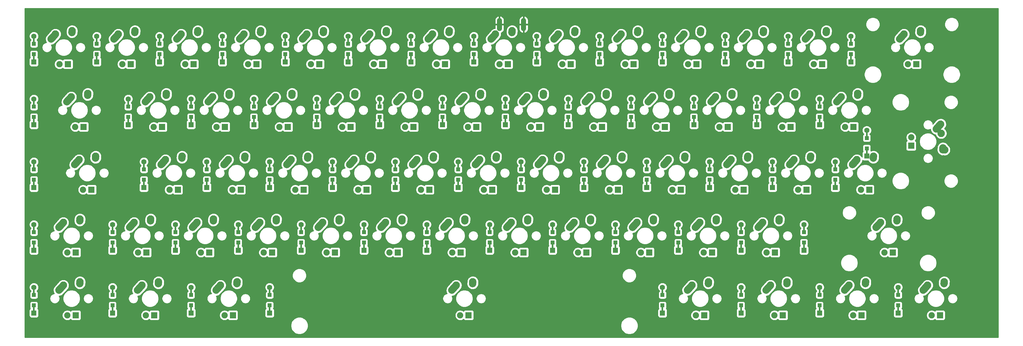
<source format=gbr>
G04 #@! TF.GenerationSoftware,KiCad,Pcbnew,5.1.6-c6e7f7d~86~ubuntu18.04.1*
G04 #@! TF.CreationDate,2020-05-28T23:24:45+02:00*
G04 #@! TF.ProjectId,keyboard-layout,6b657962-6f61-4726-942d-6c61796f7574,rev?*
G04 #@! TF.SameCoordinates,Original*
G04 #@! TF.FileFunction,Copper,L1,Top*
G04 #@! TF.FilePolarity,Positive*
%FSLAX46Y46*%
G04 Gerber Fmt 4.6, Leading zero omitted, Abs format (unit mm)*
G04 Created by KiCad (PCBNEW 5.1.6-c6e7f7d~86~ubuntu18.04.1) date 2020-05-28 23:24:45*
%MOMM*%
%LPD*%
G01*
G04 APERTURE LIST*
G04 #@! TA.AperFunction,ComponentPad*
%ADD10C,2.250000*%
G04 #@! TD*
G04 #@! TA.AperFunction,ComponentPad*
%ADD11C,1.905000*%
G04 #@! TD*
G04 #@! TA.AperFunction,ComponentPad*
%ADD12R,1.905000X1.905000*%
G04 #@! TD*
G04 #@! TA.AperFunction,Conductor*
%ADD13R,0.500000X2.500000*%
G04 #@! TD*
G04 #@! TA.AperFunction,SMDPad,CuDef*
%ADD14R,1.200000X1.200000*%
G04 #@! TD*
G04 #@! TA.AperFunction,ComponentPad*
%ADD15R,1.600000X1.600000*%
G04 #@! TD*
G04 #@! TA.AperFunction,ComponentPad*
%ADD16C,1.600000*%
G04 #@! TD*
G04 #@! TA.AperFunction,ComponentPad*
%ADD17O,1.500000X4.000000*%
G04 #@! TD*
G04 #@! TA.AperFunction,Conductor*
%ADD18C,0.254000*%
G04 #@! TD*
G04 APERTURE END LIST*
D10*
X27025000Y-25525000D03*
G04 #@! TA.AperFunction,ComponentPad*
G36*
G01*
X24963683Y-27822345D02*
X24963683Y-27822345D01*
G75*
G02*
X24877655Y-26233683I751317J837345D01*
G01*
X26187657Y-24773683D01*
G75*
G02*
X27776319Y-24687655I837345J-751317D01*
G01*
X27776319Y-24687655D01*
G75*
G02*
X27862347Y-26276317I-751317J-837345D01*
G01*
X26552345Y-27736317D01*
G75*
G02*
X24963683Y-27822345I-837345J751317D01*
G01*
G37*
G04 #@! TD.AperFunction*
G04 #@! TA.AperFunction,ComponentPad*
G36*
G01*
X31947597Y-26147334D02*
X31947597Y-26147334D01*
G75*
G02*
X30902666Y-24947597I77403J1122334D01*
G01*
X30942666Y-24367597D01*
G75*
G02*
X32142403Y-23322666I1122334J-77403D01*
G01*
X32142403Y-23322666D01*
G75*
G02*
X33187334Y-24522403I-77403J-1122334D01*
G01*
X33147334Y-25102403D01*
G75*
G02*
X31947597Y-26147334I-1122334J77403D01*
G01*
G37*
G04 #@! TD.AperFunction*
X32065000Y-24445000D03*
D11*
X28255000Y-34605000D03*
D12*
X30795000Y-34605000D03*
D13*
X20500000Y-32725000D03*
D14*
X20500000Y-31600000D03*
D15*
X20500000Y-33925000D03*
D14*
X20500000Y-28450000D03*
D13*
X20500000Y-27325000D03*
D16*
X20500000Y-26125000D03*
D10*
X46075000Y-25525000D03*
G04 #@! TA.AperFunction,ComponentPad*
G36*
G01*
X44013683Y-27822345D02*
X44013683Y-27822345D01*
G75*
G02*
X43927655Y-26233683I751317J837345D01*
G01*
X45237657Y-24773683D01*
G75*
G02*
X46826319Y-24687655I837345J-751317D01*
G01*
X46826319Y-24687655D01*
G75*
G02*
X46912347Y-26276317I-751317J-837345D01*
G01*
X45602345Y-27736317D01*
G75*
G02*
X44013683Y-27822345I-837345J751317D01*
G01*
G37*
G04 #@! TD.AperFunction*
G04 #@! TA.AperFunction,ComponentPad*
G36*
G01*
X50997597Y-26147334D02*
X50997597Y-26147334D01*
G75*
G02*
X49952666Y-24947597I77403J1122334D01*
G01*
X49992666Y-24367597D01*
G75*
G02*
X51192403Y-23322666I1122334J-77403D01*
G01*
X51192403Y-23322666D01*
G75*
G02*
X52237334Y-24522403I-77403J-1122334D01*
G01*
X52197334Y-25102403D01*
G75*
G02*
X50997597Y-26147334I-1122334J77403D01*
G01*
G37*
G04 #@! TD.AperFunction*
X51115000Y-24445000D03*
D11*
X47305000Y-34605000D03*
D12*
X49845000Y-34605000D03*
D13*
X39550000Y-32725000D03*
D14*
X39550000Y-31600000D03*
D15*
X39550000Y-33925000D03*
D14*
X39550000Y-28450000D03*
D13*
X39550000Y-27325000D03*
D16*
X39550000Y-26125000D03*
D10*
X65125000Y-25525000D03*
G04 #@! TA.AperFunction,ComponentPad*
G36*
G01*
X63063683Y-27822345D02*
X63063683Y-27822345D01*
G75*
G02*
X62977655Y-26233683I751317J837345D01*
G01*
X64287657Y-24773683D01*
G75*
G02*
X65876319Y-24687655I837345J-751317D01*
G01*
X65876319Y-24687655D01*
G75*
G02*
X65962347Y-26276317I-751317J-837345D01*
G01*
X64652345Y-27736317D01*
G75*
G02*
X63063683Y-27822345I-837345J751317D01*
G01*
G37*
G04 #@! TD.AperFunction*
G04 #@! TA.AperFunction,ComponentPad*
G36*
G01*
X70047597Y-26147334D02*
X70047597Y-26147334D01*
G75*
G02*
X69002666Y-24947597I77403J1122334D01*
G01*
X69042666Y-24367597D01*
G75*
G02*
X70242403Y-23322666I1122334J-77403D01*
G01*
X70242403Y-23322666D01*
G75*
G02*
X71287334Y-24522403I-77403J-1122334D01*
G01*
X71247334Y-25102403D01*
G75*
G02*
X70047597Y-26147334I-1122334J77403D01*
G01*
G37*
G04 #@! TD.AperFunction*
X70165000Y-24445000D03*
D11*
X66355000Y-34605000D03*
D12*
X68895000Y-34605000D03*
D13*
X58600000Y-32725000D03*
D14*
X58600000Y-31600000D03*
D15*
X58600000Y-33925000D03*
D14*
X58600000Y-28450000D03*
D13*
X58600000Y-27325000D03*
D16*
X58600000Y-26125000D03*
D10*
X84175000Y-25525000D03*
G04 #@! TA.AperFunction,ComponentPad*
G36*
G01*
X82113683Y-27822345D02*
X82113683Y-27822345D01*
G75*
G02*
X82027655Y-26233683I751317J837345D01*
G01*
X83337657Y-24773683D01*
G75*
G02*
X84926319Y-24687655I837345J-751317D01*
G01*
X84926319Y-24687655D01*
G75*
G02*
X85012347Y-26276317I-751317J-837345D01*
G01*
X83702345Y-27736317D01*
G75*
G02*
X82113683Y-27822345I-837345J751317D01*
G01*
G37*
G04 #@! TD.AperFunction*
G04 #@! TA.AperFunction,ComponentPad*
G36*
G01*
X89097597Y-26147334D02*
X89097597Y-26147334D01*
G75*
G02*
X88052666Y-24947597I77403J1122334D01*
G01*
X88092666Y-24367597D01*
G75*
G02*
X89292403Y-23322666I1122334J-77403D01*
G01*
X89292403Y-23322666D01*
G75*
G02*
X90337334Y-24522403I-77403J-1122334D01*
G01*
X90297334Y-25102403D01*
G75*
G02*
X89097597Y-26147334I-1122334J77403D01*
G01*
G37*
G04 #@! TD.AperFunction*
X89215000Y-24445000D03*
D11*
X85405000Y-34605000D03*
D12*
X87945000Y-34605000D03*
D13*
X77650000Y-32725000D03*
D14*
X77650000Y-31600000D03*
D15*
X77650000Y-33925000D03*
D14*
X77650000Y-28450000D03*
D13*
X77650000Y-27325000D03*
D16*
X77650000Y-26125000D03*
D10*
X103225000Y-25525000D03*
G04 #@! TA.AperFunction,ComponentPad*
G36*
G01*
X101163683Y-27822345D02*
X101163683Y-27822345D01*
G75*
G02*
X101077655Y-26233683I751317J837345D01*
G01*
X102387657Y-24773683D01*
G75*
G02*
X103976319Y-24687655I837345J-751317D01*
G01*
X103976319Y-24687655D01*
G75*
G02*
X104062347Y-26276317I-751317J-837345D01*
G01*
X102752345Y-27736317D01*
G75*
G02*
X101163683Y-27822345I-837345J751317D01*
G01*
G37*
G04 #@! TD.AperFunction*
G04 #@! TA.AperFunction,ComponentPad*
G36*
G01*
X108147597Y-26147334D02*
X108147597Y-26147334D01*
G75*
G02*
X107102666Y-24947597I77403J1122334D01*
G01*
X107142666Y-24367597D01*
G75*
G02*
X108342403Y-23322666I1122334J-77403D01*
G01*
X108342403Y-23322666D01*
G75*
G02*
X109387334Y-24522403I-77403J-1122334D01*
G01*
X109347334Y-25102403D01*
G75*
G02*
X108147597Y-26147334I-1122334J77403D01*
G01*
G37*
G04 #@! TD.AperFunction*
X108265000Y-24445000D03*
D11*
X104455000Y-34605000D03*
D12*
X106995000Y-34605000D03*
D13*
X96700000Y-32725000D03*
D14*
X96700000Y-31600000D03*
D15*
X96700000Y-33925000D03*
D14*
X96700000Y-28450000D03*
D13*
X96700000Y-27325000D03*
D16*
X96700000Y-26125000D03*
D10*
X122275000Y-25525000D03*
G04 #@! TA.AperFunction,ComponentPad*
G36*
G01*
X120213683Y-27822345D02*
X120213683Y-27822345D01*
G75*
G02*
X120127655Y-26233683I751317J837345D01*
G01*
X121437657Y-24773683D01*
G75*
G02*
X123026319Y-24687655I837345J-751317D01*
G01*
X123026319Y-24687655D01*
G75*
G02*
X123112347Y-26276317I-751317J-837345D01*
G01*
X121802345Y-27736317D01*
G75*
G02*
X120213683Y-27822345I-837345J751317D01*
G01*
G37*
G04 #@! TD.AperFunction*
G04 #@! TA.AperFunction,ComponentPad*
G36*
G01*
X127197597Y-26147334D02*
X127197597Y-26147334D01*
G75*
G02*
X126152666Y-24947597I77403J1122334D01*
G01*
X126192666Y-24367597D01*
G75*
G02*
X127392403Y-23322666I1122334J-77403D01*
G01*
X127392403Y-23322666D01*
G75*
G02*
X128437334Y-24522403I-77403J-1122334D01*
G01*
X128397334Y-25102403D01*
G75*
G02*
X127197597Y-26147334I-1122334J77403D01*
G01*
G37*
G04 #@! TD.AperFunction*
X127315000Y-24445000D03*
D11*
X123505000Y-34605000D03*
D12*
X126045000Y-34605000D03*
D13*
X115750000Y-32725000D03*
D14*
X115750000Y-31600000D03*
D15*
X115750000Y-33925000D03*
D14*
X115750000Y-28450000D03*
D13*
X115750000Y-27325000D03*
D16*
X115750000Y-26125000D03*
D10*
X141325000Y-25525000D03*
G04 #@! TA.AperFunction,ComponentPad*
G36*
G01*
X139263683Y-27822345D02*
X139263683Y-27822345D01*
G75*
G02*
X139177655Y-26233683I751317J837345D01*
G01*
X140487657Y-24773683D01*
G75*
G02*
X142076319Y-24687655I837345J-751317D01*
G01*
X142076319Y-24687655D01*
G75*
G02*
X142162347Y-26276317I-751317J-837345D01*
G01*
X140852345Y-27736317D01*
G75*
G02*
X139263683Y-27822345I-837345J751317D01*
G01*
G37*
G04 #@! TD.AperFunction*
G04 #@! TA.AperFunction,ComponentPad*
G36*
G01*
X146247597Y-26147334D02*
X146247597Y-26147334D01*
G75*
G02*
X145202666Y-24947597I77403J1122334D01*
G01*
X145242666Y-24367597D01*
G75*
G02*
X146442403Y-23322666I1122334J-77403D01*
G01*
X146442403Y-23322666D01*
G75*
G02*
X147487334Y-24522403I-77403J-1122334D01*
G01*
X147447334Y-25102403D01*
G75*
G02*
X146247597Y-26147334I-1122334J77403D01*
G01*
G37*
G04 #@! TD.AperFunction*
X146365000Y-24445000D03*
D11*
X142555000Y-34605000D03*
D12*
X145095000Y-34605000D03*
D13*
X134800000Y-32725000D03*
D14*
X134800000Y-31600000D03*
D15*
X134800000Y-33925000D03*
D14*
X134800000Y-28450000D03*
D13*
X134800000Y-27325000D03*
D16*
X134800000Y-26125000D03*
D10*
X160375000Y-25525000D03*
G04 #@! TA.AperFunction,ComponentPad*
G36*
G01*
X158313683Y-27822345D02*
X158313683Y-27822345D01*
G75*
G02*
X158227655Y-26233683I751317J837345D01*
G01*
X159537657Y-24773683D01*
G75*
G02*
X161126319Y-24687655I837345J-751317D01*
G01*
X161126319Y-24687655D01*
G75*
G02*
X161212347Y-26276317I-751317J-837345D01*
G01*
X159902345Y-27736317D01*
G75*
G02*
X158313683Y-27822345I-837345J751317D01*
G01*
G37*
G04 #@! TD.AperFunction*
G04 #@! TA.AperFunction,ComponentPad*
G36*
G01*
X165297597Y-26147334D02*
X165297597Y-26147334D01*
G75*
G02*
X164252666Y-24947597I77403J1122334D01*
G01*
X164292666Y-24367597D01*
G75*
G02*
X165492403Y-23322666I1122334J-77403D01*
G01*
X165492403Y-23322666D01*
G75*
G02*
X166537334Y-24522403I-77403J-1122334D01*
G01*
X166497334Y-25102403D01*
G75*
G02*
X165297597Y-26147334I-1122334J77403D01*
G01*
G37*
G04 #@! TD.AperFunction*
X165415000Y-24445000D03*
D11*
X161605000Y-34605000D03*
D12*
X164145000Y-34605000D03*
D13*
X153850000Y-32725000D03*
D14*
X153850000Y-31600000D03*
D15*
X153850000Y-33925000D03*
D14*
X153850000Y-28450000D03*
D13*
X153850000Y-27325000D03*
D16*
X153850000Y-26125000D03*
D10*
X179425000Y-25525000D03*
G04 #@! TA.AperFunction,ComponentPad*
G36*
G01*
X177363683Y-27822345D02*
X177363683Y-27822345D01*
G75*
G02*
X177277655Y-26233683I751317J837345D01*
G01*
X178587657Y-24773683D01*
G75*
G02*
X180176319Y-24687655I837345J-751317D01*
G01*
X180176319Y-24687655D01*
G75*
G02*
X180262347Y-26276317I-751317J-837345D01*
G01*
X178952345Y-27736317D01*
G75*
G02*
X177363683Y-27822345I-837345J751317D01*
G01*
G37*
G04 #@! TD.AperFunction*
G04 #@! TA.AperFunction,ComponentPad*
G36*
G01*
X184347597Y-26147334D02*
X184347597Y-26147334D01*
G75*
G02*
X183302666Y-24947597I77403J1122334D01*
G01*
X183342666Y-24367597D01*
G75*
G02*
X184542403Y-23322666I1122334J-77403D01*
G01*
X184542403Y-23322666D01*
G75*
G02*
X185587334Y-24522403I-77403J-1122334D01*
G01*
X185547334Y-25102403D01*
G75*
G02*
X184347597Y-26147334I-1122334J77403D01*
G01*
G37*
G04 #@! TD.AperFunction*
X184465000Y-24445000D03*
D11*
X180655000Y-34605000D03*
D12*
X183195000Y-34605000D03*
D13*
X172900000Y-32725000D03*
D14*
X172900000Y-31600000D03*
D15*
X172900000Y-33925000D03*
D14*
X172900000Y-28450000D03*
D13*
X172900000Y-27325000D03*
D16*
X172900000Y-26125000D03*
D10*
X198475000Y-25525000D03*
G04 #@! TA.AperFunction,ComponentPad*
G36*
G01*
X196413683Y-27822345D02*
X196413683Y-27822345D01*
G75*
G02*
X196327655Y-26233683I751317J837345D01*
G01*
X197637657Y-24773683D01*
G75*
G02*
X199226319Y-24687655I837345J-751317D01*
G01*
X199226319Y-24687655D01*
G75*
G02*
X199312347Y-26276317I-751317J-837345D01*
G01*
X198002345Y-27736317D01*
G75*
G02*
X196413683Y-27822345I-837345J751317D01*
G01*
G37*
G04 #@! TD.AperFunction*
G04 #@! TA.AperFunction,ComponentPad*
G36*
G01*
X203397597Y-26147334D02*
X203397597Y-26147334D01*
G75*
G02*
X202352666Y-24947597I77403J1122334D01*
G01*
X202392666Y-24367597D01*
G75*
G02*
X203592403Y-23322666I1122334J-77403D01*
G01*
X203592403Y-23322666D01*
G75*
G02*
X204637334Y-24522403I-77403J-1122334D01*
G01*
X204597334Y-25102403D01*
G75*
G02*
X203397597Y-26147334I-1122334J77403D01*
G01*
G37*
G04 #@! TD.AperFunction*
X203515000Y-24445000D03*
D11*
X199705000Y-34605000D03*
D12*
X202245000Y-34605000D03*
D13*
X191950000Y-32725000D03*
D14*
X191950000Y-31600000D03*
D15*
X191950000Y-33925000D03*
D14*
X191950000Y-28450000D03*
D13*
X191950000Y-27325000D03*
D16*
X191950000Y-26125000D03*
D10*
X217525000Y-25525000D03*
G04 #@! TA.AperFunction,ComponentPad*
G36*
G01*
X215463683Y-27822345D02*
X215463683Y-27822345D01*
G75*
G02*
X215377655Y-26233683I751317J837345D01*
G01*
X216687657Y-24773683D01*
G75*
G02*
X218276319Y-24687655I837345J-751317D01*
G01*
X218276319Y-24687655D01*
G75*
G02*
X218362347Y-26276317I-751317J-837345D01*
G01*
X217052345Y-27736317D01*
G75*
G02*
X215463683Y-27822345I-837345J751317D01*
G01*
G37*
G04 #@! TD.AperFunction*
G04 #@! TA.AperFunction,ComponentPad*
G36*
G01*
X222447597Y-26147334D02*
X222447597Y-26147334D01*
G75*
G02*
X221402666Y-24947597I77403J1122334D01*
G01*
X221442666Y-24367597D01*
G75*
G02*
X222642403Y-23322666I1122334J-77403D01*
G01*
X222642403Y-23322666D01*
G75*
G02*
X223687334Y-24522403I-77403J-1122334D01*
G01*
X223647334Y-25102403D01*
G75*
G02*
X222447597Y-26147334I-1122334J77403D01*
G01*
G37*
G04 #@! TD.AperFunction*
X222565000Y-24445000D03*
D11*
X218755000Y-34605000D03*
D12*
X221295000Y-34605000D03*
D13*
X211000000Y-32725000D03*
D14*
X211000000Y-31600000D03*
D15*
X211000000Y-33925000D03*
D14*
X211000000Y-28450000D03*
D13*
X211000000Y-27325000D03*
D16*
X211000000Y-26125000D03*
D10*
X236575000Y-25525000D03*
G04 #@! TA.AperFunction,ComponentPad*
G36*
G01*
X234513683Y-27822345D02*
X234513683Y-27822345D01*
G75*
G02*
X234427655Y-26233683I751317J837345D01*
G01*
X235737657Y-24773683D01*
G75*
G02*
X237326319Y-24687655I837345J-751317D01*
G01*
X237326319Y-24687655D01*
G75*
G02*
X237412347Y-26276317I-751317J-837345D01*
G01*
X236102345Y-27736317D01*
G75*
G02*
X234513683Y-27822345I-837345J751317D01*
G01*
G37*
G04 #@! TD.AperFunction*
G04 #@! TA.AperFunction,ComponentPad*
G36*
G01*
X241497597Y-26147334D02*
X241497597Y-26147334D01*
G75*
G02*
X240452666Y-24947597I77403J1122334D01*
G01*
X240492666Y-24367597D01*
G75*
G02*
X241692403Y-23322666I1122334J-77403D01*
G01*
X241692403Y-23322666D01*
G75*
G02*
X242737334Y-24522403I-77403J-1122334D01*
G01*
X242697334Y-25102403D01*
G75*
G02*
X241497597Y-26147334I-1122334J77403D01*
G01*
G37*
G04 #@! TD.AperFunction*
X241615000Y-24445000D03*
D11*
X237805000Y-34605000D03*
D12*
X240345000Y-34605000D03*
D13*
X230050000Y-32725000D03*
D14*
X230050000Y-31600000D03*
D15*
X230050000Y-33925000D03*
D14*
X230050000Y-28450000D03*
D13*
X230050000Y-27325000D03*
D16*
X230050000Y-26125000D03*
D10*
X255625000Y-25525000D03*
G04 #@! TA.AperFunction,ComponentPad*
G36*
G01*
X253563683Y-27822345D02*
X253563683Y-27822345D01*
G75*
G02*
X253477655Y-26233683I751317J837345D01*
G01*
X254787657Y-24773683D01*
G75*
G02*
X256376319Y-24687655I837345J-751317D01*
G01*
X256376319Y-24687655D01*
G75*
G02*
X256462347Y-26276317I-751317J-837345D01*
G01*
X255152345Y-27736317D01*
G75*
G02*
X253563683Y-27822345I-837345J751317D01*
G01*
G37*
G04 #@! TD.AperFunction*
G04 #@! TA.AperFunction,ComponentPad*
G36*
G01*
X260547597Y-26147334D02*
X260547597Y-26147334D01*
G75*
G02*
X259502666Y-24947597I77403J1122334D01*
G01*
X259542666Y-24367597D01*
G75*
G02*
X260742403Y-23322666I1122334J-77403D01*
G01*
X260742403Y-23322666D01*
G75*
G02*
X261787334Y-24522403I-77403J-1122334D01*
G01*
X261747334Y-25102403D01*
G75*
G02*
X260547597Y-26147334I-1122334J77403D01*
G01*
G37*
G04 #@! TD.AperFunction*
X260665000Y-24445000D03*
D11*
X256855000Y-34605000D03*
D12*
X259395000Y-34605000D03*
D13*
X249100000Y-32725000D03*
D14*
X249100000Y-31600000D03*
D15*
X249100000Y-33925000D03*
D14*
X249100000Y-28450000D03*
D13*
X249100000Y-27325000D03*
D16*
X249100000Y-26125000D03*
D10*
X284200000Y-25525000D03*
G04 #@! TA.AperFunction,ComponentPad*
G36*
G01*
X282138683Y-27822345D02*
X282138683Y-27822345D01*
G75*
G02*
X282052655Y-26233683I751317J837345D01*
G01*
X283362657Y-24773683D01*
G75*
G02*
X284951319Y-24687655I837345J-751317D01*
G01*
X284951319Y-24687655D01*
G75*
G02*
X285037347Y-26276317I-751317J-837345D01*
G01*
X283727345Y-27736317D01*
G75*
G02*
X282138683Y-27822345I-837345J751317D01*
G01*
G37*
G04 #@! TD.AperFunction*
G04 #@! TA.AperFunction,ComponentPad*
G36*
G01*
X289122597Y-26147334D02*
X289122597Y-26147334D01*
G75*
G02*
X288077666Y-24947597I77403J1122334D01*
G01*
X288117666Y-24367597D01*
G75*
G02*
X289317403Y-23322666I1122334J-77403D01*
G01*
X289317403Y-23322666D01*
G75*
G02*
X290362334Y-24522403I-77403J-1122334D01*
G01*
X290322334Y-25102403D01*
G75*
G02*
X289122597Y-26147334I-1122334J77403D01*
G01*
G37*
G04 #@! TD.AperFunction*
X289240000Y-24445000D03*
D11*
X285430000Y-34605000D03*
D12*
X287970000Y-34605000D03*
D13*
X268150000Y-32725000D03*
D14*
X268150000Y-31600000D03*
D15*
X268150000Y-33925000D03*
D14*
X268150000Y-28450000D03*
D13*
X268150000Y-27325000D03*
D16*
X268150000Y-26125000D03*
D10*
X31787500Y-44575000D03*
G04 #@! TA.AperFunction,ComponentPad*
G36*
G01*
X29726183Y-46872345D02*
X29726183Y-46872345D01*
G75*
G02*
X29640155Y-45283683I751317J837345D01*
G01*
X30950157Y-43823683D01*
G75*
G02*
X32538819Y-43737655I837345J-751317D01*
G01*
X32538819Y-43737655D01*
G75*
G02*
X32624847Y-45326317I-751317J-837345D01*
G01*
X31314845Y-46786317D01*
G75*
G02*
X29726183Y-46872345I-837345J751317D01*
G01*
G37*
G04 #@! TD.AperFunction*
G04 #@! TA.AperFunction,ComponentPad*
G36*
G01*
X36710097Y-45197334D02*
X36710097Y-45197334D01*
G75*
G02*
X35665166Y-43997597I77403J1122334D01*
G01*
X35705166Y-43417597D01*
G75*
G02*
X36904903Y-42372666I1122334J-77403D01*
G01*
X36904903Y-42372666D01*
G75*
G02*
X37949834Y-43572403I-77403J-1122334D01*
G01*
X37909834Y-44152403D01*
G75*
G02*
X36710097Y-45197334I-1122334J77403D01*
G01*
G37*
G04 #@! TD.AperFunction*
X36827500Y-43495000D03*
D11*
X33017500Y-53655000D03*
D12*
X35557500Y-53655000D03*
D13*
X20500000Y-51775000D03*
D14*
X20500000Y-50650000D03*
D15*
X20500000Y-52975000D03*
D14*
X20500000Y-47500000D03*
D13*
X20500000Y-46375000D03*
D16*
X20500000Y-45175000D03*
D10*
X55600000Y-44575000D03*
G04 #@! TA.AperFunction,ComponentPad*
G36*
G01*
X53538683Y-46872345D02*
X53538683Y-46872345D01*
G75*
G02*
X53452655Y-45283683I751317J837345D01*
G01*
X54762657Y-43823683D01*
G75*
G02*
X56351319Y-43737655I837345J-751317D01*
G01*
X56351319Y-43737655D01*
G75*
G02*
X56437347Y-45326317I-751317J-837345D01*
G01*
X55127345Y-46786317D01*
G75*
G02*
X53538683Y-46872345I-837345J751317D01*
G01*
G37*
G04 #@! TD.AperFunction*
G04 #@! TA.AperFunction,ComponentPad*
G36*
G01*
X60522597Y-45197334D02*
X60522597Y-45197334D01*
G75*
G02*
X59477666Y-43997597I77403J1122334D01*
G01*
X59517666Y-43417597D01*
G75*
G02*
X60717403Y-42372666I1122334J-77403D01*
G01*
X60717403Y-42372666D01*
G75*
G02*
X61762334Y-43572403I-77403J-1122334D01*
G01*
X61722334Y-44152403D01*
G75*
G02*
X60522597Y-45197334I-1122334J77403D01*
G01*
G37*
G04 #@! TD.AperFunction*
X60640000Y-43495000D03*
D11*
X56830000Y-53655000D03*
D12*
X59370000Y-53655000D03*
D13*
X49075000Y-51775000D03*
D14*
X49075000Y-50650000D03*
D15*
X49075000Y-52975000D03*
D14*
X49075000Y-47500000D03*
D13*
X49075000Y-46375000D03*
D16*
X49075000Y-45175000D03*
D10*
X74650000Y-44575000D03*
G04 #@! TA.AperFunction,ComponentPad*
G36*
G01*
X72588683Y-46872345D02*
X72588683Y-46872345D01*
G75*
G02*
X72502655Y-45283683I751317J837345D01*
G01*
X73812657Y-43823683D01*
G75*
G02*
X75401319Y-43737655I837345J-751317D01*
G01*
X75401319Y-43737655D01*
G75*
G02*
X75487347Y-45326317I-751317J-837345D01*
G01*
X74177345Y-46786317D01*
G75*
G02*
X72588683Y-46872345I-837345J751317D01*
G01*
G37*
G04 #@! TD.AperFunction*
G04 #@! TA.AperFunction,ComponentPad*
G36*
G01*
X79572597Y-45197334D02*
X79572597Y-45197334D01*
G75*
G02*
X78527666Y-43997597I77403J1122334D01*
G01*
X78567666Y-43417597D01*
G75*
G02*
X79767403Y-42372666I1122334J-77403D01*
G01*
X79767403Y-42372666D01*
G75*
G02*
X80812334Y-43572403I-77403J-1122334D01*
G01*
X80772334Y-44152403D01*
G75*
G02*
X79572597Y-45197334I-1122334J77403D01*
G01*
G37*
G04 #@! TD.AperFunction*
X79690000Y-43495000D03*
D11*
X75880000Y-53655000D03*
D12*
X78420000Y-53655000D03*
D13*
X68125000Y-51775000D03*
D14*
X68125000Y-50650000D03*
D15*
X68125000Y-52975000D03*
D14*
X68125000Y-47500000D03*
D13*
X68125000Y-46375000D03*
D16*
X68125000Y-45175000D03*
D10*
X93700000Y-44575000D03*
G04 #@! TA.AperFunction,ComponentPad*
G36*
G01*
X91638683Y-46872345D02*
X91638683Y-46872345D01*
G75*
G02*
X91552655Y-45283683I751317J837345D01*
G01*
X92862657Y-43823683D01*
G75*
G02*
X94451319Y-43737655I837345J-751317D01*
G01*
X94451319Y-43737655D01*
G75*
G02*
X94537347Y-45326317I-751317J-837345D01*
G01*
X93227345Y-46786317D01*
G75*
G02*
X91638683Y-46872345I-837345J751317D01*
G01*
G37*
G04 #@! TD.AperFunction*
G04 #@! TA.AperFunction,ComponentPad*
G36*
G01*
X98622597Y-45197334D02*
X98622597Y-45197334D01*
G75*
G02*
X97577666Y-43997597I77403J1122334D01*
G01*
X97617666Y-43417597D01*
G75*
G02*
X98817403Y-42372666I1122334J-77403D01*
G01*
X98817403Y-42372666D01*
G75*
G02*
X99862334Y-43572403I-77403J-1122334D01*
G01*
X99822334Y-44152403D01*
G75*
G02*
X98622597Y-45197334I-1122334J77403D01*
G01*
G37*
G04 #@! TD.AperFunction*
X98740000Y-43495000D03*
D11*
X94930000Y-53655000D03*
D12*
X97470000Y-53655000D03*
D13*
X87175000Y-51775000D03*
D14*
X87175000Y-50650000D03*
D15*
X87175000Y-52975000D03*
D14*
X87175000Y-47500000D03*
D13*
X87175000Y-46375000D03*
D16*
X87175000Y-45175000D03*
D10*
X112750000Y-44575000D03*
G04 #@! TA.AperFunction,ComponentPad*
G36*
G01*
X110688683Y-46872345D02*
X110688683Y-46872345D01*
G75*
G02*
X110602655Y-45283683I751317J837345D01*
G01*
X111912657Y-43823683D01*
G75*
G02*
X113501319Y-43737655I837345J-751317D01*
G01*
X113501319Y-43737655D01*
G75*
G02*
X113587347Y-45326317I-751317J-837345D01*
G01*
X112277345Y-46786317D01*
G75*
G02*
X110688683Y-46872345I-837345J751317D01*
G01*
G37*
G04 #@! TD.AperFunction*
G04 #@! TA.AperFunction,ComponentPad*
G36*
G01*
X117672597Y-45197334D02*
X117672597Y-45197334D01*
G75*
G02*
X116627666Y-43997597I77403J1122334D01*
G01*
X116667666Y-43417597D01*
G75*
G02*
X117867403Y-42372666I1122334J-77403D01*
G01*
X117867403Y-42372666D01*
G75*
G02*
X118912334Y-43572403I-77403J-1122334D01*
G01*
X118872334Y-44152403D01*
G75*
G02*
X117672597Y-45197334I-1122334J77403D01*
G01*
G37*
G04 #@! TD.AperFunction*
X117790000Y-43495000D03*
D11*
X113980000Y-53655000D03*
D12*
X116520000Y-53655000D03*
D13*
X106225000Y-51775000D03*
D14*
X106225000Y-50650000D03*
D15*
X106225000Y-52975000D03*
D14*
X106225000Y-47500000D03*
D13*
X106225000Y-46375000D03*
D16*
X106225000Y-45175000D03*
D10*
X131800000Y-44575000D03*
G04 #@! TA.AperFunction,ComponentPad*
G36*
G01*
X129738683Y-46872345D02*
X129738683Y-46872345D01*
G75*
G02*
X129652655Y-45283683I751317J837345D01*
G01*
X130962657Y-43823683D01*
G75*
G02*
X132551319Y-43737655I837345J-751317D01*
G01*
X132551319Y-43737655D01*
G75*
G02*
X132637347Y-45326317I-751317J-837345D01*
G01*
X131327345Y-46786317D01*
G75*
G02*
X129738683Y-46872345I-837345J751317D01*
G01*
G37*
G04 #@! TD.AperFunction*
G04 #@! TA.AperFunction,ComponentPad*
G36*
G01*
X136722597Y-45197334D02*
X136722597Y-45197334D01*
G75*
G02*
X135677666Y-43997597I77403J1122334D01*
G01*
X135717666Y-43417597D01*
G75*
G02*
X136917403Y-42372666I1122334J-77403D01*
G01*
X136917403Y-42372666D01*
G75*
G02*
X137962334Y-43572403I-77403J-1122334D01*
G01*
X137922334Y-44152403D01*
G75*
G02*
X136722597Y-45197334I-1122334J77403D01*
G01*
G37*
G04 #@! TD.AperFunction*
X136840000Y-43495000D03*
D11*
X133030000Y-53655000D03*
D12*
X135570000Y-53655000D03*
D13*
X125275000Y-51775000D03*
D14*
X125275000Y-50650000D03*
D15*
X125275000Y-52975000D03*
D14*
X125275000Y-47500000D03*
D13*
X125275000Y-46375000D03*
D16*
X125275000Y-45175000D03*
D10*
X150850000Y-44575000D03*
G04 #@! TA.AperFunction,ComponentPad*
G36*
G01*
X148788683Y-46872345D02*
X148788683Y-46872345D01*
G75*
G02*
X148702655Y-45283683I751317J837345D01*
G01*
X150012657Y-43823683D01*
G75*
G02*
X151601319Y-43737655I837345J-751317D01*
G01*
X151601319Y-43737655D01*
G75*
G02*
X151687347Y-45326317I-751317J-837345D01*
G01*
X150377345Y-46786317D01*
G75*
G02*
X148788683Y-46872345I-837345J751317D01*
G01*
G37*
G04 #@! TD.AperFunction*
G04 #@! TA.AperFunction,ComponentPad*
G36*
G01*
X155772597Y-45197334D02*
X155772597Y-45197334D01*
G75*
G02*
X154727666Y-43997597I77403J1122334D01*
G01*
X154767666Y-43417597D01*
G75*
G02*
X155967403Y-42372666I1122334J-77403D01*
G01*
X155967403Y-42372666D01*
G75*
G02*
X157012334Y-43572403I-77403J-1122334D01*
G01*
X156972334Y-44152403D01*
G75*
G02*
X155772597Y-45197334I-1122334J77403D01*
G01*
G37*
G04 #@! TD.AperFunction*
X155890000Y-43495000D03*
D11*
X152080000Y-53655000D03*
D12*
X154620000Y-53655000D03*
D13*
X144325000Y-51775000D03*
D14*
X144325000Y-50650000D03*
D15*
X144325000Y-52975000D03*
D14*
X144325000Y-47500000D03*
D13*
X144325000Y-46375000D03*
D16*
X144325000Y-45175000D03*
D10*
X169900000Y-44575000D03*
G04 #@! TA.AperFunction,ComponentPad*
G36*
G01*
X167838683Y-46872345D02*
X167838683Y-46872345D01*
G75*
G02*
X167752655Y-45283683I751317J837345D01*
G01*
X169062657Y-43823683D01*
G75*
G02*
X170651319Y-43737655I837345J-751317D01*
G01*
X170651319Y-43737655D01*
G75*
G02*
X170737347Y-45326317I-751317J-837345D01*
G01*
X169427345Y-46786317D01*
G75*
G02*
X167838683Y-46872345I-837345J751317D01*
G01*
G37*
G04 #@! TD.AperFunction*
G04 #@! TA.AperFunction,ComponentPad*
G36*
G01*
X174822597Y-45197334D02*
X174822597Y-45197334D01*
G75*
G02*
X173777666Y-43997597I77403J1122334D01*
G01*
X173817666Y-43417597D01*
G75*
G02*
X175017403Y-42372666I1122334J-77403D01*
G01*
X175017403Y-42372666D01*
G75*
G02*
X176062334Y-43572403I-77403J-1122334D01*
G01*
X176022334Y-44152403D01*
G75*
G02*
X174822597Y-45197334I-1122334J77403D01*
G01*
G37*
G04 #@! TD.AperFunction*
X174940000Y-43495000D03*
D11*
X171130000Y-53655000D03*
D12*
X173670000Y-53655000D03*
D13*
X163375000Y-51775000D03*
D14*
X163375000Y-50650000D03*
D15*
X163375000Y-52975000D03*
D14*
X163375000Y-47500000D03*
D13*
X163375000Y-46375000D03*
D16*
X163375000Y-45175000D03*
D10*
X188950000Y-44575000D03*
G04 #@! TA.AperFunction,ComponentPad*
G36*
G01*
X186888683Y-46872345D02*
X186888683Y-46872345D01*
G75*
G02*
X186802655Y-45283683I751317J837345D01*
G01*
X188112657Y-43823683D01*
G75*
G02*
X189701319Y-43737655I837345J-751317D01*
G01*
X189701319Y-43737655D01*
G75*
G02*
X189787347Y-45326317I-751317J-837345D01*
G01*
X188477345Y-46786317D01*
G75*
G02*
X186888683Y-46872345I-837345J751317D01*
G01*
G37*
G04 #@! TD.AperFunction*
G04 #@! TA.AperFunction,ComponentPad*
G36*
G01*
X193872597Y-45197334D02*
X193872597Y-45197334D01*
G75*
G02*
X192827666Y-43997597I77403J1122334D01*
G01*
X192867666Y-43417597D01*
G75*
G02*
X194067403Y-42372666I1122334J-77403D01*
G01*
X194067403Y-42372666D01*
G75*
G02*
X195112334Y-43572403I-77403J-1122334D01*
G01*
X195072334Y-44152403D01*
G75*
G02*
X193872597Y-45197334I-1122334J77403D01*
G01*
G37*
G04 #@! TD.AperFunction*
X193990000Y-43495000D03*
D11*
X190180000Y-53655000D03*
D12*
X192720000Y-53655000D03*
D13*
X182425000Y-51775000D03*
D14*
X182425000Y-50650000D03*
D15*
X182425000Y-52975000D03*
D14*
X182425000Y-47500000D03*
D13*
X182425000Y-46375000D03*
D16*
X182425000Y-45175000D03*
D10*
X208000000Y-44575000D03*
G04 #@! TA.AperFunction,ComponentPad*
G36*
G01*
X205938683Y-46872345D02*
X205938683Y-46872345D01*
G75*
G02*
X205852655Y-45283683I751317J837345D01*
G01*
X207162657Y-43823683D01*
G75*
G02*
X208751319Y-43737655I837345J-751317D01*
G01*
X208751319Y-43737655D01*
G75*
G02*
X208837347Y-45326317I-751317J-837345D01*
G01*
X207527345Y-46786317D01*
G75*
G02*
X205938683Y-46872345I-837345J751317D01*
G01*
G37*
G04 #@! TD.AperFunction*
G04 #@! TA.AperFunction,ComponentPad*
G36*
G01*
X212922597Y-45197334D02*
X212922597Y-45197334D01*
G75*
G02*
X211877666Y-43997597I77403J1122334D01*
G01*
X211917666Y-43417597D01*
G75*
G02*
X213117403Y-42372666I1122334J-77403D01*
G01*
X213117403Y-42372666D01*
G75*
G02*
X214162334Y-43572403I-77403J-1122334D01*
G01*
X214122334Y-44152403D01*
G75*
G02*
X212922597Y-45197334I-1122334J77403D01*
G01*
G37*
G04 #@! TD.AperFunction*
X213040000Y-43495000D03*
D11*
X209230000Y-53655000D03*
D12*
X211770000Y-53655000D03*
D13*
X201475000Y-51775000D03*
D14*
X201475000Y-50650000D03*
D15*
X201475000Y-52975000D03*
D14*
X201475000Y-47500000D03*
D13*
X201475000Y-46375000D03*
D16*
X201475000Y-45175000D03*
D10*
X227050000Y-44575000D03*
G04 #@! TA.AperFunction,ComponentPad*
G36*
G01*
X224988683Y-46872345D02*
X224988683Y-46872345D01*
G75*
G02*
X224902655Y-45283683I751317J837345D01*
G01*
X226212657Y-43823683D01*
G75*
G02*
X227801319Y-43737655I837345J-751317D01*
G01*
X227801319Y-43737655D01*
G75*
G02*
X227887347Y-45326317I-751317J-837345D01*
G01*
X226577345Y-46786317D01*
G75*
G02*
X224988683Y-46872345I-837345J751317D01*
G01*
G37*
G04 #@! TD.AperFunction*
G04 #@! TA.AperFunction,ComponentPad*
G36*
G01*
X231972597Y-45197334D02*
X231972597Y-45197334D01*
G75*
G02*
X230927666Y-43997597I77403J1122334D01*
G01*
X230967666Y-43417597D01*
G75*
G02*
X232167403Y-42372666I1122334J-77403D01*
G01*
X232167403Y-42372666D01*
G75*
G02*
X233212334Y-43572403I-77403J-1122334D01*
G01*
X233172334Y-44152403D01*
G75*
G02*
X231972597Y-45197334I-1122334J77403D01*
G01*
G37*
G04 #@! TD.AperFunction*
X232090000Y-43495000D03*
D11*
X228280000Y-53655000D03*
D12*
X230820000Y-53655000D03*
D13*
X220525000Y-51775000D03*
D14*
X220525000Y-50650000D03*
D15*
X220525000Y-52975000D03*
D14*
X220525000Y-47500000D03*
D13*
X220525000Y-46375000D03*
D16*
X220525000Y-45175000D03*
D10*
X246100000Y-44575000D03*
G04 #@! TA.AperFunction,ComponentPad*
G36*
G01*
X244038683Y-46872345D02*
X244038683Y-46872345D01*
G75*
G02*
X243952655Y-45283683I751317J837345D01*
G01*
X245262657Y-43823683D01*
G75*
G02*
X246851319Y-43737655I837345J-751317D01*
G01*
X246851319Y-43737655D01*
G75*
G02*
X246937347Y-45326317I-751317J-837345D01*
G01*
X245627345Y-46786317D01*
G75*
G02*
X244038683Y-46872345I-837345J751317D01*
G01*
G37*
G04 #@! TD.AperFunction*
G04 #@! TA.AperFunction,ComponentPad*
G36*
G01*
X251022597Y-45197334D02*
X251022597Y-45197334D01*
G75*
G02*
X249977666Y-43997597I77403J1122334D01*
G01*
X250017666Y-43417597D01*
G75*
G02*
X251217403Y-42372666I1122334J-77403D01*
G01*
X251217403Y-42372666D01*
G75*
G02*
X252262334Y-43572403I-77403J-1122334D01*
G01*
X252222334Y-44152403D01*
G75*
G02*
X251022597Y-45197334I-1122334J77403D01*
G01*
G37*
G04 #@! TD.AperFunction*
X251140000Y-43495000D03*
D11*
X247330000Y-53655000D03*
D12*
X249870000Y-53655000D03*
D13*
X239575000Y-51775000D03*
D14*
X239575000Y-50650000D03*
D15*
X239575000Y-52975000D03*
D14*
X239575000Y-47500000D03*
D13*
X239575000Y-46375000D03*
D16*
X239575000Y-45175000D03*
D10*
X265150000Y-44575000D03*
G04 #@! TA.AperFunction,ComponentPad*
G36*
G01*
X263088683Y-46872345D02*
X263088683Y-46872345D01*
G75*
G02*
X263002655Y-45283683I751317J837345D01*
G01*
X264312657Y-43823683D01*
G75*
G02*
X265901319Y-43737655I837345J-751317D01*
G01*
X265901319Y-43737655D01*
G75*
G02*
X265987347Y-45326317I-751317J-837345D01*
G01*
X264677345Y-46786317D01*
G75*
G02*
X263088683Y-46872345I-837345J751317D01*
G01*
G37*
G04 #@! TD.AperFunction*
G04 #@! TA.AperFunction,ComponentPad*
G36*
G01*
X270072597Y-45197334D02*
X270072597Y-45197334D01*
G75*
G02*
X269027666Y-43997597I77403J1122334D01*
G01*
X269067666Y-43417597D01*
G75*
G02*
X270267403Y-42372666I1122334J-77403D01*
G01*
X270267403Y-42372666D01*
G75*
G02*
X271312334Y-43572403I-77403J-1122334D01*
G01*
X271272334Y-44152403D01*
G75*
G02*
X270072597Y-45197334I-1122334J77403D01*
G01*
G37*
G04 #@! TD.AperFunction*
X270190000Y-43495000D03*
D11*
X266380000Y-53655000D03*
D12*
X268920000Y-53655000D03*
D13*
X258625000Y-51775000D03*
D14*
X258625000Y-50650000D03*
D15*
X258625000Y-52975000D03*
D14*
X258625000Y-47500000D03*
D13*
X258625000Y-46375000D03*
D16*
X258625000Y-45175000D03*
D10*
X295462500Y-55600000D03*
G04 #@! TA.AperFunction,ComponentPad*
G36*
G01*
X293251183Y-55127345D02*
X293251183Y-55127345D01*
G75*
G02*
X293165155Y-53538683I751317J837345D01*
G01*
X294475157Y-52078683D01*
G75*
G02*
X296063819Y-51992655I837345J-751317D01*
G01*
X296063819Y-51992655D01*
G75*
G02*
X296149847Y-53581317I-751317J-837345D01*
G01*
X294839845Y-55041317D01*
G75*
G02*
X293251183Y-55127345I-837345J751317D01*
G01*
G37*
G04 #@! TD.AperFunction*
G04 #@! TA.AperFunction,ComponentPad*
G36*
G01*
X295885097Y-61722334D02*
X295885097Y-61722334D01*
G75*
G02*
X294840166Y-60522597I77403J1122334D01*
G01*
X294880166Y-59942597D01*
G75*
G02*
X296079903Y-58897666I1122334J-77403D01*
G01*
X296079903Y-58897666D01*
G75*
G02*
X297124834Y-60097403I-77403J-1122334D01*
G01*
X297084834Y-60677403D01*
G75*
G02*
X295885097Y-61722334I-1122334J77403D01*
G01*
G37*
G04 #@! TD.AperFunction*
X296542500Y-60640000D03*
D11*
X286382500Y-56830000D03*
D12*
X286382500Y-59370000D03*
D13*
X272912500Y-61300000D03*
D14*
X272912500Y-60175000D03*
D15*
X272912500Y-62500000D03*
D14*
X272912500Y-57025000D03*
D13*
X272912500Y-55900000D03*
D16*
X272912500Y-54700000D03*
D10*
X34168750Y-63625000D03*
G04 #@! TA.AperFunction,ComponentPad*
G36*
G01*
X32107433Y-65922345D02*
X32107433Y-65922345D01*
G75*
G02*
X32021405Y-64333683I751317J837345D01*
G01*
X33331407Y-62873683D01*
G75*
G02*
X34920069Y-62787655I837345J-751317D01*
G01*
X34920069Y-62787655D01*
G75*
G02*
X35006097Y-64376317I-751317J-837345D01*
G01*
X33696095Y-65836317D01*
G75*
G02*
X32107433Y-65922345I-837345J751317D01*
G01*
G37*
G04 #@! TD.AperFunction*
G04 #@! TA.AperFunction,ComponentPad*
G36*
G01*
X39091347Y-64247334D02*
X39091347Y-64247334D01*
G75*
G02*
X38046416Y-63047597I77403J1122334D01*
G01*
X38086416Y-62467597D01*
G75*
G02*
X39286153Y-61422666I1122334J-77403D01*
G01*
X39286153Y-61422666D01*
G75*
G02*
X40331084Y-62622403I-77403J-1122334D01*
G01*
X40291084Y-63202403D01*
G75*
G02*
X39091347Y-64247334I-1122334J77403D01*
G01*
G37*
G04 #@! TD.AperFunction*
X39208750Y-62545000D03*
D11*
X35398750Y-72705000D03*
D12*
X37938750Y-72705000D03*
D13*
X20500000Y-70825000D03*
D14*
X20500000Y-69700000D03*
D15*
X20500000Y-72025000D03*
D14*
X20500000Y-66550000D03*
D13*
X20500000Y-65425000D03*
D16*
X20500000Y-64225000D03*
D10*
X60362500Y-63625000D03*
G04 #@! TA.AperFunction,ComponentPad*
G36*
G01*
X58301183Y-65922345D02*
X58301183Y-65922345D01*
G75*
G02*
X58215155Y-64333683I751317J837345D01*
G01*
X59525157Y-62873683D01*
G75*
G02*
X61113819Y-62787655I837345J-751317D01*
G01*
X61113819Y-62787655D01*
G75*
G02*
X61199847Y-64376317I-751317J-837345D01*
G01*
X59889845Y-65836317D01*
G75*
G02*
X58301183Y-65922345I-837345J751317D01*
G01*
G37*
G04 #@! TD.AperFunction*
G04 #@! TA.AperFunction,ComponentPad*
G36*
G01*
X65285097Y-64247334D02*
X65285097Y-64247334D01*
G75*
G02*
X64240166Y-63047597I77403J1122334D01*
G01*
X64280166Y-62467597D01*
G75*
G02*
X65479903Y-61422666I1122334J-77403D01*
G01*
X65479903Y-61422666D01*
G75*
G02*
X66524834Y-62622403I-77403J-1122334D01*
G01*
X66484834Y-63202403D01*
G75*
G02*
X65285097Y-64247334I-1122334J77403D01*
G01*
G37*
G04 #@! TD.AperFunction*
X65402500Y-62545000D03*
D11*
X61592500Y-72705000D03*
D12*
X64132500Y-72705000D03*
D13*
X53837500Y-70825000D03*
D14*
X53837500Y-69700000D03*
D15*
X53837500Y-72025000D03*
D14*
X53837500Y-66550000D03*
D13*
X53837500Y-65425000D03*
D16*
X53837500Y-64225000D03*
D10*
X79412500Y-63625000D03*
G04 #@! TA.AperFunction,ComponentPad*
G36*
G01*
X77351183Y-65922345D02*
X77351183Y-65922345D01*
G75*
G02*
X77265155Y-64333683I751317J837345D01*
G01*
X78575157Y-62873683D01*
G75*
G02*
X80163819Y-62787655I837345J-751317D01*
G01*
X80163819Y-62787655D01*
G75*
G02*
X80249847Y-64376317I-751317J-837345D01*
G01*
X78939845Y-65836317D01*
G75*
G02*
X77351183Y-65922345I-837345J751317D01*
G01*
G37*
G04 #@! TD.AperFunction*
G04 #@! TA.AperFunction,ComponentPad*
G36*
G01*
X84335097Y-64247334D02*
X84335097Y-64247334D01*
G75*
G02*
X83290166Y-63047597I77403J1122334D01*
G01*
X83330166Y-62467597D01*
G75*
G02*
X84529903Y-61422666I1122334J-77403D01*
G01*
X84529903Y-61422666D01*
G75*
G02*
X85574834Y-62622403I-77403J-1122334D01*
G01*
X85534834Y-63202403D01*
G75*
G02*
X84335097Y-64247334I-1122334J77403D01*
G01*
G37*
G04 #@! TD.AperFunction*
X84452500Y-62545000D03*
D11*
X80642500Y-72705000D03*
D12*
X83182500Y-72705000D03*
D13*
X72887500Y-70825000D03*
D14*
X72887500Y-69700000D03*
D15*
X72887500Y-72025000D03*
D14*
X72887500Y-66550000D03*
D13*
X72887500Y-65425000D03*
D16*
X72887500Y-64225000D03*
D10*
X98462500Y-63625000D03*
G04 #@! TA.AperFunction,ComponentPad*
G36*
G01*
X96401183Y-65922345D02*
X96401183Y-65922345D01*
G75*
G02*
X96315155Y-64333683I751317J837345D01*
G01*
X97625157Y-62873683D01*
G75*
G02*
X99213819Y-62787655I837345J-751317D01*
G01*
X99213819Y-62787655D01*
G75*
G02*
X99299847Y-64376317I-751317J-837345D01*
G01*
X97989845Y-65836317D01*
G75*
G02*
X96401183Y-65922345I-837345J751317D01*
G01*
G37*
G04 #@! TD.AperFunction*
G04 #@! TA.AperFunction,ComponentPad*
G36*
G01*
X103385097Y-64247334D02*
X103385097Y-64247334D01*
G75*
G02*
X102340166Y-63047597I77403J1122334D01*
G01*
X102380166Y-62467597D01*
G75*
G02*
X103579903Y-61422666I1122334J-77403D01*
G01*
X103579903Y-61422666D01*
G75*
G02*
X104624834Y-62622403I-77403J-1122334D01*
G01*
X104584834Y-63202403D01*
G75*
G02*
X103385097Y-64247334I-1122334J77403D01*
G01*
G37*
G04 #@! TD.AperFunction*
X103502500Y-62545000D03*
D11*
X99692500Y-72705000D03*
D12*
X102232500Y-72705000D03*
D13*
X91937500Y-70825000D03*
D14*
X91937500Y-69700000D03*
D15*
X91937500Y-72025000D03*
D14*
X91937500Y-66550000D03*
D13*
X91937500Y-65425000D03*
D16*
X91937500Y-64225000D03*
D10*
X117512500Y-63625000D03*
G04 #@! TA.AperFunction,ComponentPad*
G36*
G01*
X115451183Y-65922345D02*
X115451183Y-65922345D01*
G75*
G02*
X115365155Y-64333683I751317J837345D01*
G01*
X116675157Y-62873683D01*
G75*
G02*
X118263819Y-62787655I837345J-751317D01*
G01*
X118263819Y-62787655D01*
G75*
G02*
X118349847Y-64376317I-751317J-837345D01*
G01*
X117039845Y-65836317D01*
G75*
G02*
X115451183Y-65922345I-837345J751317D01*
G01*
G37*
G04 #@! TD.AperFunction*
G04 #@! TA.AperFunction,ComponentPad*
G36*
G01*
X122435097Y-64247334D02*
X122435097Y-64247334D01*
G75*
G02*
X121390166Y-63047597I77403J1122334D01*
G01*
X121430166Y-62467597D01*
G75*
G02*
X122629903Y-61422666I1122334J-77403D01*
G01*
X122629903Y-61422666D01*
G75*
G02*
X123674834Y-62622403I-77403J-1122334D01*
G01*
X123634834Y-63202403D01*
G75*
G02*
X122435097Y-64247334I-1122334J77403D01*
G01*
G37*
G04 #@! TD.AperFunction*
X122552500Y-62545000D03*
D11*
X118742500Y-72705000D03*
D12*
X121282500Y-72705000D03*
D13*
X110987500Y-70825000D03*
D14*
X110987500Y-69700000D03*
D15*
X110987500Y-72025000D03*
D14*
X110987500Y-66550000D03*
D13*
X110987500Y-65425000D03*
D16*
X110987500Y-64225000D03*
D10*
X136562500Y-63625000D03*
G04 #@! TA.AperFunction,ComponentPad*
G36*
G01*
X134501183Y-65922345D02*
X134501183Y-65922345D01*
G75*
G02*
X134415155Y-64333683I751317J837345D01*
G01*
X135725157Y-62873683D01*
G75*
G02*
X137313819Y-62787655I837345J-751317D01*
G01*
X137313819Y-62787655D01*
G75*
G02*
X137399847Y-64376317I-751317J-837345D01*
G01*
X136089845Y-65836317D01*
G75*
G02*
X134501183Y-65922345I-837345J751317D01*
G01*
G37*
G04 #@! TD.AperFunction*
G04 #@! TA.AperFunction,ComponentPad*
G36*
G01*
X141485097Y-64247334D02*
X141485097Y-64247334D01*
G75*
G02*
X140440166Y-63047597I77403J1122334D01*
G01*
X140480166Y-62467597D01*
G75*
G02*
X141679903Y-61422666I1122334J-77403D01*
G01*
X141679903Y-61422666D01*
G75*
G02*
X142724834Y-62622403I-77403J-1122334D01*
G01*
X142684834Y-63202403D01*
G75*
G02*
X141485097Y-64247334I-1122334J77403D01*
G01*
G37*
G04 #@! TD.AperFunction*
X141602500Y-62545000D03*
D11*
X137792500Y-72705000D03*
D12*
X140332500Y-72705000D03*
D13*
X130037500Y-70825000D03*
D14*
X130037500Y-69700000D03*
D15*
X130037500Y-72025000D03*
D14*
X130037500Y-66550000D03*
D13*
X130037500Y-65425000D03*
D16*
X130037500Y-64225000D03*
D10*
X155612500Y-63625000D03*
G04 #@! TA.AperFunction,ComponentPad*
G36*
G01*
X153551183Y-65922345D02*
X153551183Y-65922345D01*
G75*
G02*
X153465155Y-64333683I751317J837345D01*
G01*
X154775157Y-62873683D01*
G75*
G02*
X156363819Y-62787655I837345J-751317D01*
G01*
X156363819Y-62787655D01*
G75*
G02*
X156449847Y-64376317I-751317J-837345D01*
G01*
X155139845Y-65836317D01*
G75*
G02*
X153551183Y-65922345I-837345J751317D01*
G01*
G37*
G04 #@! TD.AperFunction*
G04 #@! TA.AperFunction,ComponentPad*
G36*
G01*
X160535097Y-64247334D02*
X160535097Y-64247334D01*
G75*
G02*
X159490166Y-63047597I77403J1122334D01*
G01*
X159530166Y-62467597D01*
G75*
G02*
X160729903Y-61422666I1122334J-77403D01*
G01*
X160729903Y-61422666D01*
G75*
G02*
X161774834Y-62622403I-77403J-1122334D01*
G01*
X161734834Y-63202403D01*
G75*
G02*
X160535097Y-64247334I-1122334J77403D01*
G01*
G37*
G04 #@! TD.AperFunction*
X160652500Y-62545000D03*
D11*
X156842500Y-72705000D03*
D12*
X159382500Y-72705000D03*
D13*
X149087500Y-70825000D03*
D14*
X149087500Y-69700000D03*
D15*
X149087500Y-72025000D03*
D14*
X149087500Y-66550000D03*
D13*
X149087500Y-65425000D03*
D16*
X149087500Y-64225000D03*
D10*
X174662500Y-63625000D03*
G04 #@! TA.AperFunction,ComponentPad*
G36*
G01*
X172601183Y-65922345D02*
X172601183Y-65922345D01*
G75*
G02*
X172515155Y-64333683I751317J837345D01*
G01*
X173825157Y-62873683D01*
G75*
G02*
X175413819Y-62787655I837345J-751317D01*
G01*
X175413819Y-62787655D01*
G75*
G02*
X175499847Y-64376317I-751317J-837345D01*
G01*
X174189845Y-65836317D01*
G75*
G02*
X172601183Y-65922345I-837345J751317D01*
G01*
G37*
G04 #@! TD.AperFunction*
G04 #@! TA.AperFunction,ComponentPad*
G36*
G01*
X179585097Y-64247334D02*
X179585097Y-64247334D01*
G75*
G02*
X178540166Y-63047597I77403J1122334D01*
G01*
X178580166Y-62467597D01*
G75*
G02*
X179779903Y-61422666I1122334J-77403D01*
G01*
X179779903Y-61422666D01*
G75*
G02*
X180824834Y-62622403I-77403J-1122334D01*
G01*
X180784834Y-63202403D01*
G75*
G02*
X179585097Y-64247334I-1122334J77403D01*
G01*
G37*
G04 #@! TD.AperFunction*
X179702500Y-62545000D03*
D11*
X175892500Y-72705000D03*
D12*
X178432500Y-72705000D03*
D13*
X168137500Y-70825000D03*
D14*
X168137500Y-69700000D03*
D15*
X168137500Y-72025000D03*
D14*
X168137500Y-66550000D03*
D13*
X168137500Y-65425000D03*
D16*
X168137500Y-64225000D03*
D10*
X193712500Y-63625000D03*
G04 #@! TA.AperFunction,ComponentPad*
G36*
G01*
X191651183Y-65922345D02*
X191651183Y-65922345D01*
G75*
G02*
X191565155Y-64333683I751317J837345D01*
G01*
X192875157Y-62873683D01*
G75*
G02*
X194463819Y-62787655I837345J-751317D01*
G01*
X194463819Y-62787655D01*
G75*
G02*
X194549847Y-64376317I-751317J-837345D01*
G01*
X193239845Y-65836317D01*
G75*
G02*
X191651183Y-65922345I-837345J751317D01*
G01*
G37*
G04 #@! TD.AperFunction*
G04 #@! TA.AperFunction,ComponentPad*
G36*
G01*
X198635097Y-64247334D02*
X198635097Y-64247334D01*
G75*
G02*
X197590166Y-63047597I77403J1122334D01*
G01*
X197630166Y-62467597D01*
G75*
G02*
X198829903Y-61422666I1122334J-77403D01*
G01*
X198829903Y-61422666D01*
G75*
G02*
X199874834Y-62622403I-77403J-1122334D01*
G01*
X199834834Y-63202403D01*
G75*
G02*
X198635097Y-64247334I-1122334J77403D01*
G01*
G37*
G04 #@! TD.AperFunction*
X198752500Y-62545000D03*
D11*
X194942500Y-72705000D03*
D12*
X197482500Y-72705000D03*
D13*
X187187500Y-70825000D03*
D14*
X187187500Y-69700000D03*
D15*
X187187500Y-72025000D03*
D14*
X187187500Y-66550000D03*
D13*
X187187500Y-65425000D03*
D16*
X187187500Y-64225000D03*
D10*
X212762500Y-63625000D03*
G04 #@! TA.AperFunction,ComponentPad*
G36*
G01*
X210701183Y-65922345D02*
X210701183Y-65922345D01*
G75*
G02*
X210615155Y-64333683I751317J837345D01*
G01*
X211925157Y-62873683D01*
G75*
G02*
X213513819Y-62787655I837345J-751317D01*
G01*
X213513819Y-62787655D01*
G75*
G02*
X213599847Y-64376317I-751317J-837345D01*
G01*
X212289845Y-65836317D01*
G75*
G02*
X210701183Y-65922345I-837345J751317D01*
G01*
G37*
G04 #@! TD.AperFunction*
G04 #@! TA.AperFunction,ComponentPad*
G36*
G01*
X217685097Y-64247334D02*
X217685097Y-64247334D01*
G75*
G02*
X216640166Y-63047597I77403J1122334D01*
G01*
X216680166Y-62467597D01*
G75*
G02*
X217879903Y-61422666I1122334J-77403D01*
G01*
X217879903Y-61422666D01*
G75*
G02*
X218924834Y-62622403I-77403J-1122334D01*
G01*
X218884834Y-63202403D01*
G75*
G02*
X217685097Y-64247334I-1122334J77403D01*
G01*
G37*
G04 #@! TD.AperFunction*
X217802500Y-62545000D03*
D11*
X213992500Y-72705000D03*
D12*
X216532500Y-72705000D03*
D13*
X206237500Y-70825000D03*
D14*
X206237500Y-69700000D03*
D15*
X206237500Y-72025000D03*
D14*
X206237500Y-66550000D03*
D13*
X206237500Y-65425000D03*
D16*
X206237500Y-64225000D03*
D10*
X231812500Y-63625000D03*
G04 #@! TA.AperFunction,ComponentPad*
G36*
G01*
X229751183Y-65922345D02*
X229751183Y-65922345D01*
G75*
G02*
X229665155Y-64333683I751317J837345D01*
G01*
X230975157Y-62873683D01*
G75*
G02*
X232563819Y-62787655I837345J-751317D01*
G01*
X232563819Y-62787655D01*
G75*
G02*
X232649847Y-64376317I-751317J-837345D01*
G01*
X231339845Y-65836317D01*
G75*
G02*
X229751183Y-65922345I-837345J751317D01*
G01*
G37*
G04 #@! TD.AperFunction*
G04 #@! TA.AperFunction,ComponentPad*
G36*
G01*
X236735097Y-64247334D02*
X236735097Y-64247334D01*
G75*
G02*
X235690166Y-63047597I77403J1122334D01*
G01*
X235730166Y-62467597D01*
G75*
G02*
X236929903Y-61422666I1122334J-77403D01*
G01*
X236929903Y-61422666D01*
G75*
G02*
X237974834Y-62622403I-77403J-1122334D01*
G01*
X237934834Y-63202403D01*
G75*
G02*
X236735097Y-64247334I-1122334J77403D01*
G01*
G37*
G04 #@! TD.AperFunction*
X236852500Y-62545000D03*
D11*
X233042500Y-72705000D03*
D12*
X235582500Y-72705000D03*
D13*
X225287500Y-70825000D03*
D14*
X225287500Y-69700000D03*
D15*
X225287500Y-72025000D03*
D14*
X225287500Y-66550000D03*
D13*
X225287500Y-65425000D03*
D16*
X225287500Y-64225000D03*
D10*
X250862500Y-63625000D03*
G04 #@! TA.AperFunction,ComponentPad*
G36*
G01*
X248801183Y-65922345D02*
X248801183Y-65922345D01*
G75*
G02*
X248715155Y-64333683I751317J837345D01*
G01*
X250025157Y-62873683D01*
G75*
G02*
X251613819Y-62787655I837345J-751317D01*
G01*
X251613819Y-62787655D01*
G75*
G02*
X251699847Y-64376317I-751317J-837345D01*
G01*
X250389845Y-65836317D01*
G75*
G02*
X248801183Y-65922345I-837345J751317D01*
G01*
G37*
G04 #@! TD.AperFunction*
G04 #@! TA.AperFunction,ComponentPad*
G36*
G01*
X255785097Y-64247334D02*
X255785097Y-64247334D01*
G75*
G02*
X254740166Y-63047597I77403J1122334D01*
G01*
X254780166Y-62467597D01*
G75*
G02*
X255979903Y-61422666I1122334J-77403D01*
G01*
X255979903Y-61422666D01*
G75*
G02*
X257024834Y-62622403I-77403J-1122334D01*
G01*
X256984834Y-63202403D01*
G75*
G02*
X255785097Y-64247334I-1122334J77403D01*
G01*
G37*
G04 #@! TD.AperFunction*
X255902500Y-62545000D03*
D11*
X252092500Y-72705000D03*
D12*
X254632500Y-72705000D03*
D13*
X244337500Y-70825000D03*
D14*
X244337500Y-69700000D03*
D15*
X244337500Y-72025000D03*
D14*
X244337500Y-66550000D03*
D13*
X244337500Y-65425000D03*
D16*
X244337500Y-64225000D03*
D10*
X269912500Y-63625000D03*
G04 #@! TA.AperFunction,ComponentPad*
G36*
G01*
X267851183Y-65922345D02*
X267851183Y-65922345D01*
G75*
G02*
X267765155Y-64333683I751317J837345D01*
G01*
X269075157Y-62873683D01*
G75*
G02*
X270663819Y-62787655I837345J-751317D01*
G01*
X270663819Y-62787655D01*
G75*
G02*
X270749847Y-64376317I-751317J-837345D01*
G01*
X269439845Y-65836317D01*
G75*
G02*
X267851183Y-65922345I-837345J751317D01*
G01*
G37*
G04 #@! TD.AperFunction*
G04 #@! TA.AperFunction,ComponentPad*
G36*
G01*
X274835097Y-64247334D02*
X274835097Y-64247334D01*
G75*
G02*
X273790166Y-63047597I77403J1122334D01*
G01*
X273830166Y-62467597D01*
G75*
G02*
X275029903Y-61422666I1122334J-77403D01*
G01*
X275029903Y-61422666D01*
G75*
G02*
X276074834Y-62622403I-77403J-1122334D01*
G01*
X276034834Y-63202403D01*
G75*
G02*
X274835097Y-64247334I-1122334J77403D01*
G01*
G37*
G04 #@! TD.AperFunction*
X274952500Y-62545000D03*
D11*
X271142500Y-72705000D03*
D12*
X273682500Y-72705000D03*
D13*
X263387500Y-70825000D03*
D14*
X263387500Y-69700000D03*
D15*
X263387500Y-72025000D03*
D14*
X263387500Y-66550000D03*
D13*
X263387500Y-65425000D03*
D16*
X263387500Y-64225000D03*
D10*
X29406250Y-82675000D03*
G04 #@! TA.AperFunction,ComponentPad*
G36*
G01*
X27344933Y-84972345D02*
X27344933Y-84972345D01*
G75*
G02*
X27258905Y-83383683I751317J837345D01*
G01*
X28568907Y-81923683D01*
G75*
G02*
X30157569Y-81837655I837345J-751317D01*
G01*
X30157569Y-81837655D01*
G75*
G02*
X30243597Y-83426317I-751317J-837345D01*
G01*
X28933595Y-84886317D01*
G75*
G02*
X27344933Y-84972345I-837345J751317D01*
G01*
G37*
G04 #@! TD.AperFunction*
G04 #@! TA.AperFunction,ComponentPad*
G36*
G01*
X34328847Y-83297334D02*
X34328847Y-83297334D01*
G75*
G02*
X33283916Y-82097597I77403J1122334D01*
G01*
X33323916Y-81517597D01*
G75*
G02*
X34523653Y-80472666I1122334J-77403D01*
G01*
X34523653Y-80472666D01*
G75*
G02*
X35568584Y-81672403I-77403J-1122334D01*
G01*
X35528584Y-82252403D01*
G75*
G02*
X34328847Y-83297334I-1122334J77403D01*
G01*
G37*
G04 #@! TD.AperFunction*
X34446250Y-81595000D03*
D11*
X30636250Y-91755000D03*
D12*
X33176250Y-91755000D03*
D13*
X20500000Y-89875000D03*
D14*
X20500000Y-88750000D03*
D15*
X20500000Y-91075000D03*
D14*
X20500000Y-85600000D03*
D13*
X20500000Y-84475000D03*
D16*
X20500000Y-83275000D03*
D10*
X50837500Y-82675000D03*
G04 #@! TA.AperFunction,ComponentPad*
G36*
G01*
X48776183Y-84972345D02*
X48776183Y-84972345D01*
G75*
G02*
X48690155Y-83383683I751317J837345D01*
G01*
X50000157Y-81923683D01*
G75*
G02*
X51588819Y-81837655I837345J-751317D01*
G01*
X51588819Y-81837655D01*
G75*
G02*
X51674847Y-83426317I-751317J-837345D01*
G01*
X50364845Y-84886317D01*
G75*
G02*
X48776183Y-84972345I-837345J751317D01*
G01*
G37*
G04 #@! TD.AperFunction*
G04 #@! TA.AperFunction,ComponentPad*
G36*
G01*
X55760097Y-83297334D02*
X55760097Y-83297334D01*
G75*
G02*
X54715166Y-82097597I77403J1122334D01*
G01*
X54755166Y-81517597D01*
G75*
G02*
X55954903Y-80472666I1122334J-77403D01*
G01*
X55954903Y-80472666D01*
G75*
G02*
X56999834Y-81672403I-77403J-1122334D01*
G01*
X56959834Y-82252403D01*
G75*
G02*
X55760097Y-83297334I-1122334J77403D01*
G01*
G37*
G04 #@! TD.AperFunction*
X55877500Y-81595000D03*
D11*
X52067500Y-91755000D03*
D12*
X54607500Y-91755000D03*
D13*
X44312500Y-89875000D03*
D14*
X44312500Y-88750000D03*
D15*
X44312500Y-91075000D03*
D14*
X44312500Y-85600000D03*
D13*
X44312500Y-84475000D03*
D16*
X44312500Y-83275000D03*
D10*
X69887500Y-82675000D03*
G04 #@! TA.AperFunction,ComponentPad*
G36*
G01*
X67826183Y-84972345D02*
X67826183Y-84972345D01*
G75*
G02*
X67740155Y-83383683I751317J837345D01*
G01*
X69050157Y-81923683D01*
G75*
G02*
X70638819Y-81837655I837345J-751317D01*
G01*
X70638819Y-81837655D01*
G75*
G02*
X70724847Y-83426317I-751317J-837345D01*
G01*
X69414845Y-84886317D01*
G75*
G02*
X67826183Y-84972345I-837345J751317D01*
G01*
G37*
G04 #@! TD.AperFunction*
G04 #@! TA.AperFunction,ComponentPad*
G36*
G01*
X74810097Y-83297334D02*
X74810097Y-83297334D01*
G75*
G02*
X73765166Y-82097597I77403J1122334D01*
G01*
X73805166Y-81517597D01*
G75*
G02*
X75004903Y-80472666I1122334J-77403D01*
G01*
X75004903Y-80472666D01*
G75*
G02*
X76049834Y-81672403I-77403J-1122334D01*
G01*
X76009834Y-82252403D01*
G75*
G02*
X74810097Y-83297334I-1122334J77403D01*
G01*
G37*
G04 #@! TD.AperFunction*
X74927500Y-81595000D03*
D11*
X71117500Y-91755000D03*
D12*
X73657500Y-91755000D03*
D13*
X63362500Y-89875000D03*
D14*
X63362500Y-88750000D03*
D15*
X63362500Y-91075000D03*
D14*
X63362500Y-85600000D03*
D13*
X63362500Y-84475000D03*
D16*
X63362500Y-83275000D03*
D10*
X88937500Y-82675000D03*
G04 #@! TA.AperFunction,ComponentPad*
G36*
G01*
X86876183Y-84972345D02*
X86876183Y-84972345D01*
G75*
G02*
X86790155Y-83383683I751317J837345D01*
G01*
X88100157Y-81923683D01*
G75*
G02*
X89688819Y-81837655I837345J-751317D01*
G01*
X89688819Y-81837655D01*
G75*
G02*
X89774847Y-83426317I-751317J-837345D01*
G01*
X88464845Y-84886317D01*
G75*
G02*
X86876183Y-84972345I-837345J751317D01*
G01*
G37*
G04 #@! TD.AperFunction*
G04 #@! TA.AperFunction,ComponentPad*
G36*
G01*
X93860097Y-83297334D02*
X93860097Y-83297334D01*
G75*
G02*
X92815166Y-82097597I77403J1122334D01*
G01*
X92855166Y-81517597D01*
G75*
G02*
X94054903Y-80472666I1122334J-77403D01*
G01*
X94054903Y-80472666D01*
G75*
G02*
X95099834Y-81672403I-77403J-1122334D01*
G01*
X95059834Y-82252403D01*
G75*
G02*
X93860097Y-83297334I-1122334J77403D01*
G01*
G37*
G04 #@! TD.AperFunction*
X93977500Y-81595000D03*
D11*
X90167500Y-91755000D03*
D12*
X92707500Y-91755000D03*
D13*
X82412500Y-89875000D03*
D14*
X82412500Y-88750000D03*
D15*
X82412500Y-91075000D03*
D14*
X82412500Y-85600000D03*
D13*
X82412500Y-84475000D03*
D16*
X82412500Y-83275000D03*
D10*
X107987500Y-82675000D03*
G04 #@! TA.AperFunction,ComponentPad*
G36*
G01*
X105926183Y-84972345D02*
X105926183Y-84972345D01*
G75*
G02*
X105840155Y-83383683I751317J837345D01*
G01*
X107150157Y-81923683D01*
G75*
G02*
X108738819Y-81837655I837345J-751317D01*
G01*
X108738819Y-81837655D01*
G75*
G02*
X108824847Y-83426317I-751317J-837345D01*
G01*
X107514845Y-84886317D01*
G75*
G02*
X105926183Y-84972345I-837345J751317D01*
G01*
G37*
G04 #@! TD.AperFunction*
G04 #@! TA.AperFunction,ComponentPad*
G36*
G01*
X112910097Y-83297334D02*
X112910097Y-83297334D01*
G75*
G02*
X111865166Y-82097597I77403J1122334D01*
G01*
X111905166Y-81517597D01*
G75*
G02*
X113104903Y-80472666I1122334J-77403D01*
G01*
X113104903Y-80472666D01*
G75*
G02*
X114149834Y-81672403I-77403J-1122334D01*
G01*
X114109834Y-82252403D01*
G75*
G02*
X112910097Y-83297334I-1122334J77403D01*
G01*
G37*
G04 #@! TD.AperFunction*
X113027500Y-81595000D03*
D11*
X109217500Y-91755000D03*
D12*
X111757500Y-91755000D03*
D13*
X101462500Y-89875000D03*
D14*
X101462500Y-88750000D03*
D15*
X101462500Y-91075000D03*
D14*
X101462500Y-85600000D03*
D13*
X101462500Y-84475000D03*
D16*
X101462500Y-83275000D03*
D10*
X127037500Y-82675000D03*
G04 #@! TA.AperFunction,ComponentPad*
G36*
G01*
X124976183Y-84972345D02*
X124976183Y-84972345D01*
G75*
G02*
X124890155Y-83383683I751317J837345D01*
G01*
X126200157Y-81923683D01*
G75*
G02*
X127788819Y-81837655I837345J-751317D01*
G01*
X127788819Y-81837655D01*
G75*
G02*
X127874847Y-83426317I-751317J-837345D01*
G01*
X126564845Y-84886317D01*
G75*
G02*
X124976183Y-84972345I-837345J751317D01*
G01*
G37*
G04 #@! TD.AperFunction*
G04 #@! TA.AperFunction,ComponentPad*
G36*
G01*
X131960097Y-83297334D02*
X131960097Y-83297334D01*
G75*
G02*
X130915166Y-82097597I77403J1122334D01*
G01*
X130955166Y-81517597D01*
G75*
G02*
X132154903Y-80472666I1122334J-77403D01*
G01*
X132154903Y-80472666D01*
G75*
G02*
X133199834Y-81672403I-77403J-1122334D01*
G01*
X133159834Y-82252403D01*
G75*
G02*
X131960097Y-83297334I-1122334J77403D01*
G01*
G37*
G04 #@! TD.AperFunction*
X132077500Y-81595000D03*
D11*
X128267500Y-91755000D03*
D12*
X130807500Y-91755000D03*
D13*
X120512500Y-89875000D03*
D14*
X120512500Y-88750000D03*
D15*
X120512500Y-91075000D03*
D14*
X120512500Y-85600000D03*
D13*
X120512500Y-84475000D03*
D16*
X120512500Y-83275000D03*
D10*
X146087500Y-82675000D03*
G04 #@! TA.AperFunction,ComponentPad*
G36*
G01*
X144026183Y-84972345D02*
X144026183Y-84972345D01*
G75*
G02*
X143940155Y-83383683I751317J837345D01*
G01*
X145250157Y-81923683D01*
G75*
G02*
X146838819Y-81837655I837345J-751317D01*
G01*
X146838819Y-81837655D01*
G75*
G02*
X146924847Y-83426317I-751317J-837345D01*
G01*
X145614845Y-84886317D01*
G75*
G02*
X144026183Y-84972345I-837345J751317D01*
G01*
G37*
G04 #@! TD.AperFunction*
G04 #@! TA.AperFunction,ComponentPad*
G36*
G01*
X151010097Y-83297334D02*
X151010097Y-83297334D01*
G75*
G02*
X149965166Y-82097597I77403J1122334D01*
G01*
X150005166Y-81517597D01*
G75*
G02*
X151204903Y-80472666I1122334J-77403D01*
G01*
X151204903Y-80472666D01*
G75*
G02*
X152249834Y-81672403I-77403J-1122334D01*
G01*
X152209834Y-82252403D01*
G75*
G02*
X151010097Y-83297334I-1122334J77403D01*
G01*
G37*
G04 #@! TD.AperFunction*
X151127500Y-81595000D03*
D11*
X147317500Y-91755000D03*
D12*
X149857500Y-91755000D03*
D13*
X139562500Y-89875000D03*
D14*
X139562500Y-88750000D03*
D15*
X139562500Y-91075000D03*
D14*
X139562500Y-85600000D03*
D13*
X139562500Y-84475000D03*
D16*
X139562500Y-83275000D03*
D10*
X165137500Y-82675000D03*
G04 #@! TA.AperFunction,ComponentPad*
G36*
G01*
X163076183Y-84972345D02*
X163076183Y-84972345D01*
G75*
G02*
X162990155Y-83383683I751317J837345D01*
G01*
X164300157Y-81923683D01*
G75*
G02*
X165888819Y-81837655I837345J-751317D01*
G01*
X165888819Y-81837655D01*
G75*
G02*
X165974847Y-83426317I-751317J-837345D01*
G01*
X164664845Y-84886317D01*
G75*
G02*
X163076183Y-84972345I-837345J751317D01*
G01*
G37*
G04 #@! TD.AperFunction*
G04 #@! TA.AperFunction,ComponentPad*
G36*
G01*
X170060097Y-83297334D02*
X170060097Y-83297334D01*
G75*
G02*
X169015166Y-82097597I77403J1122334D01*
G01*
X169055166Y-81517597D01*
G75*
G02*
X170254903Y-80472666I1122334J-77403D01*
G01*
X170254903Y-80472666D01*
G75*
G02*
X171299834Y-81672403I-77403J-1122334D01*
G01*
X171259834Y-82252403D01*
G75*
G02*
X170060097Y-83297334I-1122334J77403D01*
G01*
G37*
G04 #@! TD.AperFunction*
X170177500Y-81595000D03*
D11*
X166367500Y-91755000D03*
D12*
X168907500Y-91755000D03*
D13*
X158612500Y-89875000D03*
D14*
X158612500Y-88750000D03*
D15*
X158612500Y-91075000D03*
D14*
X158612500Y-85600000D03*
D13*
X158612500Y-84475000D03*
D16*
X158612500Y-83275000D03*
D10*
X184187500Y-82675000D03*
G04 #@! TA.AperFunction,ComponentPad*
G36*
G01*
X182126183Y-84972345D02*
X182126183Y-84972345D01*
G75*
G02*
X182040155Y-83383683I751317J837345D01*
G01*
X183350157Y-81923683D01*
G75*
G02*
X184938819Y-81837655I837345J-751317D01*
G01*
X184938819Y-81837655D01*
G75*
G02*
X185024847Y-83426317I-751317J-837345D01*
G01*
X183714845Y-84886317D01*
G75*
G02*
X182126183Y-84972345I-837345J751317D01*
G01*
G37*
G04 #@! TD.AperFunction*
G04 #@! TA.AperFunction,ComponentPad*
G36*
G01*
X189110097Y-83297334D02*
X189110097Y-83297334D01*
G75*
G02*
X188065166Y-82097597I77403J1122334D01*
G01*
X188105166Y-81517597D01*
G75*
G02*
X189304903Y-80472666I1122334J-77403D01*
G01*
X189304903Y-80472666D01*
G75*
G02*
X190349834Y-81672403I-77403J-1122334D01*
G01*
X190309834Y-82252403D01*
G75*
G02*
X189110097Y-83297334I-1122334J77403D01*
G01*
G37*
G04 #@! TD.AperFunction*
X189227500Y-81595000D03*
D11*
X185417500Y-91755000D03*
D12*
X187957500Y-91755000D03*
D13*
X177662500Y-89875000D03*
D14*
X177662500Y-88750000D03*
D15*
X177662500Y-91075000D03*
D14*
X177662500Y-85600000D03*
D13*
X177662500Y-84475000D03*
D16*
X177662500Y-83275000D03*
D10*
X203237500Y-82675000D03*
G04 #@! TA.AperFunction,ComponentPad*
G36*
G01*
X201176183Y-84972345D02*
X201176183Y-84972345D01*
G75*
G02*
X201090155Y-83383683I751317J837345D01*
G01*
X202400157Y-81923683D01*
G75*
G02*
X203988819Y-81837655I837345J-751317D01*
G01*
X203988819Y-81837655D01*
G75*
G02*
X204074847Y-83426317I-751317J-837345D01*
G01*
X202764845Y-84886317D01*
G75*
G02*
X201176183Y-84972345I-837345J751317D01*
G01*
G37*
G04 #@! TD.AperFunction*
G04 #@! TA.AperFunction,ComponentPad*
G36*
G01*
X208160097Y-83297334D02*
X208160097Y-83297334D01*
G75*
G02*
X207115166Y-82097597I77403J1122334D01*
G01*
X207155166Y-81517597D01*
G75*
G02*
X208354903Y-80472666I1122334J-77403D01*
G01*
X208354903Y-80472666D01*
G75*
G02*
X209399834Y-81672403I-77403J-1122334D01*
G01*
X209359834Y-82252403D01*
G75*
G02*
X208160097Y-83297334I-1122334J77403D01*
G01*
G37*
G04 #@! TD.AperFunction*
X208277500Y-81595000D03*
D11*
X204467500Y-91755000D03*
D12*
X207007500Y-91755000D03*
D13*
X196712500Y-89875000D03*
D14*
X196712500Y-88750000D03*
D15*
X196712500Y-91075000D03*
D14*
X196712500Y-85600000D03*
D13*
X196712500Y-84475000D03*
D16*
X196712500Y-83275000D03*
D10*
X222287500Y-82675000D03*
G04 #@! TA.AperFunction,ComponentPad*
G36*
G01*
X220226183Y-84972345D02*
X220226183Y-84972345D01*
G75*
G02*
X220140155Y-83383683I751317J837345D01*
G01*
X221450157Y-81923683D01*
G75*
G02*
X223038819Y-81837655I837345J-751317D01*
G01*
X223038819Y-81837655D01*
G75*
G02*
X223124847Y-83426317I-751317J-837345D01*
G01*
X221814845Y-84886317D01*
G75*
G02*
X220226183Y-84972345I-837345J751317D01*
G01*
G37*
G04 #@! TD.AperFunction*
G04 #@! TA.AperFunction,ComponentPad*
G36*
G01*
X227210097Y-83297334D02*
X227210097Y-83297334D01*
G75*
G02*
X226165166Y-82097597I77403J1122334D01*
G01*
X226205166Y-81517597D01*
G75*
G02*
X227404903Y-80472666I1122334J-77403D01*
G01*
X227404903Y-80472666D01*
G75*
G02*
X228449834Y-81672403I-77403J-1122334D01*
G01*
X228409834Y-82252403D01*
G75*
G02*
X227210097Y-83297334I-1122334J77403D01*
G01*
G37*
G04 #@! TD.AperFunction*
X227327500Y-81595000D03*
D11*
X223517500Y-91755000D03*
D12*
X226057500Y-91755000D03*
D13*
X215762500Y-89875000D03*
D14*
X215762500Y-88750000D03*
D15*
X215762500Y-91075000D03*
D14*
X215762500Y-85600000D03*
D13*
X215762500Y-84475000D03*
D16*
X215762500Y-83275000D03*
D10*
X241337500Y-82675000D03*
G04 #@! TA.AperFunction,ComponentPad*
G36*
G01*
X239276183Y-84972345D02*
X239276183Y-84972345D01*
G75*
G02*
X239190155Y-83383683I751317J837345D01*
G01*
X240500157Y-81923683D01*
G75*
G02*
X242088819Y-81837655I837345J-751317D01*
G01*
X242088819Y-81837655D01*
G75*
G02*
X242174847Y-83426317I-751317J-837345D01*
G01*
X240864845Y-84886317D01*
G75*
G02*
X239276183Y-84972345I-837345J751317D01*
G01*
G37*
G04 #@! TD.AperFunction*
G04 #@! TA.AperFunction,ComponentPad*
G36*
G01*
X246260097Y-83297334D02*
X246260097Y-83297334D01*
G75*
G02*
X245215166Y-82097597I77403J1122334D01*
G01*
X245255166Y-81517597D01*
G75*
G02*
X246454903Y-80472666I1122334J-77403D01*
G01*
X246454903Y-80472666D01*
G75*
G02*
X247499834Y-81672403I-77403J-1122334D01*
G01*
X247459834Y-82252403D01*
G75*
G02*
X246260097Y-83297334I-1122334J77403D01*
G01*
G37*
G04 #@! TD.AperFunction*
X246377500Y-81595000D03*
D11*
X242567500Y-91755000D03*
D12*
X245107500Y-91755000D03*
D13*
X234812500Y-89875000D03*
D14*
X234812500Y-88750000D03*
D15*
X234812500Y-91075000D03*
D14*
X234812500Y-85600000D03*
D13*
X234812500Y-84475000D03*
D16*
X234812500Y-83275000D03*
D10*
X277056250Y-82675000D03*
G04 #@! TA.AperFunction,ComponentPad*
G36*
G01*
X274994933Y-84972345D02*
X274994933Y-84972345D01*
G75*
G02*
X274908905Y-83383683I751317J837345D01*
G01*
X276218907Y-81923683D01*
G75*
G02*
X277807569Y-81837655I837345J-751317D01*
G01*
X277807569Y-81837655D01*
G75*
G02*
X277893597Y-83426317I-751317J-837345D01*
G01*
X276583595Y-84886317D01*
G75*
G02*
X274994933Y-84972345I-837345J751317D01*
G01*
G37*
G04 #@! TD.AperFunction*
G04 #@! TA.AperFunction,ComponentPad*
G36*
G01*
X281978847Y-83297334D02*
X281978847Y-83297334D01*
G75*
G02*
X280933916Y-82097597I77403J1122334D01*
G01*
X280973916Y-81517597D01*
G75*
G02*
X282173653Y-80472666I1122334J-77403D01*
G01*
X282173653Y-80472666D01*
G75*
G02*
X283218584Y-81672403I-77403J-1122334D01*
G01*
X283178584Y-82252403D01*
G75*
G02*
X281978847Y-83297334I-1122334J77403D01*
G01*
G37*
G04 #@! TD.AperFunction*
X282096250Y-81595000D03*
D11*
X278286250Y-91755000D03*
D12*
X280826250Y-91755000D03*
D13*
X253862500Y-89875000D03*
D14*
X253862500Y-88750000D03*
D15*
X253862500Y-91075000D03*
D14*
X253862500Y-85600000D03*
D13*
X253862500Y-84475000D03*
D16*
X253862500Y-83275000D03*
D10*
X29406250Y-101725000D03*
G04 #@! TA.AperFunction,ComponentPad*
G36*
G01*
X27344933Y-104022345D02*
X27344933Y-104022345D01*
G75*
G02*
X27258905Y-102433683I751317J837345D01*
G01*
X28568907Y-100973683D01*
G75*
G02*
X30157569Y-100887655I837345J-751317D01*
G01*
X30157569Y-100887655D01*
G75*
G02*
X30243597Y-102476317I-751317J-837345D01*
G01*
X28933595Y-103936317D01*
G75*
G02*
X27344933Y-104022345I-837345J751317D01*
G01*
G37*
G04 #@! TD.AperFunction*
G04 #@! TA.AperFunction,ComponentPad*
G36*
G01*
X34328847Y-102347334D02*
X34328847Y-102347334D01*
G75*
G02*
X33283916Y-101147597I77403J1122334D01*
G01*
X33323916Y-100567597D01*
G75*
G02*
X34523653Y-99522666I1122334J-77403D01*
G01*
X34523653Y-99522666D01*
G75*
G02*
X35568584Y-100722403I-77403J-1122334D01*
G01*
X35528584Y-101302403D01*
G75*
G02*
X34328847Y-102347334I-1122334J77403D01*
G01*
G37*
G04 #@! TD.AperFunction*
X34446250Y-100645000D03*
D11*
X30636250Y-110805000D03*
D12*
X33176250Y-110805000D03*
D13*
X20500000Y-108925000D03*
D14*
X20500000Y-107800000D03*
D15*
X20500000Y-110125000D03*
D14*
X20500000Y-104650000D03*
D13*
X20500000Y-103525000D03*
D16*
X20500000Y-102325000D03*
D10*
X53218750Y-101725000D03*
G04 #@! TA.AperFunction,ComponentPad*
G36*
G01*
X51157433Y-104022345D02*
X51157433Y-104022345D01*
G75*
G02*
X51071405Y-102433683I751317J837345D01*
G01*
X52381407Y-100973683D01*
G75*
G02*
X53970069Y-100887655I837345J-751317D01*
G01*
X53970069Y-100887655D01*
G75*
G02*
X54056097Y-102476317I-751317J-837345D01*
G01*
X52746095Y-103936317D01*
G75*
G02*
X51157433Y-104022345I-837345J751317D01*
G01*
G37*
G04 #@! TD.AperFunction*
G04 #@! TA.AperFunction,ComponentPad*
G36*
G01*
X58141347Y-102347334D02*
X58141347Y-102347334D01*
G75*
G02*
X57096416Y-101147597I77403J1122334D01*
G01*
X57136416Y-100567597D01*
G75*
G02*
X58336153Y-99522666I1122334J-77403D01*
G01*
X58336153Y-99522666D01*
G75*
G02*
X59381084Y-100722403I-77403J-1122334D01*
G01*
X59341084Y-101302403D01*
G75*
G02*
X58141347Y-102347334I-1122334J77403D01*
G01*
G37*
G04 #@! TD.AperFunction*
X58258750Y-100645000D03*
D11*
X54448750Y-110805000D03*
D12*
X56988750Y-110805000D03*
D13*
X44312500Y-108925000D03*
D14*
X44312500Y-107800000D03*
D15*
X44312500Y-110125000D03*
D14*
X44312500Y-104650000D03*
D13*
X44312500Y-103525000D03*
D16*
X44312500Y-102325000D03*
D10*
X77031250Y-101725000D03*
G04 #@! TA.AperFunction,ComponentPad*
G36*
G01*
X74969933Y-104022345D02*
X74969933Y-104022345D01*
G75*
G02*
X74883905Y-102433683I751317J837345D01*
G01*
X76193907Y-100973683D01*
G75*
G02*
X77782569Y-100887655I837345J-751317D01*
G01*
X77782569Y-100887655D01*
G75*
G02*
X77868597Y-102476317I-751317J-837345D01*
G01*
X76558595Y-103936317D01*
G75*
G02*
X74969933Y-104022345I-837345J751317D01*
G01*
G37*
G04 #@! TD.AperFunction*
G04 #@! TA.AperFunction,ComponentPad*
G36*
G01*
X81953847Y-102347334D02*
X81953847Y-102347334D01*
G75*
G02*
X80908916Y-101147597I77403J1122334D01*
G01*
X80948916Y-100567597D01*
G75*
G02*
X82148653Y-99522666I1122334J-77403D01*
G01*
X82148653Y-99522666D01*
G75*
G02*
X83193584Y-100722403I-77403J-1122334D01*
G01*
X83153584Y-101302403D01*
G75*
G02*
X81953847Y-102347334I-1122334J77403D01*
G01*
G37*
G04 #@! TD.AperFunction*
X82071250Y-100645000D03*
D11*
X78261250Y-110805000D03*
D12*
X80801250Y-110805000D03*
D13*
X68125000Y-108925000D03*
D14*
X68125000Y-107800000D03*
D15*
X68125000Y-110125000D03*
D14*
X68125000Y-104650000D03*
D13*
X68125000Y-103525000D03*
D16*
X68125000Y-102325000D03*
D10*
X148468750Y-101725000D03*
G04 #@! TA.AperFunction,ComponentPad*
G36*
G01*
X146407433Y-104022345D02*
X146407433Y-104022345D01*
G75*
G02*
X146321405Y-102433683I751317J837345D01*
G01*
X147631407Y-100973683D01*
G75*
G02*
X149220069Y-100887655I837345J-751317D01*
G01*
X149220069Y-100887655D01*
G75*
G02*
X149306097Y-102476317I-751317J-837345D01*
G01*
X147996095Y-103936317D01*
G75*
G02*
X146407433Y-104022345I-837345J751317D01*
G01*
G37*
G04 #@! TD.AperFunction*
G04 #@! TA.AperFunction,ComponentPad*
G36*
G01*
X153391347Y-102347334D02*
X153391347Y-102347334D01*
G75*
G02*
X152346416Y-101147597I77403J1122334D01*
G01*
X152386416Y-100567597D01*
G75*
G02*
X153586153Y-99522666I1122334J-77403D01*
G01*
X153586153Y-99522666D01*
G75*
G02*
X154631084Y-100722403I-77403J-1122334D01*
G01*
X154591084Y-101302403D01*
G75*
G02*
X153391347Y-102347334I-1122334J77403D01*
G01*
G37*
G04 #@! TD.AperFunction*
X153508750Y-100645000D03*
D11*
X149698750Y-110805000D03*
D12*
X152238750Y-110805000D03*
D13*
X91937500Y-108925000D03*
D14*
X91937500Y-107800000D03*
D15*
X91937500Y-110125000D03*
D14*
X91937500Y-104650000D03*
D13*
X91937500Y-103525000D03*
D16*
X91937500Y-102325000D03*
D10*
X219906250Y-101725000D03*
G04 #@! TA.AperFunction,ComponentPad*
G36*
G01*
X217844933Y-104022345D02*
X217844933Y-104022345D01*
G75*
G02*
X217758905Y-102433683I751317J837345D01*
G01*
X219068907Y-100973683D01*
G75*
G02*
X220657569Y-100887655I837345J-751317D01*
G01*
X220657569Y-100887655D01*
G75*
G02*
X220743597Y-102476317I-751317J-837345D01*
G01*
X219433595Y-103936317D01*
G75*
G02*
X217844933Y-104022345I-837345J751317D01*
G01*
G37*
G04 #@! TD.AperFunction*
G04 #@! TA.AperFunction,ComponentPad*
G36*
G01*
X224828847Y-102347334D02*
X224828847Y-102347334D01*
G75*
G02*
X223783916Y-101147597I77403J1122334D01*
G01*
X223823916Y-100567597D01*
G75*
G02*
X225023653Y-99522666I1122334J-77403D01*
G01*
X225023653Y-99522666D01*
G75*
G02*
X226068584Y-100722403I-77403J-1122334D01*
G01*
X226028584Y-101302403D01*
G75*
G02*
X224828847Y-102347334I-1122334J77403D01*
G01*
G37*
G04 #@! TD.AperFunction*
X224946250Y-100645000D03*
D11*
X221136250Y-110805000D03*
D12*
X223676250Y-110805000D03*
D13*
X211000000Y-108925000D03*
D14*
X211000000Y-107800000D03*
D15*
X211000000Y-110125000D03*
D14*
X211000000Y-104650000D03*
D13*
X211000000Y-103525000D03*
D16*
X211000000Y-102325000D03*
D10*
X243718750Y-101725000D03*
G04 #@! TA.AperFunction,ComponentPad*
G36*
G01*
X241657433Y-104022345D02*
X241657433Y-104022345D01*
G75*
G02*
X241571405Y-102433683I751317J837345D01*
G01*
X242881407Y-100973683D01*
G75*
G02*
X244470069Y-100887655I837345J-751317D01*
G01*
X244470069Y-100887655D01*
G75*
G02*
X244556097Y-102476317I-751317J-837345D01*
G01*
X243246095Y-103936317D01*
G75*
G02*
X241657433Y-104022345I-837345J751317D01*
G01*
G37*
G04 #@! TD.AperFunction*
G04 #@! TA.AperFunction,ComponentPad*
G36*
G01*
X248641347Y-102347334D02*
X248641347Y-102347334D01*
G75*
G02*
X247596416Y-101147597I77403J1122334D01*
G01*
X247636416Y-100567597D01*
G75*
G02*
X248836153Y-99522666I1122334J-77403D01*
G01*
X248836153Y-99522666D01*
G75*
G02*
X249881084Y-100722403I-77403J-1122334D01*
G01*
X249841084Y-101302403D01*
G75*
G02*
X248641347Y-102347334I-1122334J77403D01*
G01*
G37*
G04 #@! TD.AperFunction*
X248758750Y-100645000D03*
D11*
X244948750Y-110805000D03*
D12*
X247488750Y-110805000D03*
D13*
X234812500Y-108925000D03*
D14*
X234812500Y-107800000D03*
D15*
X234812500Y-110125000D03*
D14*
X234812500Y-104650000D03*
D13*
X234812500Y-103525000D03*
D16*
X234812500Y-102325000D03*
D10*
X267531250Y-101725000D03*
G04 #@! TA.AperFunction,ComponentPad*
G36*
G01*
X265469933Y-104022345D02*
X265469933Y-104022345D01*
G75*
G02*
X265383905Y-102433683I751317J837345D01*
G01*
X266693907Y-100973683D01*
G75*
G02*
X268282569Y-100887655I837345J-751317D01*
G01*
X268282569Y-100887655D01*
G75*
G02*
X268368597Y-102476317I-751317J-837345D01*
G01*
X267058595Y-103936317D01*
G75*
G02*
X265469933Y-104022345I-837345J751317D01*
G01*
G37*
G04 #@! TD.AperFunction*
G04 #@! TA.AperFunction,ComponentPad*
G36*
G01*
X272453847Y-102347334D02*
X272453847Y-102347334D01*
G75*
G02*
X271408916Y-101147597I77403J1122334D01*
G01*
X271448916Y-100567597D01*
G75*
G02*
X272648653Y-99522666I1122334J-77403D01*
G01*
X272648653Y-99522666D01*
G75*
G02*
X273693584Y-100722403I-77403J-1122334D01*
G01*
X273653584Y-101302403D01*
G75*
G02*
X272453847Y-102347334I-1122334J77403D01*
G01*
G37*
G04 #@! TD.AperFunction*
X272571250Y-100645000D03*
D11*
X268761250Y-110805000D03*
D12*
X271301250Y-110805000D03*
D13*
X258625000Y-108925000D03*
D14*
X258625000Y-107800000D03*
D15*
X258625000Y-110125000D03*
D14*
X258625000Y-104650000D03*
D13*
X258625000Y-103525000D03*
D16*
X258625000Y-102325000D03*
D10*
X291343750Y-101725000D03*
G04 #@! TA.AperFunction,ComponentPad*
G36*
G01*
X289282433Y-104022345D02*
X289282433Y-104022345D01*
G75*
G02*
X289196405Y-102433683I751317J837345D01*
G01*
X290506407Y-100973683D01*
G75*
G02*
X292095069Y-100887655I837345J-751317D01*
G01*
X292095069Y-100887655D01*
G75*
G02*
X292181097Y-102476317I-751317J-837345D01*
G01*
X290871095Y-103936317D01*
G75*
G02*
X289282433Y-104022345I-837345J751317D01*
G01*
G37*
G04 #@! TD.AperFunction*
G04 #@! TA.AperFunction,ComponentPad*
G36*
G01*
X296266347Y-102347334D02*
X296266347Y-102347334D01*
G75*
G02*
X295221416Y-101147597I77403J1122334D01*
G01*
X295261416Y-100567597D01*
G75*
G02*
X296461153Y-99522666I1122334J-77403D01*
G01*
X296461153Y-99522666D01*
G75*
G02*
X297506084Y-100722403I-77403J-1122334D01*
G01*
X297466084Y-101302403D01*
G75*
G02*
X296266347Y-102347334I-1122334J77403D01*
G01*
G37*
G04 #@! TD.AperFunction*
X296383750Y-100645000D03*
D11*
X292573750Y-110805000D03*
D12*
X295113750Y-110805000D03*
D13*
X282437500Y-108925000D03*
D14*
X282437500Y-107800000D03*
D15*
X282437500Y-110125000D03*
D14*
X282437500Y-104650000D03*
D13*
X282437500Y-103525000D03*
D16*
X282437500Y-102325000D03*
D17*
X161606250Y-22600000D03*
X168906250Y-22600000D03*
D18*
G36*
X312777501Y-117515000D02*
G01*
X17735000Y-117515000D01*
X17735000Y-113721076D01*
X98339950Y-113721076D01*
X98339950Y-114238924D01*
X98440977Y-114746822D01*
X98639149Y-115225251D01*
X98926850Y-115655826D01*
X99293024Y-116022000D01*
X99723599Y-116309701D01*
X100202028Y-116507873D01*
X100709926Y-116608900D01*
X101227774Y-116608900D01*
X101735672Y-116507873D01*
X102214101Y-116309701D01*
X102644676Y-116022000D01*
X103010850Y-115655826D01*
X103298551Y-115225251D01*
X103496723Y-114746822D01*
X103597750Y-114238924D01*
X103597750Y-113721076D01*
X198339750Y-113721076D01*
X198339750Y-114238924D01*
X198440777Y-114746822D01*
X198638949Y-115225251D01*
X198926650Y-115655826D01*
X199292824Y-116022000D01*
X199723399Y-116309701D01*
X200201828Y-116507873D01*
X200709726Y-116608900D01*
X201227574Y-116608900D01*
X201735472Y-116507873D01*
X202213901Y-116309701D01*
X202644476Y-116022000D01*
X203010650Y-115655826D01*
X203298351Y-115225251D01*
X203496523Y-114746822D01*
X203597550Y-114238924D01*
X203597550Y-113721076D01*
X203496523Y-113213178D01*
X203298351Y-112734749D01*
X203010650Y-112304174D01*
X202644476Y-111938000D01*
X202213901Y-111650299D01*
X201735472Y-111452127D01*
X201227574Y-111351100D01*
X200709726Y-111351100D01*
X200201828Y-111452127D01*
X199723399Y-111650299D01*
X199292824Y-111938000D01*
X198926650Y-112304174D01*
X198638949Y-112734749D01*
X198440777Y-113213178D01*
X198339750Y-113721076D01*
X103597750Y-113721076D01*
X103496723Y-113213178D01*
X103298551Y-112734749D01*
X103010850Y-112304174D01*
X102644676Y-111938000D01*
X102214101Y-111650299D01*
X101735672Y-111452127D01*
X101227774Y-111351100D01*
X100709926Y-111351100D01*
X100202028Y-111452127D01*
X99723599Y-111650299D01*
X99293024Y-111938000D01*
X98926850Y-112304174D01*
X98639149Y-112734749D01*
X98440977Y-113213178D01*
X98339950Y-113721076D01*
X17735000Y-113721076D01*
X17735000Y-109325000D01*
X19061928Y-109325000D01*
X19061928Y-110925000D01*
X19074188Y-111049482D01*
X19110498Y-111169180D01*
X19169463Y-111279494D01*
X19248815Y-111376185D01*
X19345506Y-111455537D01*
X19455820Y-111514502D01*
X19575518Y-111550812D01*
X19700000Y-111563072D01*
X21300000Y-111563072D01*
X21424482Y-111550812D01*
X21544180Y-111514502D01*
X21654494Y-111455537D01*
X21751185Y-111376185D01*
X21830537Y-111279494D01*
X21889502Y-111169180D01*
X21925812Y-111049482D01*
X21938072Y-110925000D01*
X21938072Y-110648645D01*
X29048750Y-110648645D01*
X29048750Y-110961355D01*
X29109757Y-111268057D01*
X29229426Y-111556963D01*
X29403158Y-111816972D01*
X29624278Y-112038092D01*
X29884287Y-112211824D01*
X30173193Y-112331493D01*
X30479895Y-112392500D01*
X30792605Y-112392500D01*
X31099307Y-112331493D01*
X31388213Y-112211824D01*
X31648222Y-112038092D01*
X31651799Y-112034515D01*
X31693213Y-112111994D01*
X31772565Y-112208685D01*
X31869256Y-112288037D01*
X31979570Y-112347002D01*
X32099268Y-112383312D01*
X32223750Y-112395572D01*
X34128750Y-112395572D01*
X34253232Y-112383312D01*
X34372930Y-112347002D01*
X34483244Y-112288037D01*
X34579935Y-112208685D01*
X34659287Y-112111994D01*
X34718252Y-112001680D01*
X34754562Y-111881982D01*
X34766822Y-111757500D01*
X34766822Y-109852500D01*
X34754562Y-109728018D01*
X34718252Y-109608320D01*
X34659287Y-109498006D01*
X34579935Y-109401315D01*
X34486945Y-109325000D01*
X42874428Y-109325000D01*
X42874428Y-110925000D01*
X42886688Y-111049482D01*
X42922998Y-111169180D01*
X42981963Y-111279494D01*
X43061315Y-111376185D01*
X43158006Y-111455537D01*
X43268320Y-111514502D01*
X43388018Y-111550812D01*
X43512500Y-111563072D01*
X45112500Y-111563072D01*
X45236982Y-111550812D01*
X45356680Y-111514502D01*
X45466994Y-111455537D01*
X45563685Y-111376185D01*
X45643037Y-111279494D01*
X45702002Y-111169180D01*
X45738312Y-111049482D01*
X45750572Y-110925000D01*
X45750572Y-110648645D01*
X52861250Y-110648645D01*
X52861250Y-110961355D01*
X52922257Y-111268057D01*
X53041926Y-111556963D01*
X53215658Y-111816972D01*
X53436778Y-112038092D01*
X53696787Y-112211824D01*
X53985693Y-112331493D01*
X54292395Y-112392500D01*
X54605105Y-112392500D01*
X54911807Y-112331493D01*
X55200713Y-112211824D01*
X55460722Y-112038092D01*
X55464299Y-112034515D01*
X55505713Y-112111994D01*
X55585065Y-112208685D01*
X55681756Y-112288037D01*
X55792070Y-112347002D01*
X55911768Y-112383312D01*
X56036250Y-112395572D01*
X57941250Y-112395572D01*
X58065732Y-112383312D01*
X58185430Y-112347002D01*
X58295744Y-112288037D01*
X58392435Y-112208685D01*
X58471787Y-112111994D01*
X58530752Y-112001680D01*
X58567062Y-111881982D01*
X58579322Y-111757500D01*
X58579322Y-109852500D01*
X58567062Y-109728018D01*
X58530752Y-109608320D01*
X58471787Y-109498006D01*
X58392435Y-109401315D01*
X58299445Y-109325000D01*
X66686928Y-109325000D01*
X66686928Y-110925000D01*
X66699188Y-111049482D01*
X66735498Y-111169180D01*
X66794463Y-111279494D01*
X66873815Y-111376185D01*
X66970506Y-111455537D01*
X67080820Y-111514502D01*
X67200518Y-111550812D01*
X67325000Y-111563072D01*
X68925000Y-111563072D01*
X69049482Y-111550812D01*
X69169180Y-111514502D01*
X69279494Y-111455537D01*
X69376185Y-111376185D01*
X69455537Y-111279494D01*
X69514502Y-111169180D01*
X69550812Y-111049482D01*
X69563072Y-110925000D01*
X69563072Y-110648645D01*
X76673750Y-110648645D01*
X76673750Y-110961355D01*
X76734757Y-111268057D01*
X76854426Y-111556963D01*
X77028158Y-111816972D01*
X77249278Y-112038092D01*
X77509287Y-112211824D01*
X77798193Y-112331493D01*
X78104895Y-112392500D01*
X78417605Y-112392500D01*
X78724307Y-112331493D01*
X79013213Y-112211824D01*
X79273222Y-112038092D01*
X79276799Y-112034515D01*
X79318213Y-112111994D01*
X79397565Y-112208685D01*
X79494256Y-112288037D01*
X79604570Y-112347002D01*
X79724268Y-112383312D01*
X79848750Y-112395572D01*
X81753750Y-112395572D01*
X81878232Y-112383312D01*
X81997930Y-112347002D01*
X82108244Y-112288037D01*
X82204935Y-112208685D01*
X82284287Y-112111994D01*
X82343252Y-112001680D01*
X82379562Y-111881982D01*
X82391822Y-111757500D01*
X82391822Y-109852500D01*
X82379562Y-109728018D01*
X82343252Y-109608320D01*
X82284287Y-109498006D01*
X82204935Y-109401315D01*
X82111945Y-109325000D01*
X90499428Y-109325000D01*
X90499428Y-110925000D01*
X90511688Y-111049482D01*
X90547998Y-111169180D01*
X90606963Y-111279494D01*
X90686315Y-111376185D01*
X90783006Y-111455537D01*
X90893320Y-111514502D01*
X91013018Y-111550812D01*
X91137500Y-111563072D01*
X92737500Y-111563072D01*
X92861982Y-111550812D01*
X92981680Y-111514502D01*
X93091994Y-111455537D01*
X93188685Y-111376185D01*
X93268037Y-111279494D01*
X93327002Y-111169180D01*
X93363312Y-111049482D01*
X93375572Y-110925000D01*
X93375572Y-110648645D01*
X148111250Y-110648645D01*
X148111250Y-110961355D01*
X148172257Y-111268057D01*
X148291926Y-111556963D01*
X148465658Y-111816972D01*
X148686778Y-112038092D01*
X148946787Y-112211824D01*
X149235693Y-112331493D01*
X149542395Y-112392500D01*
X149855105Y-112392500D01*
X150161807Y-112331493D01*
X150450713Y-112211824D01*
X150710722Y-112038092D01*
X150714299Y-112034515D01*
X150755713Y-112111994D01*
X150835065Y-112208685D01*
X150931756Y-112288037D01*
X151042070Y-112347002D01*
X151161768Y-112383312D01*
X151286250Y-112395572D01*
X153191250Y-112395572D01*
X153315732Y-112383312D01*
X153435430Y-112347002D01*
X153545744Y-112288037D01*
X153642435Y-112208685D01*
X153721787Y-112111994D01*
X153780752Y-112001680D01*
X153817062Y-111881982D01*
X153829322Y-111757500D01*
X153829322Y-109852500D01*
X153817062Y-109728018D01*
X153780752Y-109608320D01*
X153721787Y-109498006D01*
X153642435Y-109401315D01*
X153549445Y-109325000D01*
X209561928Y-109325000D01*
X209561928Y-110925000D01*
X209574188Y-111049482D01*
X209610498Y-111169180D01*
X209669463Y-111279494D01*
X209748815Y-111376185D01*
X209845506Y-111455537D01*
X209955820Y-111514502D01*
X210075518Y-111550812D01*
X210200000Y-111563072D01*
X211800000Y-111563072D01*
X211924482Y-111550812D01*
X212044180Y-111514502D01*
X212154494Y-111455537D01*
X212251185Y-111376185D01*
X212330537Y-111279494D01*
X212389502Y-111169180D01*
X212425812Y-111049482D01*
X212438072Y-110925000D01*
X212438072Y-110648645D01*
X219548750Y-110648645D01*
X219548750Y-110961355D01*
X219609757Y-111268057D01*
X219729426Y-111556963D01*
X219903158Y-111816972D01*
X220124278Y-112038092D01*
X220384287Y-112211824D01*
X220673193Y-112331493D01*
X220979895Y-112392500D01*
X221292605Y-112392500D01*
X221599307Y-112331493D01*
X221888213Y-112211824D01*
X222148222Y-112038092D01*
X222151799Y-112034515D01*
X222193213Y-112111994D01*
X222272565Y-112208685D01*
X222369256Y-112288037D01*
X222479570Y-112347002D01*
X222599268Y-112383312D01*
X222723750Y-112395572D01*
X224628750Y-112395572D01*
X224753232Y-112383312D01*
X224872930Y-112347002D01*
X224983244Y-112288037D01*
X225079935Y-112208685D01*
X225159287Y-112111994D01*
X225218252Y-112001680D01*
X225254562Y-111881982D01*
X225266822Y-111757500D01*
X225266822Y-109852500D01*
X225254562Y-109728018D01*
X225218252Y-109608320D01*
X225159287Y-109498006D01*
X225079935Y-109401315D01*
X224986945Y-109325000D01*
X233374428Y-109325000D01*
X233374428Y-110925000D01*
X233386688Y-111049482D01*
X233422998Y-111169180D01*
X233481963Y-111279494D01*
X233561315Y-111376185D01*
X233658006Y-111455537D01*
X233768320Y-111514502D01*
X233888018Y-111550812D01*
X234012500Y-111563072D01*
X235612500Y-111563072D01*
X235736982Y-111550812D01*
X235856680Y-111514502D01*
X235966994Y-111455537D01*
X236063685Y-111376185D01*
X236143037Y-111279494D01*
X236202002Y-111169180D01*
X236238312Y-111049482D01*
X236250572Y-110925000D01*
X236250572Y-110648645D01*
X243361250Y-110648645D01*
X243361250Y-110961355D01*
X243422257Y-111268057D01*
X243541926Y-111556963D01*
X243715658Y-111816972D01*
X243936778Y-112038092D01*
X244196787Y-112211824D01*
X244485693Y-112331493D01*
X244792395Y-112392500D01*
X245105105Y-112392500D01*
X245411807Y-112331493D01*
X245700713Y-112211824D01*
X245960722Y-112038092D01*
X245964299Y-112034515D01*
X246005713Y-112111994D01*
X246085065Y-112208685D01*
X246181756Y-112288037D01*
X246292070Y-112347002D01*
X246411768Y-112383312D01*
X246536250Y-112395572D01*
X248441250Y-112395572D01*
X248565732Y-112383312D01*
X248685430Y-112347002D01*
X248795744Y-112288037D01*
X248892435Y-112208685D01*
X248971787Y-112111994D01*
X249030752Y-112001680D01*
X249067062Y-111881982D01*
X249079322Y-111757500D01*
X249079322Y-109852500D01*
X249067062Y-109728018D01*
X249030752Y-109608320D01*
X248971787Y-109498006D01*
X248892435Y-109401315D01*
X248799445Y-109325000D01*
X257186928Y-109325000D01*
X257186928Y-110925000D01*
X257199188Y-111049482D01*
X257235498Y-111169180D01*
X257294463Y-111279494D01*
X257373815Y-111376185D01*
X257470506Y-111455537D01*
X257580820Y-111514502D01*
X257700518Y-111550812D01*
X257825000Y-111563072D01*
X259425000Y-111563072D01*
X259549482Y-111550812D01*
X259669180Y-111514502D01*
X259779494Y-111455537D01*
X259876185Y-111376185D01*
X259955537Y-111279494D01*
X260014502Y-111169180D01*
X260050812Y-111049482D01*
X260063072Y-110925000D01*
X260063072Y-110648645D01*
X267173750Y-110648645D01*
X267173750Y-110961355D01*
X267234757Y-111268057D01*
X267354426Y-111556963D01*
X267528158Y-111816972D01*
X267749278Y-112038092D01*
X268009287Y-112211824D01*
X268298193Y-112331493D01*
X268604895Y-112392500D01*
X268917605Y-112392500D01*
X269224307Y-112331493D01*
X269513213Y-112211824D01*
X269773222Y-112038092D01*
X269776799Y-112034515D01*
X269818213Y-112111994D01*
X269897565Y-112208685D01*
X269994256Y-112288037D01*
X270104570Y-112347002D01*
X270224268Y-112383312D01*
X270348750Y-112395572D01*
X272253750Y-112395572D01*
X272378232Y-112383312D01*
X272497930Y-112347002D01*
X272608244Y-112288037D01*
X272704935Y-112208685D01*
X272784287Y-112111994D01*
X272843252Y-112001680D01*
X272879562Y-111881982D01*
X272891822Y-111757500D01*
X272891822Y-109852500D01*
X272879562Y-109728018D01*
X272843252Y-109608320D01*
X272784287Y-109498006D01*
X272704935Y-109401315D01*
X272611945Y-109325000D01*
X280999428Y-109325000D01*
X280999428Y-110925000D01*
X281011688Y-111049482D01*
X281047998Y-111169180D01*
X281106963Y-111279494D01*
X281186315Y-111376185D01*
X281283006Y-111455537D01*
X281393320Y-111514502D01*
X281513018Y-111550812D01*
X281637500Y-111563072D01*
X283237500Y-111563072D01*
X283361982Y-111550812D01*
X283481680Y-111514502D01*
X283591994Y-111455537D01*
X283688685Y-111376185D01*
X283768037Y-111279494D01*
X283827002Y-111169180D01*
X283863312Y-111049482D01*
X283875572Y-110925000D01*
X283875572Y-110648645D01*
X290986250Y-110648645D01*
X290986250Y-110961355D01*
X291047257Y-111268057D01*
X291166926Y-111556963D01*
X291340658Y-111816972D01*
X291561778Y-112038092D01*
X291821787Y-112211824D01*
X292110693Y-112331493D01*
X292417395Y-112392500D01*
X292730105Y-112392500D01*
X293036807Y-112331493D01*
X293325713Y-112211824D01*
X293585722Y-112038092D01*
X293589299Y-112034515D01*
X293630713Y-112111994D01*
X293710065Y-112208685D01*
X293806756Y-112288037D01*
X293917070Y-112347002D01*
X294036768Y-112383312D01*
X294161250Y-112395572D01*
X296066250Y-112395572D01*
X296190732Y-112383312D01*
X296310430Y-112347002D01*
X296420744Y-112288037D01*
X296517435Y-112208685D01*
X296596787Y-112111994D01*
X296655752Y-112001680D01*
X296692062Y-111881982D01*
X296704322Y-111757500D01*
X296704322Y-109852500D01*
X296692062Y-109728018D01*
X296655752Y-109608320D01*
X296596787Y-109498006D01*
X296517435Y-109401315D01*
X296420744Y-109321963D01*
X296310430Y-109262998D01*
X296190732Y-109226688D01*
X296066250Y-109214428D01*
X294161250Y-109214428D01*
X294036768Y-109226688D01*
X293917070Y-109262998D01*
X293806756Y-109321963D01*
X293710065Y-109401315D01*
X293630713Y-109498006D01*
X293589299Y-109575485D01*
X293585722Y-109571908D01*
X293325713Y-109398176D01*
X293036807Y-109278507D01*
X292730105Y-109217500D01*
X292417395Y-109217500D01*
X292110693Y-109278507D01*
X291821787Y-109398176D01*
X291561778Y-109571908D01*
X291340658Y-109793028D01*
X291166926Y-110053037D01*
X291047257Y-110341943D01*
X290986250Y-110648645D01*
X283875572Y-110648645D01*
X283875572Y-109325000D01*
X283863312Y-109200518D01*
X283827002Y-109080820D01*
X283768037Y-108970506D01*
X283688685Y-108873815D01*
X283591994Y-108794463D01*
X283552542Y-108773375D01*
X283568037Y-108754494D01*
X283627002Y-108644180D01*
X283663312Y-108524482D01*
X283675572Y-108400000D01*
X283675572Y-107200000D01*
X283663312Y-107075518D01*
X283627002Y-106955820D01*
X283568037Y-106845506D01*
X283488685Y-106748815D01*
X283391994Y-106669463D01*
X283281680Y-106610498D01*
X283161982Y-106574188D01*
X283037500Y-106561928D01*
X281837500Y-106561928D01*
X281713018Y-106574188D01*
X281593320Y-106610498D01*
X281483006Y-106669463D01*
X281386315Y-106748815D01*
X281306963Y-106845506D01*
X281247998Y-106955820D01*
X281211688Y-107075518D01*
X281199428Y-107200000D01*
X281199428Y-108400000D01*
X281211688Y-108524482D01*
X281247998Y-108644180D01*
X281306963Y-108754494D01*
X281322458Y-108773375D01*
X281283006Y-108794463D01*
X281186315Y-108873815D01*
X281106963Y-108970506D01*
X281047998Y-109080820D01*
X281011688Y-109200518D01*
X280999428Y-109325000D01*
X272611945Y-109325000D01*
X272608244Y-109321963D01*
X272497930Y-109262998D01*
X272378232Y-109226688D01*
X272253750Y-109214428D01*
X270348750Y-109214428D01*
X270224268Y-109226688D01*
X270104570Y-109262998D01*
X269994256Y-109321963D01*
X269897565Y-109401315D01*
X269818213Y-109498006D01*
X269776799Y-109575485D01*
X269773222Y-109571908D01*
X269513213Y-109398176D01*
X269224307Y-109278507D01*
X268917605Y-109217500D01*
X268604895Y-109217500D01*
X268298193Y-109278507D01*
X268009287Y-109398176D01*
X267749278Y-109571908D01*
X267528158Y-109793028D01*
X267354426Y-110053037D01*
X267234757Y-110341943D01*
X267173750Y-110648645D01*
X260063072Y-110648645D01*
X260063072Y-109325000D01*
X260050812Y-109200518D01*
X260014502Y-109080820D01*
X259955537Y-108970506D01*
X259876185Y-108873815D01*
X259779494Y-108794463D01*
X259740042Y-108773375D01*
X259755537Y-108754494D01*
X259814502Y-108644180D01*
X259850812Y-108524482D01*
X259863072Y-108400000D01*
X259863072Y-107200000D01*
X259850812Y-107075518D01*
X259814502Y-106955820D01*
X259755537Y-106845506D01*
X259676185Y-106748815D01*
X259579494Y-106669463D01*
X259469180Y-106610498D01*
X259349482Y-106574188D01*
X259225000Y-106561928D01*
X258025000Y-106561928D01*
X257900518Y-106574188D01*
X257780820Y-106610498D01*
X257670506Y-106669463D01*
X257573815Y-106748815D01*
X257494463Y-106845506D01*
X257435498Y-106955820D01*
X257399188Y-107075518D01*
X257386928Y-107200000D01*
X257386928Y-108400000D01*
X257399188Y-108524482D01*
X257435498Y-108644180D01*
X257494463Y-108754494D01*
X257509958Y-108773375D01*
X257470506Y-108794463D01*
X257373815Y-108873815D01*
X257294463Y-108970506D01*
X257235498Y-109080820D01*
X257199188Y-109200518D01*
X257186928Y-109325000D01*
X248799445Y-109325000D01*
X248795744Y-109321963D01*
X248685430Y-109262998D01*
X248565732Y-109226688D01*
X248441250Y-109214428D01*
X246536250Y-109214428D01*
X246411768Y-109226688D01*
X246292070Y-109262998D01*
X246181756Y-109321963D01*
X246085065Y-109401315D01*
X246005713Y-109498006D01*
X245964299Y-109575485D01*
X245960722Y-109571908D01*
X245700713Y-109398176D01*
X245411807Y-109278507D01*
X245105105Y-109217500D01*
X244792395Y-109217500D01*
X244485693Y-109278507D01*
X244196787Y-109398176D01*
X243936778Y-109571908D01*
X243715658Y-109793028D01*
X243541926Y-110053037D01*
X243422257Y-110341943D01*
X243361250Y-110648645D01*
X236250572Y-110648645D01*
X236250572Y-109325000D01*
X236238312Y-109200518D01*
X236202002Y-109080820D01*
X236143037Y-108970506D01*
X236063685Y-108873815D01*
X235966994Y-108794463D01*
X235927542Y-108773375D01*
X235943037Y-108754494D01*
X236002002Y-108644180D01*
X236038312Y-108524482D01*
X236050572Y-108400000D01*
X236050572Y-107200000D01*
X236038312Y-107075518D01*
X236002002Y-106955820D01*
X235943037Y-106845506D01*
X235863685Y-106748815D01*
X235766994Y-106669463D01*
X235656680Y-106610498D01*
X235536982Y-106574188D01*
X235412500Y-106561928D01*
X234212500Y-106561928D01*
X234088018Y-106574188D01*
X233968320Y-106610498D01*
X233858006Y-106669463D01*
X233761315Y-106748815D01*
X233681963Y-106845506D01*
X233622998Y-106955820D01*
X233586688Y-107075518D01*
X233574428Y-107200000D01*
X233574428Y-108400000D01*
X233586688Y-108524482D01*
X233622998Y-108644180D01*
X233681963Y-108754494D01*
X233697458Y-108773375D01*
X233658006Y-108794463D01*
X233561315Y-108873815D01*
X233481963Y-108970506D01*
X233422998Y-109080820D01*
X233386688Y-109200518D01*
X233374428Y-109325000D01*
X224986945Y-109325000D01*
X224983244Y-109321963D01*
X224872930Y-109262998D01*
X224753232Y-109226688D01*
X224628750Y-109214428D01*
X222723750Y-109214428D01*
X222599268Y-109226688D01*
X222479570Y-109262998D01*
X222369256Y-109321963D01*
X222272565Y-109401315D01*
X222193213Y-109498006D01*
X222151799Y-109575485D01*
X222148222Y-109571908D01*
X221888213Y-109398176D01*
X221599307Y-109278507D01*
X221292605Y-109217500D01*
X220979895Y-109217500D01*
X220673193Y-109278507D01*
X220384287Y-109398176D01*
X220124278Y-109571908D01*
X219903158Y-109793028D01*
X219729426Y-110053037D01*
X219609757Y-110341943D01*
X219548750Y-110648645D01*
X212438072Y-110648645D01*
X212438072Y-109325000D01*
X212425812Y-109200518D01*
X212389502Y-109080820D01*
X212330537Y-108970506D01*
X212251185Y-108873815D01*
X212154494Y-108794463D01*
X212115042Y-108773375D01*
X212130537Y-108754494D01*
X212189502Y-108644180D01*
X212225812Y-108524482D01*
X212238072Y-108400000D01*
X212238072Y-107200000D01*
X212225812Y-107075518D01*
X212189502Y-106955820D01*
X212130537Y-106845506D01*
X212051185Y-106748815D01*
X211954494Y-106669463D01*
X211844180Y-106610498D01*
X211724482Y-106574188D01*
X211600000Y-106561928D01*
X210400000Y-106561928D01*
X210275518Y-106574188D01*
X210155820Y-106610498D01*
X210045506Y-106669463D01*
X209948815Y-106748815D01*
X209869463Y-106845506D01*
X209810498Y-106955820D01*
X209774188Y-107075518D01*
X209761928Y-107200000D01*
X209761928Y-108400000D01*
X209774188Y-108524482D01*
X209810498Y-108644180D01*
X209869463Y-108754494D01*
X209884958Y-108773375D01*
X209845506Y-108794463D01*
X209748815Y-108873815D01*
X209669463Y-108970506D01*
X209610498Y-109080820D01*
X209574188Y-109200518D01*
X209561928Y-109325000D01*
X153549445Y-109325000D01*
X153545744Y-109321963D01*
X153435430Y-109262998D01*
X153315732Y-109226688D01*
X153191250Y-109214428D01*
X151286250Y-109214428D01*
X151161768Y-109226688D01*
X151042070Y-109262998D01*
X150931756Y-109321963D01*
X150835065Y-109401315D01*
X150755713Y-109498006D01*
X150714299Y-109575485D01*
X150710722Y-109571908D01*
X150450713Y-109398176D01*
X150161807Y-109278507D01*
X149855105Y-109217500D01*
X149542395Y-109217500D01*
X149235693Y-109278507D01*
X148946787Y-109398176D01*
X148686778Y-109571908D01*
X148465658Y-109793028D01*
X148291926Y-110053037D01*
X148172257Y-110341943D01*
X148111250Y-110648645D01*
X93375572Y-110648645D01*
X93375572Y-109325000D01*
X93363312Y-109200518D01*
X93327002Y-109080820D01*
X93268037Y-108970506D01*
X93188685Y-108873815D01*
X93091994Y-108794463D01*
X93052542Y-108773375D01*
X93068037Y-108754494D01*
X93127002Y-108644180D01*
X93163312Y-108524482D01*
X93175572Y-108400000D01*
X93175572Y-107200000D01*
X93163312Y-107075518D01*
X93127002Y-106955820D01*
X93068037Y-106845506D01*
X92988685Y-106748815D01*
X92891994Y-106669463D01*
X92781680Y-106610498D01*
X92661982Y-106574188D01*
X92537500Y-106561928D01*
X91337500Y-106561928D01*
X91213018Y-106574188D01*
X91093320Y-106610498D01*
X90983006Y-106669463D01*
X90886315Y-106748815D01*
X90806963Y-106845506D01*
X90747998Y-106955820D01*
X90711688Y-107075518D01*
X90699428Y-107200000D01*
X90699428Y-108400000D01*
X90711688Y-108524482D01*
X90747998Y-108644180D01*
X90806963Y-108754494D01*
X90822458Y-108773375D01*
X90783006Y-108794463D01*
X90686315Y-108873815D01*
X90606963Y-108970506D01*
X90547998Y-109080820D01*
X90511688Y-109200518D01*
X90499428Y-109325000D01*
X82111945Y-109325000D01*
X82108244Y-109321963D01*
X81997930Y-109262998D01*
X81878232Y-109226688D01*
X81753750Y-109214428D01*
X79848750Y-109214428D01*
X79724268Y-109226688D01*
X79604570Y-109262998D01*
X79494256Y-109321963D01*
X79397565Y-109401315D01*
X79318213Y-109498006D01*
X79276799Y-109575485D01*
X79273222Y-109571908D01*
X79013213Y-109398176D01*
X78724307Y-109278507D01*
X78417605Y-109217500D01*
X78104895Y-109217500D01*
X77798193Y-109278507D01*
X77509287Y-109398176D01*
X77249278Y-109571908D01*
X77028158Y-109793028D01*
X76854426Y-110053037D01*
X76734757Y-110341943D01*
X76673750Y-110648645D01*
X69563072Y-110648645D01*
X69563072Y-109325000D01*
X69550812Y-109200518D01*
X69514502Y-109080820D01*
X69455537Y-108970506D01*
X69376185Y-108873815D01*
X69279494Y-108794463D01*
X69240042Y-108773375D01*
X69255537Y-108754494D01*
X69314502Y-108644180D01*
X69350812Y-108524482D01*
X69363072Y-108400000D01*
X69363072Y-107200000D01*
X69350812Y-107075518D01*
X69314502Y-106955820D01*
X69255537Y-106845506D01*
X69176185Y-106748815D01*
X69079494Y-106669463D01*
X68969180Y-106610498D01*
X68849482Y-106574188D01*
X68725000Y-106561928D01*
X67525000Y-106561928D01*
X67400518Y-106574188D01*
X67280820Y-106610498D01*
X67170506Y-106669463D01*
X67073815Y-106748815D01*
X66994463Y-106845506D01*
X66935498Y-106955820D01*
X66899188Y-107075518D01*
X66886928Y-107200000D01*
X66886928Y-108400000D01*
X66899188Y-108524482D01*
X66935498Y-108644180D01*
X66994463Y-108754494D01*
X67009958Y-108773375D01*
X66970506Y-108794463D01*
X66873815Y-108873815D01*
X66794463Y-108970506D01*
X66735498Y-109080820D01*
X66699188Y-109200518D01*
X66686928Y-109325000D01*
X58299445Y-109325000D01*
X58295744Y-109321963D01*
X58185430Y-109262998D01*
X58065732Y-109226688D01*
X57941250Y-109214428D01*
X56036250Y-109214428D01*
X55911768Y-109226688D01*
X55792070Y-109262998D01*
X55681756Y-109321963D01*
X55585065Y-109401315D01*
X55505713Y-109498006D01*
X55464299Y-109575485D01*
X55460722Y-109571908D01*
X55200713Y-109398176D01*
X54911807Y-109278507D01*
X54605105Y-109217500D01*
X54292395Y-109217500D01*
X53985693Y-109278507D01*
X53696787Y-109398176D01*
X53436778Y-109571908D01*
X53215658Y-109793028D01*
X53041926Y-110053037D01*
X52922257Y-110341943D01*
X52861250Y-110648645D01*
X45750572Y-110648645D01*
X45750572Y-109325000D01*
X45738312Y-109200518D01*
X45702002Y-109080820D01*
X45643037Y-108970506D01*
X45563685Y-108873815D01*
X45466994Y-108794463D01*
X45427542Y-108773375D01*
X45443037Y-108754494D01*
X45502002Y-108644180D01*
X45538312Y-108524482D01*
X45550572Y-108400000D01*
X45550572Y-107200000D01*
X45538312Y-107075518D01*
X45502002Y-106955820D01*
X45443037Y-106845506D01*
X45363685Y-106748815D01*
X45266994Y-106669463D01*
X45156680Y-106610498D01*
X45036982Y-106574188D01*
X44912500Y-106561928D01*
X43712500Y-106561928D01*
X43588018Y-106574188D01*
X43468320Y-106610498D01*
X43358006Y-106669463D01*
X43261315Y-106748815D01*
X43181963Y-106845506D01*
X43122998Y-106955820D01*
X43086688Y-107075518D01*
X43074428Y-107200000D01*
X43074428Y-108400000D01*
X43086688Y-108524482D01*
X43122998Y-108644180D01*
X43181963Y-108754494D01*
X43197458Y-108773375D01*
X43158006Y-108794463D01*
X43061315Y-108873815D01*
X42981963Y-108970506D01*
X42922998Y-109080820D01*
X42886688Y-109200518D01*
X42874428Y-109325000D01*
X34486945Y-109325000D01*
X34483244Y-109321963D01*
X34372930Y-109262998D01*
X34253232Y-109226688D01*
X34128750Y-109214428D01*
X32223750Y-109214428D01*
X32099268Y-109226688D01*
X31979570Y-109262998D01*
X31869256Y-109321963D01*
X31772565Y-109401315D01*
X31693213Y-109498006D01*
X31651799Y-109575485D01*
X31648222Y-109571908D01*
X31388213Y-109398176D01*
X31099307Y-109278507D01*
X30792605Y-109217500D01*
X30479895Y-109217500D01*
X30173193Y-109278507D01*
X29884287Y-109398176D01*
X29624278Y-109571908D01*
X29403158Y-109793028D01*
X29229426Y-110053037D01*
X29109757Y-110341943D01*
X29048750Y-110648645D01*
X21938072Y-110648645D01*
X21938072Y-109325000D01*
X21925812Y-109200518D01*
X21889502Y-109080820D01*
X21830537Y-108970506D01*
X21751185Y-108873815D01*
X21654494Y-108794463D01*
X21615042Y-108773375D01*
X21630537Y-108754494D01*
X21689502Y-108644180D01*
X21725812Y-108524482D01*
X21738072Y-108400000D01*
X21738072Y-107200000D01*
X21725812Y-107075518D01*
X21689502Y-106955820D01*
X21630537Y-106845506D01*
X21551185Y-106748815D01*
X21454494Y-106669463D01*
X21344180Y-106610498D01*
X21224482Y-106574188D01*
X21100000Y-106561928D01*
X19900000Y-106561928D01*
X19775518Y-106574188D01*
X19655820Y-106610498D01*
X19545506Y-106669463D01*
X19448815Y-106748815D01*
X19369463Y-106845506D01*
X19310498Y-106955820D01*
X19274188Y-107075518D01*
X19261928Y-107200000D01*
X19261928Y-108400000D01*
X19274188Y-108524482D01*
X19310498Y-108644180D01*
X19369463Y-108754494D01*
X19384958Y-108773375D01*
X19345506Y-108794463D01*
X19248815Y-108873815D01*
X19169463Y-108970506D01*
X19110498Y-109080820D01*
X19074188Y-109200518D01*
X19061928Y-109325000D01*
X17735000Y-109325000D01*
X17735000Y-102183665D01*
X19065000Y-102183665D01*
X19065000Y-102466335D01*
X19120147Y-102743574D01*
X19228320Y-103004727D01*
X19385363Y-103239759D01*
X19585241Y-103439637D01*
X19611928Y-103457469D01*
X19611928Y-103483959D01*
X19545506Y-103519463D01*
X19448815Y-103598815D01*
X19369463Y-103695506D01*
X19310498Y-103805820D01*
X19274188Y-103925518D01*
X19261928Y-104050000D01*
X19261928Y-105250000D01*
X19274188Y-105374482D01*
X19310498Y-105494180D01*
X19369463Y-105604494D01*
X19448815Y-105701185D01*
X19545506Y-105780537D01*
X19655820Y-105839502D01*
X19775518Y-105875812D01*
X19900000Y-105888072D01*
X21100000Y-105888072D01*
X21224482Y-105875812D01*
X21344180Y-105839502D01*
X21454494Y-105780537D01*
X21551185Y-105701185D01*
X21630537Y-105604494D01*
X21645619Y-105576278D01*
X25316250Y-105576278D01*
X25316250Y-105873722D01*
X25374279Y-106165451D01*
X25488106Y-106440253D01*
X25653357Y-106687569D01*
X25863681Y-106897893D01*
X26110997Y-107063144D01*
X26385799Y-107176971D01*
X26677528Y-107235000D01*
X26974972Y-107235000D01*
X27266701Y-107176971D01*
X27541503Y-107063144D01*
X27788819Y-106897893D01*
X27999143Y-106687569D01*
X28164394Y-106440253D01*
X28278221Y-106165451D01*
X28336250Y-105873722D01*
X28336250Y-105576278D01*
X28314330Y-105466076D01*
X29277350Y-105466076D01*
X29277350Y-105983924D01*
X29378377Y-106491822D01*
X29576549Y-106970251D01*
X29864250Y-107400826D01*
X30230424Y-107767000D01*
X30660999Y-108054701D01*
X31139428Y-108252873D01*
X31647326Y-108353900D01*
X32165174Y-108353900D01*
X32673072Y-108252873D01*
X33151501Y-108054701D01*
X33582076Y-107767000D01*
X33948250Y-107400826D01*
X34235951Y-106970251D01*
X34434123Y-106491822D01*
X34535150Y-105983924D01*
X34535150Y-105576278D01*
X35476250Y-105576278D01*
X35476250Y-105873722D01*
X35534279Y-106165451D01*
X35648106Y-106440253D01*
X35813357Y-106687569D01*
X36023681Y-106897893D01*
X36270997Y-107063144D01*
X36545799Y-107176971D01*
X36837528Y-107235000D01*
X37134972Y-107235000D01*
X37426701Y-107176971D01*
X37701503Y-107063144D01*
X37948819Y-106897893D01*
X38159143Y-106687569D01*
X38324394Y-106440253D01*
X38438221Y-106165451D01*
X38496250Y-105873722D01*
X38496250Y-105576278D01*
X38438221Y-105284549D01*
X38324394Y-105009747D01*
X38159143Y-104762431D01*
X37948819Y-104552107D01*
X37701503Y-104386856D01*
X37426701Y-104273029D01*
X37134972Y-104215000D01*
X36837528Y-104215000D01*
X36545799Y-104273029D01*
X36270997Y-104386856D01*
X36023681Y-104552107D01*
X35813357Y-104762431D01*
X35648106Y-105009747D01*
X35534279Y-105284549D01*
X35476250Y-105576278D01*
X34535150Y-105576278D01*
X34535150Y-105466076D01*
X34434123Y-104958178D01*
X34235951Y-104479749D01*
X33948250Y-104049174D01*
X33582076Y-103683000D01*
X33151501Y-103395299D01*
X32673072Y-103197127D01*
X32165174Y-103096100D01*
X31647326Y-103096100D01*
X31139428Y-103197127D01*
X30660999Y-103395299D01*
X30230424Y-103683000D01*
X29864250Y-104049174D01*
X29576549Y-104479749D01*
X29378377Y-104958178D01*
X29277350Y-105466076D01*
X28314330Y-105466076D01*
X28278221Y-105284549D01*
X28164394Y-105009747D01*
X28123064Y-104947892D01*
X28191876Y-104950927D01*
X28534554Y-104898339D01*
X28860389Y-104779909D01*
X29156857Y-104600187D01*
X29348493Y-104424742D01*
X30684450Y-102935816D01*
X30773331Y-102846935D01*
X30848077Y-102735070D01*
X30927694Y-102626587D01*
X30944229Y-102591169D01*
X30965942Y-102558673D01*
X31017425Y-102434382D01*
X31074351Y-102312445D01*
X31083660Y-102274476D01*
X31098614Y-102238373D01*
X31124860Y-102106426D01*
X31156903Y-101975727D01*
X31158625Y-101936677D01*
X31166250Y-101898345D01*
X31166250Y-101763802D01*
X31172179Y-101629374D01*
X31166250Y-101590739D01*
X31166250Y-101551655D01*
X31140001Y-101419691D01*
X31119591Y-101286696D01*
X31106239Y-101249961D01*
X31098614Y-101211627D01*
X31089721Y-101190157D01*
X32644473Y-101190157D01*
X32652090Y-101449862D01*
X32729663Y-101787761D01*
X32871669Y-102104034D01*
X33072646Y-102386526D01*
X33324874Y-102624381D01*
X33618658Y-102808459D01*
X33942709Y-102931684D01*
X34284573Y-102989324D01*
X34631112Y-102979160D01*
X34969011Y-102901587D01*
X35285284Y-102759581D01*
X35567776Y-102558604D01*
X35805631Y-102306376D01*
X35882518Y-102183665D01*
X42877500Y-102183665D01*
X42877500Y-102466335D01*
X42932647Y-102743574D01*
X43040820Y-103004727D01*
X43197863Y-103239759D01*
X43397741Y-103439637D01*
X43424428Y-103457469D01*
X43424428Y-103483959D01*
X43358006Y-103519463D01*
X43261315Y-103598815D01*
X43181963Y-103695506D01*
X43122998Y-103805820D01*
X43086688Y-103925518D01*
X43074428Y-104050000D01*
X43074428Y-105250000D01*
X43086688Y-105374482D01*
X43122998Y-105494180D01*
X43181963Y-105604494D01*
X43261315Y-105701185D01*
X43358006Y-105780537D01*
X43468320Y-105839502D01*
X43588018Y-105875812D01*
X43712500Y-105888072D01*
X44912500Y-105888072D01*
X45036982Y-105875812D01*
X45156680Y-105839502D01*
X45266994Y-105780537D01*
X45363685Y-105701185D01*
X45443037Y-105604494D01*
X45458119Y-105576278D01*
X49128750Y-105576278D01*
X49128750Y-105873722D01*
X49186779Y-106165451D01*
X49300606Y-106440253D01*
X49465857Y-106687569D01*
X49676181Y-106897893D01*
X49923497Y-107063144D01*
X50198299Y-107176971D01*
X50490028Y-107235000D01*
X50787472Y-107235000D01*
X51079201Y-107176971D01*
X51354003Y-107063144D01*
X51601319Y-106897893D01*
X51811643Y-106687569D01*
X51976894Y-106440253D01*
X52090721Y-106165451D01*
X52148750Y-105873722D01*
X52148750Y-105576278D01*
X52126830Y-105466076D01*
X53089850Y-105466076D01*
X53089850Y-105983924D01*
X53190877Y-106491822D01*
X53389049Y-106970251D01*
X53676750Y-107400826D01*
X54042924Y-107767000D01*
X54473499Y-108054701D01*
X54951928Y-108252873D01*
X55459826Y-108353900D01*
X55977674Y-108353900D01*
X56485572Y-108252873D01*
X56964001Y-108054701D01*
X57394576Y-107767000D01*
X57760750Y-107400826D01*
X58048451Y-106970251D01*
X58246623Y-106491822D01*
X58347650Y-105983924D01*
X58347650Y-105576278D01*
X59288750Y-105576278D01*
X59288750Y-105873722D01*
X59346779Y-106165451D01*
X59460606Y-106440253D01*
X59625857Y-106687569D01*
X59836181Y-106897893D01*
X60083497Y-107063144D01*
X60358299Y-107176971D01*
X60650028Y-107235000D01*
X60947472Y-107235000D01*
X61239201Y-107176971D01*
X61514003Y-107063144D01*
X61761319Y-106897893D01*
X61971643Y-106687569D01*
X62136894Y-106440253D01*
X62250721Y-106165451D01*
X62308750Y-105873722D01*
X62308750Y-105576278D01*
X62250721Y-105284549D01*
X62136894Y-105009747D01*
X61971643Y-104762431D01*
X61761319Y-104552107D01*
X61514003Y-104386856D01*
X61239201Y-104273029D01*
X60947472Y-104215000D01*
X60650028Y-104215000D01*
X60358299Y-104273029D01*
X60083497Y-104386856D01*
X59836181Y-104552107D01*
X59625857Y-104762431D01*
X59460606Y-105009747D01*
X59346779Y-105284549D01*
X59288750Y-105576278D01*
X58347650Y-105576278D01*
X58347650Y-105466076D01*
X58246623Y-104958178D01*
X58048451Y-104479749D01*
X57760750Y-104049174D01*
X57394576Y-103683000D01*
X56964001Y-103395299D01*
X56485572Y-103197127D01*
X55977674Y-103096100D01*
X55459826Y-103096100D01*
X54951928Y-103197127D01*
X54473499Y-103395299D01*
X54042924Y-103683000D01*
X53676750Y-104049174D01*
X53389049Y-104479749D01*
X53190877Y-104958178D01*
X53089850Y-105466076D01*
X52126830Y-105466076D01*
X52090721Y-105284549D01*
X51976894Y-105009747D01*
X51935564Y-104947892D01*
X52004376Y-104950927D01*
X52347054Y-104898339D01*
X52672889Y-104779909D01*
X52969357Y-104600187D01*
X53160993Y-104424742D01*
X54496950Y-102935816D01*
X54585831Y-102846935D01*
X54660577Y-102735070D01*
X54740194Y-102626587D01*
X54756729Y-102591169D01*
X54778442Y-102558673D01*
X54829925Y-102434382D01*
X54886851Y-102312445D01*
X54896160Y-102274476D01*
X54911114Y-102238373D01*
X54937360Y-102106426D01*
X54969403Y-101975727D01*
X54971125Y-101936677D01*
X54978750Y-101898345D01*
X54978750Y-101763802D01*
X54984679Y-101629374D01*
X54978750Y-101590739D01*
X54978750Y-101551655D01*
X54952501Y-101419691D01*
X54932091Y-101286696D01*
X54918739Y-101249961D01*
X54911114Y-101211627D01*
X54902221Y-101190157D01*
X56456973Y-101190157D01*
X56464590Y-101449862D01*
X56542163Y-101787761D01*
X56684169Y-102104034D01*
X56885146Y-102386526D01*
X57137374Y-102624381D01*
X57431158Y-102808459D01*
X57755209Y-102931684D01*
X58097073Y-102989324D01*
X58443612Y-102979160D01*
X58781511Y-102901587D01*
X59097784Y-102759581D01*
X59380276Y-102558604D01*
X59618131Y-102306376D01*
X59695018Y-102183665D01*
X66690000Y-102183665D01*
X66690000Y-102466335D01*
X66745147Y-102743574D01*
X66853320Y-103004727D01*
X67010363Y-103239759D01*
X67210241Y-103439637D01*
X67236928Y-103457469D01*
X67236928Y-103483959D01*
X67170506Y-103519463D01*
X67073815Y-103598815D01*
X66994463Y-103695506D01*
X66935498Y-103805820D01*
X66899188Y-103925518D01*
X66886928Y-104050000D01*
X66886928Y-105250000D01*
X66899188Y-105374482D01*
X66935498Y-105494180D01*
X66994463Y-105604494D01*
X67073815Y-105701185D01*
X67170506Y-105780537D01*
X67280820Y-105839502D01*
X67400518Y-105875812D01*
X67525000Y-105888072D01*
X68725000Y-105888072D01*
X68849482Y-105875812D01*
X68969180Y-105839502D01*
X69079494Y-105780537D01*
X69176185Y-105701185D01*
X69255537Y-105604494D01*
X69270619Y-105576278D01*
X72941250Y-105576278D01*
X72941250Y-105873722D01*
X72999279Y-106165451D01*
X73113106Y-106440253D01*
X73278357Y-106687569D01*
X73488681Y-106897893D01*
X73735997Y-107063144D01*
X74010799Y-107176971D01*
X74302528Y-107235000D01*
X74599972Y-107235000D01*
X74891701Y-107176971D01*
X75166503Y-107063144D01*
X75413819Y-106897893D01*
X75624143Y-106687569D01*
X75789394Y-106440253D01*
X75903221Y-106165451D01*
X75961250Y-105873722D01*
X75961250Y-105576278D01*
X75939330Y-105466076D01*
X76902350Y-105466076D01*
X76902350Y-105983924D01*
X77003377Y-106491822D01*
X77201549Y-106970251D01*
X77489250Y-107400826D01*
X77855424Y-107767000D01*
X78285999Y-108054701D01*
X78764428Y-108252873D01*
X79272326Y-108353900D01*
X79790174Y-108353900D01*
X80298072Y-108252873D01*
X80776501Y-108054701D01*
X81207076Y-107767000D01*
X81573250Y-107400826D01*
X81860951Y-106970251D01*
X82059123Y-106491822D01*
X82160150Y-105983924D01*
X82160150Y-105576278D01*
X83101250Y-105576278D01*
X83101250Y-105873722D01*
X83159279Y-106165451D01*
X83273106Y-106440253D01*
X83438357Y-106687569D01*
X83648681Y-106897893D01*
X83895997Y-107063144D01*
X84170799Y-107176971D01*
X84462528Y-107235000D01*
X84759972Y-107235000D01*
X85051701Y-107176971D01*
X85326503Y-107063144D01*
X85573819Y-106897893D01*
X85784143Y-106687569D01*
X85949394Y-106440253D01*
X86063221Y-106165451D01*
X86121250Y-105873722D01*
X86121250Y-105576278D01*
X86063221Y-105284549D01*
X85949394Y-105009747D01*
X85784143Y-104762431D01*
X85573819Y-104552107D01*
X85326503Y-104386856D01*
X85051701Y-104273029D01*
X84759972Y-104215000D01*
X84462528Y-104215000D01*
X84170799Y-104273029D01*
X83895997Y-104386856D01*
X83648681Y-104552107D01*
X83438357Y-104762431D01*
X83273106Y-105009747D01*
X83159279Y-105284549D01*
X83101250Y-105576278D01*
X82160150Y-105576278D01*
X82160150Y-105466076D01*
X82059123Y-104958178D01*
X81860951Y-104479749D01*
X81573250Y-104049174D01*
X81207076Y-103683000D01*
X80776501Y-103395299D01*
X80298072Y-103197127D01*
X79790174Y-103096100D01*
X79272326Y-103096100D01*
X78764428Y-103197127D01*
X78285999Y-103395299D01*
X77855424Y-103683000D01*
X77489250Y-104049174D01*
X77201549Y-104479749D01*
X77003377Y-104958178D01*
X76902350Y-105466076D01*
X75939330Y-105466076D01*
X75903221Y-105284549D01*
X75789394Y-105009747D01*
X75748064Y-104947892D01*
X75816876Y-104950927D01*
X76159554Y-104898339D01*
X76485389Y-104779909D01*
X76781857Y-104600187D01*
X76973493Y-104424742D01*
X78309450Y-102935816D01*
X78398331Y-102846935D01*
X78473077Y-102735070D01*
X78552694Y-102626587D01*
X78569229Y-102591169D01*
X78590942Y-102558673D01*
X78642425Y-102434382D01*
X78699351Y-102312445D01*
X78708660Y-102274476D01*
X78723614Y-102238373D01*
X78749860Y-102106426D01*
X78781903Y-101975727D01*
X78783625Y-101936677D01*
X78791250Y-101898345D01*
X78791250Y-101763802D01*
X78797179Y-101629374D01*
X78791250Y-101590739D01*
X78791250Y-101551655D01*
X78765001Y-101419691D01*
X78744591Y-101286696D01*
X78731239Y-101249961D01*
X78723614Y-101211627D01*
X78714721Y-101190157D01*
X80269473Y-101190157D01*
X80277090Y-101449862D01*
X80354663Y-101787761D01*
X80496669Y-102104034D01*
X80697646Y-102386526D01*
X80949874Y-102624381D01*
X81243658Y-102808459D01*
X81567709Y-102931684D01*
X81909573Y-102989324D01*
X82256112Y-102979160D01*
X82594011Y-102901587D01*
X82910284Y-102759581D01*
X83192776Y-102558604D01*
X83430631Y-102306376D01*
X83507518Y-102183665D01*
X90502500Y-102183665D01*
X90502500Y-102466335D01*
X90557647Y-102743574D01*
X90665820Y-103004727D01*
X90822863Y-103239759D01*
X91022741Y-103439637D01*
X91049428Y-103457469D01*
X91049428Y-103483959D01*
X90983006Y-103519463D01*
X90886315Y-103598815D01*
X90806963Y-103695506D01*
X90747998Y-103805820D01*
X90711688Y-103925518D01*
X90699428Y-104050000D01*
X90699428Y-105250000D01*
X90711688Y-105374482D01*
X90747998Y-105494180D01*
X90806963Y-105604494D01*
X90886315Y-105701185D01*
X90983006Y-105780537D01*
X91093320Y-105839502D01*
X91213018Y-105875812D01*
X91337500Y-105888072D01*
X92537500Y-105888072D01*
X92661982Y-105875812D01*
X92781680Y-105839502D01*
X92891994Y-105780537D01*
X92988685Y-105701185D01*
X93068037Y-105604494D01*
X93083119Y-105576278D01*
X144378750Y-105576278D01*
X144378750Y-105873722D01*
X144436779Y-106165451D01*
X144550606Y-106440253D01*
X144715857Y-106687569D01*
X144926181Y-106897893D01*
X145173497Y-107063144D01*
X145448299Y-107176971D01*
X145740028Y-107235000D01*
X146037472Y-107235000D01*
X146329201Y-107176971D01*
X146604003Y-107063144D01*
X146851319Y-106897893D01*
X147061643Y-106687569D01*
X147226894Y-106440253D01*
X147340721Y-106165451D01*
X147398750Y-105873722D01*
X147398750Y-105576278D01*
X147376830Y-105466076D01*
X148339850Y-105466076D01*
X148339850Y-105983924D01*
X148440877Y-106491822D01*
X148639049Y-106970251D01*
X148926750Y-107400826D01*
X149292924Y-107767000D01*
X149723499Y-108054701D01*
X150201928Y-108252873D01*
X150709826Y-108353900D01*
X151227674Y-108353900D01*
X151735572Y-108252873D01*
X152214001Y-108054701D01*
X152644576Y-107767000D01*
X153010750Y-107400826D01*
X153298451Y-106970251D01*
X153496623Y-106491822D01*
X153597650Y-105983924D01*
X153597650Y-105576278D01*
X154538750Y-105576278D01*
X154538750Y-105873722D01*
X154596779Y-106165451D01*
X154710606Y-106440253D01*
X154875857Y-106687569D01*
X155086181Y-106897893D01*
X155333497Y-107063144D01*
X155608299Y-107176971D01*
X155900028Y-107235000D01*
X156197472Y-107235000D01*
X156489201Y-107176971D01*
X156764003Y-107063144D01*
X157011319Y-106897893D01*
X157221643Y-106687569D01*
X157386894Y-106440253D01*
X157500721Y-106165451D01*
X157558750Y-105873722D01*
X157558750Y-105576278D01*
X157500721Y-105284549D01*
X157386894Y-105009747D01*
X157221643Y-104762431D01*
X157011319Y-104552107D01*
X156764003Y-104386856D01*
X156489201Y-104273029D01*
X156197472Y-104215000D01*
X155900028Y-104215000D01*
X155608299Y-104273029D01*
X155333497Y-104386856D01*
X155086181Y-104552107D01*
X154875857Y-104762431D01*
X154710606Y-105009747D01*
X154596779Y-105284549D01*
X154538750Y-105576278D01*
X153597650Y-105576278D01*
X153597650Y-105466076D01*
X153496623Y-104958178D01*
X153298451Y-104479749D01*
X153010750Y-104049174D01*
X152644576Y-103683000D01*
X152214001Y-103395299D01*
X151735572Y-103197127D01*
X151227674Y-103096100D01*
X150709826Y-103096100D01*
X150201928Y-103197127D01*
X149723499Y-103395299D01*
X149292924Y-103683000D01*
X148926750Y-104049174D01*
X148639049Y-104479749D01*
X148440877Y-104958178D01*
X148339850Y-105466076D01*
X147376830Y-105466076D01*
X147340721Y-105284549D01*
X147226894Y-105009747D01*
X147185564Y-104947892D01*
X147254376Y-104950927D01*
X147597054Y-104898339D01*
X147922889Y-104779909D01*
X148219357Y-104600187D01*
X148410993Y-104424742D01*
X149746950Y-102935816D01*
X149835831Y-102846935D01*
X149910577Y-102735070D01*
X149990194Y-102626587D01*
X150006729Y-102591169D01*
X150028442Y-102558673D01*
X150079925Y-102434382D01*
X150136851Y-102312445D01*
X150146160Y-102274476D01*
X150161114Y-102238373D01*
X150187360Y-102106426D01*
X150219403Y-101975727D01*
X150221125Y-101936677D01*
X150228750Y-101898345D01*
X150228750Y-101763802D01*
X150234679Y-101629374D01*
X150228750Y-101590739D01*
X150228750Y-101551655D01*
X150202501Y-101419691D01*
X150182091Y-101286696D01*
X150168739Y-101249961D01*
X150161114Y-101211627D01*
X150152221Y-101190157D01*
X151706973Y-101190157D01*
X151714590Y-101449862D01*
X151792163Y-101787761D01*
X151934169Y-102104034D01*
X152135146Y-102386526D01*
X152387374Y-102624381D01*
X152681158Y-102808459D01*
X153005209Y-102931684D01*
X153347073Y-102989324D01*
X153693612Y-102979160D01*
X154031511Y-102901587D01*
X154347784Y-102759581D01*
X154630276Y-102558604D01*
X154868131Y-102306376D01*
X154945018Y-102183665D01*
X209565000Y-102183665D01*
X209565000Y-102466335D01*
X209620147Y-102743574D01*
X209728320Y-103004727D01*
X209885363Y-103239759D01*
X210085241Y-103439637D01*
X210111928Y-103457469D01*
X210111928Y-103483959D01*
X210045506Y-103519463D01*
X209948815Y-103598815D01*
X209869463Y-103695506D01*
X209810498Y-103805820D01*
X209774188Y-103925518D01*
X209761928Y-104050000D01*
X209761928Y-105250000D01*
X209774188Y-105374482D01*
X209810498Y-105494180D01*
X209869463Y-105604494D01*
X209948815Y-105701185D01*
X210045506Y-105780537D01*
X210155820Y-105839502D01*
X210275518Y-105875812D01*
X210400000Y-105888072D01*
X211600000Y-105888072D01*
X211724482Y-105875812D01*
X211844180Y-105839502D01*
X211954494Y-105780537D01*
X212051185Y-105701185D01*
X212130537Y-105604494D01*
X212145619Y-105576278D01*
X215816250Y-105576278D01*
X215816250Y-105873722D01*
X215874279Y-106165451D01*
X215988106Y-106440253D01*
X216153357Y-106687569D01*
X216363681Y-106897893D01*
X216610997Y-107063144D01*
X216885799Y-107176971D01*
X217177528Y-107235000D01*
X217474972Y-107235000D01*
X217766701Y-107176971D01*
X218041503Y-107063144D01*
X218288819Y-106897893D01*
X218499143Y-106687569D01*
X218664394Y-106440253D01*
X218778221Y-106165451D01*
X218836250Y-105873722D01*
X218836250Y-105576278D01*
X218814330Y-105466076D01*
X219777350Y-105466076D01*
X219777350Y-105983924D01*
X219878377Y-106491822D01*
X220076549Y-106970251D01*
X220364250Y-107400826D01*
X220730424Y-107767000D01*
X221160999Y-108054701D01*
X221639428Y-108252873D01*
X222147326Y-108353900D01*
X222665174Y-108353900D01*
X223173072Y-108252873D01*
X223651501Y-108054701D01*
X224082076Y-107767000D01*
X224448250Y-107400826D01*
X224735951Y-106970251D01*
X224934123Y-106491822D01*
X225035150Y-105983924D01*
X225035150Y-105576278D01*
X225976250Y-105576278D01*
X225976250Y-105873722D01*
X226034279Y-106165451D01*
X226148106Y-106440253D01*
X226313357Y-106687569D01*
X226523681Y-106897893D01*
X226770997Y-107063144D01*
X227045799Y-107176971D01*
X227337528Y-107235000D01*
X227634972Y-107235000D01*
X227926701Y-107176971D01*
X228201503Y-107063144D01*
X228448819Y-106897893D01*
X228659143Y-106687569D01*
X228824394Y-106440253D01*
X228938221Y-106165451D01*
X228996250Y-105873722D01*
X228996250Y-105576278D01*
X228938221Y-105284549D01*
X228824394Y-105009747D01*
X228659143Y-104762431D01*
X228448819Y-104552107D01*
X228201503Y-104386856D01*
X227926701Y-104273029D01*
X227634972Y-104215000D01*
X227337528Y-104215000D01*
X227045799Y-104273029D01*
X226770997Y-104386856D01*
X226523681Y-104552107D01*
X226313357Y-104762431D01*
X226148106Y-105009747D01*
X226034279Y-105284549D01*
X225976250Y-105576278D01*
X225035150Y-105576278D01*
X225035150Y-105466076D01*
X224934123Y-104958178D01*
X224735951Y-104479749D01*
X224448250Y-104049174D01*
X224082076Y-103683000D01*
X223651501Y-103395299D01*
X223173072Y-103197127D01*
X222665174Y-103096100D01*
X222147326Y-103096100D01*
X221639428Y-103197127D01*
X221160999Y-103395299D01*
X220730424Y-103683000D01*
X220364250Y-104049174D01*
X220076549Y-104479749D01*
X219878377Y-104958178D01*
X219777350Y-105466076D01*
X218814330Y-105466076D01*
X218778221Y-105284549D01*
X218664394Y-105009747D01*
X218623064Y-104947892D01*
X218691876Y-104950927D01*
X219034554Y-104898339D01*
X219360389Y-104779909D01*
X219656857Y-104600187D01*
X219848493Y-104424742D01*
X221184450Y-102935816D01*
X221273331Y-102846935D01*
X221348077Y-102735070D01*
X221427694Y-102626587D01*
X221444229Y-102591169D01*
X221465942Y-102558673D01*
X221517425Y-102434382D01*
X221574351Y-102312445D01*
X221583660Y-102274476D01*
X221598614Y-102238373D01*
X221624860Y-102106426D01*
X221656903Y-101975727D01*
X221658625Y-101936677D01*
X221666250Y-101898345D01*
X221666250Y-101763802D01*
X221672179Y-101629374D01*
X221666250Y-101590739D01*
X221666250Y-101551655D01*
X221640001Y-101419691D01*
X221619591Y-101286696D01*
X221606239Y-101249961D01*
X221598614Y-101211627D01*
X221589721Y-101190157D01*
X223144473Y-101190157D01*
X223152090Y-101449862D01*
X223229663Y-101787761D01*
X223371669Y-102104034D01*
X223572646Y-102386526D01*
X223824874Y-102624381D01*
X224118658Y-102808459D01*
X224442709Y-102931684D01*
X224784573Y-102989324D01*
X225131112Y-102979160D01*
X225469011Y-102901587D01*
X225785284Y-102759581D01*
X226067776Y-102558604D01*
X226305631Y-102306376D01*
X226382518Y-102183665D01*
X233377500Y-102183665D01*
X233377500Y-102466335D01*
X233432647Y-102743574D01*
X233540820Y-103004727D01*
X233697863Y-103239759D01*
X233897741Y-103439637D01*
X233924428Y-103457469D01*
X233924428Y-103483959D01*
X233858006Y-103519463D01*
X233761315Y-103598815D01*
X233681963Y-103695506D01*
X233622998Y-103805820D01*
X233586688Y-103925518D01*
X233574428Y-104050000D01*
X233574428Y-105250000D01*
X233586688Y-105374482D01*
X233622998Y-105494180D01*
X233681963Y-105604494D01*
X233761315Y-105701185D01*
X233858006Y-105780537D01*
X233968320Y-105839502D01*
X234088018Y-105875812D01*
X234212500Y-105888072D01*
X235412500Y-105888072D01*
X235536982Y-105875812D01*
X235656680Y-105839502D01*
X235766994Y-105780537D01*
X235863685Y-105701185D01*
X235943037Y-105604494D01*
X235958119Y-105576278D01*
X239628750Y-105576278D01*
X239628750Y-105873722D01*
X239686779Y-106165451D01*
X239800606Y-106440253D01*
X239965857Y-106687569D01*
X240176181Y-106897893D01*
X240423497Y-107063144D01*
X240698299Y-107176971D01*
X240990028Y-107235000D01*
X241287472Y-107235000D01*
X241579201Y-107176971D01*
X241854003Y-107063144D01*
X242101319Y-106897893D01*
X242311643Y-106687569D01*
X242476894Y-106440253D01*
X242590721Y-106165451D01*
X242648750Y-105873722D01*
X242648750Y-105576278D01*
X242626830Y-105466076D01*
X243589850Y-105466076D01*
X243589850Y-105983924D01*
X243690877Y-106491822D01*
X243889049Y-106970251D01*
X244176750Y-107400826D01*
X244542924Y-107767000D01*
X244973499Y-108054701D01*
X245451928Y-108252873D01*
X245959826Y-108353900D01*
X246477674Y-108353900D01*
X246985572Y-108252873D01*
X247464001Y-108054701D01*
X247894576Y-107767000D01*
X248260750Y-107400826D01*
X248548451Y-106970251D01*
X248746623Y-106491822D01*
X248847650Y-105983924D01*
X248847650Y-105576278D01*
X249788750Y-105576278D01*
X249788750Y-105873722D01*
X249846779Y-106165451D01*
X249960606Y-106440253D01*
X250125857Y-106687569D01*
X250336181Y-106897893D01*
X250583497Y-107063144D01*
X250858299Y-107176971D01*
X251150028Y-107235000D01*
X251447472Y-107235000D01*
X251739201Y-107176971D01*
X252014003Y-107063144D01*
X252261319Y-106897893D01*
X252471643Y-106687569D01*
X252636894Y-106440253D01*
X252750721Y-106165451D01*
X252808750Y-105873722D01*
X252808750Y-105576278D01*
X252750721Y-105284549D01*
X252636894Y-105009747D01*
X252471643Y-104762431D01*
X252261319Y-104552107D01*
X252014003Y-104386856D01*
X251739201Y-104273029D01*
X251447472Y-104215000D01*
X251150028Y-104215000D01*
X250858299Y-104273029D01*
X250583497Y-104386856D01*
X250336181Y-104552107D01*
X250125857Y-104762431D01*
X249960606Y-105009747D01*
X249846779Y-105284549D01*
X249788750Y-105576278D01*
X248847650Y-105576278D01*
X248847650Y-105466076D01*
X248746623Y-104958178D01*
X248548451Y-104479749D01*
X248260750Y-104049174D01*
X247894576Y-103683000D01*
X247464001Y-103395299D01*
X246985572Y-103197127D01*
X246477674Y-103096100D01*
X245959826Y-103096100D01*
X245451928Y-103197127D01*
X244973499Y-103395299D01*
X244542924Y-103683000D01*
X244176750Y-104049174D01*
X243889049Y-104479749D01*
X243690877Y-104958178D01*
X243589850Y-105466076D01*
X242626830Y-105466076D01*
X242590721Y-105284549D01*
X242476894Y-105009747D01*
X242435564Y-104947892D01*
X242504376Y-104950927D01*
X242847054Y-104898339D01*
X243172889Y-104779909D01*
X243469357Y-104600187D01*
X243660993Y-104424742D01*
X244996950Y-102935816D01*
X245085831Y-102846935D01*
X245160577Y-102735070D01*
X245240194Y-102626587D01*
X245256729Y-102591169D01*
X245278442Y-102558673D01*
X245329925Y-102434382D01*
X245386851Y-102312445D01*
X245396160Y-102274476D01*
X245411114Y-102238373D01*
X245437360Y-102106426D01*
X245469403Y-101975727D01*
X245471125Y-101936677D01*
X245478750Y-101898345D01*
X245478750Y-101763802D01*
X245484679Y-101629374D01*
X245478750Y-101590739D01*
X245478750Y-101551655D01*
X245452501Y-101419691D01*
X245432091Y-101286696D01*
X245418739Y-101249961D01*
X245411114Y-101211627D01*
X245402221Y-101190157D01*
X246956973Y-101190157D01*
X246964590Y-101449862D01*
X247042163Y-101787761D01*
X247184169Y-102104034D01*
X247385146Y-102386526D01*
X247637374Y-102624381D01*
X247931158Y-102808459D01*
X248255209Y-102931684D01*
X248597073Y-102989324D01*
X248943612Y-102979160D01*
X249281511Y-102901587D01*
X249597784Y-102759581D01*
X249880276Y-102558604D01*
X250118131Y-102306376D01*
X250195018Y-102183665D01*
X257190000Y-102183665D01*
X257190000Y-102466335D01*
X257245147Y-102743574D01*
X257353320Y-103004727D01*
X257510363Y-103239759D01*
X257710241Y-103439637D01*
X257736928Y-103457469D01*
X257736928Y-103483959D01*
X257670506Y-103519463D01*
X257573815Y-103598815D01*
X257494463Y-103695506D01*
X257435498Y-103805820D01*
X257399188Y-103925518D01*
X257386928Y-104050000D01*
X257386928Y-105250000D01*
X257399188Y-105374482D01*
X257435498Y-105494180D01*
X257494463Y-105604494D01*
X257573815Y-105701185D01*
X257670506Y-105780537D01*
X257780820Y-105839502D01*
X257900518Y-105875812D01*
X258025000Y-105888072D01*
X259225000Y-105888072D01*
X259349482Y-105875812D01*
X259469180Y-105839502D01*
X259579494Y-105780537D01*
X259676185Y-105701185D01*
X259755537Y-105604494D01*
X259770619Y-105576278D01*
X263441250Y-105576278D01*
X263441250Y-105873722D01*
X263499279Y-106165451D01*
X263613106Y-106440253D01*
X263778357Y-106687569D01*
X263988681Y-106897893D01*
X264235997Y-107063144D01*
X264510799Y-107176971D01*
X264802528Y-107235000D01*
X265099972Y-107235000D01*
X265391701Y-107176971D01*
X265666503Y-107063144D01*
X265913819Y-106897893D01*
X266124143Y-106687569D01*
X266289394Y-106440253D01*
X266403221Y-106165451D01*
X266461250Y-105873722D01*
X266461250Y-105576278D01*
X266439330Y-105466076D01*
X267402350Y-105466076D01*
X267402350Y-105983924D01*
X267503377Y-106491822D01*
X267701549Y-106970251D01*
X267989250Y-107400826D01*
X268355424Y-107767000D01*
X268785999Y-108054701D01*
X269264428Y-108252873D01*
X269772326Y-108353900D01*
X270290174Y-108353900D01*
X270798072Y-108252873D01*
X271276501Y-108054701D01*
X271707076Y-107767000D01*
X272073250Y-107400826D01*
X272360951Y-106970251D01*
X272559123Y-106491822D01*
X272660150Y-105983924D01*
X272660150Y-105576278D01*
X273601250Y-105576278D01*
X273601250Y-105873722D01*
X273659279Y-106165451D01*
X273773106Y-106440253D01*
X273938357Y-106687569D01*
X274148681Y-106897893D01*
X274395997Y-107063144D01*
X274670799Y-107176971D01*
X274962528Y-107235000D01*
X275259972Y-107235000D01*
X275551701Y-107176971D01*
X275826503Y-107063144D01*
X276073819Y-106897893D01*
X276284143Y-106687569D01*
X276449394Y-106440253D01*
X276563221Y-106165451D01*
X276621250Y-105873722D01*
X276621250Y-105576278D01*
X276563221Y-105284549D01*
X276449394Y-105009747D01*
X276284143Y-104762431D01*
X276073819Y-104552107D01*
X275826503Y-104386856D01*
X275551701Y-104273029D01*
X275259972Y-104215000D01*
X274962528Y-104215000D01*
X274670799Y-104273029D01*
X274395997Y-104386856D01*
X274148681Y-104552107D01*
X273938357Y-104762431D01*
X273773106Y-105009747D01*
X273659279Y-105284549D01*
X273601250Y-105576278D01*
X272660150Y-105576278D01*
X272660150Y-105466076D01*
X272559123Y-104958178D01*
X272360951Y-104479749D01*
X272073250Y-104049174D01*
X271707076Y-103683000D01*
X271276501Y-103395299D01*
X270798072Y-103197127D01*
X270290174Y-103096100D01*
X269772326Y-103096100D01*
X269264428Y-103197127D01*
X268785999Y-103395299D01*
X268355424Y-103683000D01*
X267989250Y-104049174D01*
X267701549Y-104479749D01*
X267503377Y-104958178D01*
X267402350Y-105466076D01*
X266439330Y-105466076D01*
X266403221Y-105284549D01*
X266289394Y-105009747D01*
X266248064Y-104947892D01*
X266316876Y-104950927D01*
X266659554Y-104898339D01*
X266985389Y-104779909D01*
X267281857Y-104600187D01*
X267473493Y-104424742D01*
X268809450Y-102935816D01*
X268898331Y-102846935D01*
X268973077Y-102735070D01*
X269052694Y-102626587D01*
X269069229Y-102591169D01*
X269090942Y-102558673D01*
X269142425Y-102434382D01*
X269199351Y-102312445D01*
X269208660Y-102274476D01*
X269223614Y-102238373D01*
X269249860Y-102106426D01*
X269281903Y-101975727D01*
X269283625Y-101936677D01*
X269291250Y-101898345D01*
X269291250Y-101763802D01*
X269297179Y-101629374D01*
X269291250Y-101590739D01*
X269291250Y-101551655D01*
X269265001Y-101419691D01*
X269244591Y-101286696D01*
X269231239Y-101249961D01*
X269223614Y-101211627D01*
X269214721Y-101190157D01*
X270769473Y-101190157D01*
X270777090Y-101449862D01*
X270854663Y-101787761D01*
X270996669Y-102104034D01*
X271197646Y-102386526D01*
X271449874Y-102624381D01*
X271743658Y-102808459D01*
X272067709Y-102931684D01*
X272409573Y-102989324D01*
X272756112Y-102979160D01*
X273094011Y-102901587D01*
X273410284Y-102759581D01*
X273692776Y-102558604D01*
X273930631Y-102306376D01*
X274007518Y-102183665D01*
X281002500Y-102183665D01*
X281002500Y-102466335D01*
X281057647Y-102743574D01*
X281165820Y-103004727D01*
X281322863Y-103239759D01*
X281522741Y-103439637D01*
X281549428Y-103457469D01*
X281549428Y-103483959D01*
X281483006Y-103519463D01*
X281386315Y-103598815D01*
X281306963Y-103695506D01*
X281247998Y-103805820D01*
X281211688Y-103925518D01*
X281199428Y-104050000D01*
X281199428Y-105250000D01*
X281211688Y-105374482D01*
X281247998Y-105494180D01*
X281306963Y-105604494D01*
X281386315Y-105701185D01*
X281483006Y-105780537D01*
X281593320Y-105839502D01*
X281713018Y-105875812D01*
X281837500Y-105888072D01*
X283037500Y-105888072D01*
X283161982Y-105875812D01*
X283281680Y-105839502D01*
X283391994Y-105780537D01*
X283488685Y-105701185D01*
X283568037Y-105604494D01*
X283583119Y-105576278D01*
X287253750Y-105576278D01*
X287253750Y-105873722D01*
X287311779Y-106165451D01*
X287425606Y-106440253D01*
X287590857Y-106687569D01*
X287801181Y-106897893D01*
X288048497Y-107063144D01*
X288323299Y-107176971D01*
X288615028Y-107235000D01*
X288912472Y-107235000D01*
X289204201Y-107176971D01*
X289479003Y-107063144D01*
X289726319Y-106897893D01*
X289936643Y-106687569D01*
X290101894Y-106440253D01*
X290215721Y-106165451D01*
X290273750Y-105873722D01*
X290273750Y-105576278D01*
X290251830Y-105466076D01*
X291214850Y-105466076D01*
X291214850Y-105983924D01*
X291315877Y-106491822D01*
X291514049Y-106970251D01*
X291801750Y-107400826D01*
X292167924Y-107767000D01*
X292598499Y-108054701D01*
X293076928Y-108252873D01*
X293584826Y-108353900D01*
X294102674Y-108353900D01*
X294610572Y-108252873D01*
X295089001Y-108054701D01*
X295519576Y-107767000D01*
X295885750Y-107400826D01*
X296173451Y-106970251D01*
X296371623Y-106491822D01*
X296472650Y-105983924D01*
X296472650Y-105576278D01*
X297413750Y-105576278D01*
X297413750Y-105873722D01*
X297471779Y-106165451D01*
X297585606Y-106440253D01*
X297750857Y-106687569D01*
X297961181Y-106897893D01*
X298208497Y-107063144D01*
X298483299Y-107176971D01*
X298775028Y-107235000D01*
X299072472Y-107235000D01*
X299364201Y-107176971D01*
X299639003Y-107063144D01*
X299886319Y-106897893D01*
X300096643Y-106687569D01*
X300261894Y-106440253D01*
X300375721Y-106165451D01*
X300433750Y-105873722D01*
X300433750Y-105576278D01*
X300375721Y-105284549D01*
X300261894Y-105009747D01*
X300096643Y-104762431D01*
X299886319Y-104552107D01*
X299639003Y-104386856D01*
X299364201Y-104273029D01*
X299072472Y-104215000D01*
X298775028Y-104215000D01*
X298483299Y-104273029D01*
X298208497Y-104386856D01*
X297961181Y-104552107D01*
X297750857Y-104762431D01*
X297585606Y-105009747D01*
X297471779Y-105284549D01*
X297413750Y-105576278D01*
X296472650Y-105576278D01*
X296472650Y-105466076D01*
X296371623Y-104958178D01*
X296173451Y-104479749D01*
X295885750Y-104049174D01*
X295519576Y-103683000D01*
X295089001Y-103395299D01*
X294610572Y-103197127D01*
X294102674Y-103096100D01*
X293584826Y-103096100D01*
X293076928Y-103197127D01*
X292598499Y-103395299D01*
X292167924Y-103683000D01*
X291801750Y-104049174D01*
X291514049Y-104479749D01*
X291315877Y-104958178D01*
X291214850Y-105466076D01*
X290251830Y-105466076D01*
X290215721Y-105284549D01*
X290101894Y-105009747D01*
X290060564Y-104947892D01*
X290129376Y-104950927D01*
X290472054Y-104898339D01*
X290797889Y-104779909D01*
X291094357Y-104600187D01*
X291285993Y-104424742D01*
X292621950Y-102935816D01*
X292710831Y-102846935D01*
X292785577Y-102735070D01*
X292865194Y-102626587D01*
X292881729Y-102591169D01*
X292903442Y-102558673D01*
X292954925Y-102434382D01*
X293011851Y-102312445D01*
X293021160Y-102274476D01*
X293036114Y-102238373D01*
X293062360Y-102106426D01*
X293094403Y-101975727D01*
X293096125Y-101936677D01*
X293103750Y-101898345D01*
X293103750Y-101763802D01*
X293109679Y-101629374D01*
X293103750Y-101590739D01*
X293103750Y-101551655D01*
X293077501Y-101419691D01*
X293057091Y-101286696D01*
X293043739Y-101249961D01*
X293036114Y-101211627D01*
X293027221Y-101190157D01*
X294581973Y-101190157D01*
X294589590Y-101449862D01*
X294667163Y-101787761D01*
X294809169Y-102104034D01*
X295010146Y-102386526D01*
X295262374Y-102624381D01*
X295556158Y-102808459D01*
X295880209Y-102931684D01*
X296222073Y-102989324D01*
X296568612Y-102979160D01*
X296906511Y-102901587D01*
X297222784Y-102759581D01*
X297505276Y-102558604D01*
X297743131Y-102306376D01*
X297927209Y-102012592D01*
X298050434Y-101688541D01*
X298093631Y-101432339D01*
X298131849Y-100878175D01*
X298143750Y-100818345D01*
X298143750Y-100705611D01*
X298145527Y-100679844D01*
X298143750Y-100619256D01*
X298143750Y-100471655D01*
X298138672Y-100446128D01*
X298137910Y-100420137D01*
X298104909Y-100276387D01*
X298076114Y-100131627D01*
X298066157Y-100107588D01*
X298060337Y-100082238D01*
X297999927Y-99947694D01*
X297943442Y-99811327D01*
X297928980Y-99789683D01*
X297918331Y-99765966D01*
X297832846Y-99645809D01*
X297750831Y-99523065D01*
X297732428Y-99504662D01*
X297717354Y-99483474D01*
X297610061Y-99382295D01*
X297505685Y-99277919D01*
X297484044Y-99263459D01*
X297465126Y-99245619D01*
X297340157Y-99167316D01*
X297217423Y-99085308D01*
X297193378Y-99075348D01*
X297171342Y-99061541D01*
X297033490Y-99009121D01*
X296897123Y-98952636D01*
X296871596Y-98947558D01*
X296847291Y-98938316D01*
X296701858Y-98913795D01*
X296557095Y-98885000D01*
X296531073Y-98885000D01*
X296505427Y-98880676D01*
X296357987Y-98885000D01*
X296210405Y-98885000D01*
X296184883Y-98890077D01*
X296158888Y-98890839D01*
X296015125Y-98923844D01*
X295870377Y-98952636D01*
X295846337Y-98962594D01*
X295820989Y-98968413D01*
X295686439Y-99028825D01*
X295550077Y-99085308D01*
X295528437Y-99099767D01*
X295504716Y-99110418D01*
X295384546Y-99195913D01*
X295261815Y-99277919D01*
X295243412Y-99296322D01*
X295222224Y-99311396D01*
X295121038Y-99418696D01*
X295016669Y-99523065D01*
X295002211Y-99544703D01*
X294984369Y-99563623D01*
X294906060Y-99688602D01*
X294824058Y-99811327D01*
X294814098Y-99835372D01*
X294800291Y-99857408D01*
X294747869Y-99995264D01*
X294691386Y-100131627D01*
X294686309Y-100157152D01*
X294677066Y-100181458D01*
X294652544Y-100326898D01*
X294623750Y-100471655D01*
X294623750Y-100584386D01*
X294581973Y-101190157D01*
X293027221Y-101190157D01*
X292984624Y-101087320D01*
X292938661Y-100960861D01*
X292918400Y-100927438D01*
X292903442Y-100891327D01*
X292828685Y-100779446D01*
X292758939Y-100664393D01*
X292732548Y-100635566D01*
X292710831Y-100603065D01*
X292615684Y-100507918D01*
X292524833Y-100408683D01*
X292493325Y-100385559D01*
X292465685Y-100357919D01*
X292353800Y-100283159D01*
X292245338Y-100203558D01*
X292209926Y-100187026D01*
X292177423Y-100165308D01*
X292053103Y-100113813D01*
X291931196Y-100056901D01*
X291893236Y-100047595D01*
X291857123Y-100032636D01*
X291725138Y-100006382D01*
X291594478Y-99974349D01*
X291555439Y-99972627D01*
X291517095Y-99965000D01*
X291382508Y-99965000D01*
X291248125Y-99959073D01*
X291209503Y-99965000D01*
X291170405Y-99965000D01*
X291038394Y-99991259D01*
X290905447Y-100011661D01*
X290868726Y-100025008D01*
X290830377Y-100032636D01*
X290706019Y-100084147D01*
X290579613Y-100130091D01*
X290546204Y-100150344D01*
X290510077Y-100165308D01*
X290398150Y-100240095D01*
X290283144Y-100309813D01*
X290254328Y-100336195D01*
X290221815Y-100357919D01*
X290126637Y-100453097D01*
X290091508Y-100485258D01*
X290065587Y-100514147D01*
X289976669Y-100603065D01*
X289950023Y-100642943D01*
X288666034Y-102073953D01*
X288512308Y-102283414D01*
X288365651Y-102597556D01*
X288283099Y-102934274D01*
X288267823Y-103280626D01*
X288320411Y-103623304D01*
X288438841Y-103949139D01*
X288601625Y-104217666D01*
X288323299Y-104273029D01*
X288048497Y-104386856D01*
X287801181Y-104552107D01*
X287590857Y-104762431D01*
X287425606Y-105009747D01*
X287311779Y-105284549D01*
X287253750Y-105576278D01*
X283583119Y-105576278D01*
X283627002Y-105494180D01*
X283663312Y-105374482D01*
X283675572Y-105250000D01*
X283675572Y-104050000D01*
X283663312Y-103925518D01*
X283627002Y-103805820D01*
X283568037Y-103695506D01*
X283488685Y-103598815D01*
X283391994Y-103519463D01*
X283325572Y-103483959D01*
X283325572Y-103457469D01*
X283352259Y-103439637D01*
X283552137Y-103239759D01*
X283709180Y-103004727D01*
X283817353Y-102743574D01*
X283872500Y-102466335D01*
X283872500Y-102183665D01*
X283817353Y-101906426D01*
X283709180Y-101645273D01*
X283552137Y-101410241D01*
X283352259Y-101210363D01*
X283117227Y-101053320D01*
X282856074Y-100945147D01*
X282578835Y-100890000D01*
X282296165Y-100890000D01*
X282018926Y-100945147D01*
X281757773Y-101053320D01*
X281522741Y-101210363D01*
X281322863Y-101410241D01*
X281165820Y-101645273D01*
X281057647Y-101906426D01*
X281002500Y-102183665D01*
X274007518Y-102183665D01*
X274114709Y-102012592D01*
X274237934Y-101688541D01*
X274281131Y-101432339D01*
X274319349Y-100878175D01*
X274331250Y-100818345D01*
X274331250Y-100705611D01*
X274333027Y-100679844D01*
X274331250Y-100619256D01*
X274331250Y-100471655D01*
X274326172Y-100446128D01*
X274325410Y-100420137D01*
X274292409Y-100276387D01*
X274263614Y-100131627D01*
X274253657Y-100107588D01*
X274247837Y-100082238D01*
X274187427Y-99947694D01*
X274130942Y-99811327D01*
X274116480Y-99789683D01*
X274105831Y-99765966D01*
X274020346Y-99645809D01*
X273938331Y-99523065D01*
X273919928Y-99504662D01*
X273904854Y-99483474D01*
X273797561Y-99382295D01*
X273693185Y-99277919D01*
X273671544Y-99263459D01*
X273652626Y-99245619D01*
X273527657Y-99167316D01*
X273404923Y-99085308D01*
X273380878Y-99075348D01*
X273358842Y-99061541D01*
X273220990Y-99009121D01*
X273084623Y-98952636D01*
X273059096Y-98947558D01*
X273034791Y-98938316D01*
X272889358Y-98913795D01*
X272744595Y-98885000D01*
X272718573Y-98885000D01*
X272692927Y-98880676D01*
X272545487Y-98885000D01*
X272397905Y-98885000D01*
X272372383Y-98890077D01*
X272346388Y-98890839D01*
X272202625Y-98923844D01*
X272057877Y-98952636D01*
X272033837Y-98962594D01*
X272008489Y-98968413D01*
X271873939Y-99028825D01*
X271737577Y-99085308D01*
X271715937Y-99099767D01*
X271692216Y-99110418D01*
X271572046Y-99195913D01*
X271449315Y-99277919D01*
X271430912Y-99296322D01*
X271409724Y-99311396D01*
X271308538Y-99418696D01*
X271204169Y-99523065D01*
X271189711Y-99544703D01*
X271171869Y-99563623D01*
X271093560Y-99688602D01*
X271011558Y-99811327D01*
X271001598Y-99835372D01*
X270987791Y-99857408D01*
X270935369Y-99995264D01*
X270878886Y-100131627D01*
X270873809Y-100157152D01*
X270864566Y-100181458D01*
X270840044Y-100326898D01*
X270811250Y-100471655D01*
X270811250Y-100584386D01*
X270769473Y-101190157D01*
X269214721Y-101190157D01*
X269172124Y-101087320D01*
X269126161Y-100960861D01*
X269105900Y-100927438D01*
X269090942Y-100891327D01*
X269016185Y-100779446D01*
X268946439Y-100664393D01*
X268920048Y-100635566D01*
X268898331Y-100603065D01*
X268803184Y-100507918D01*
X268712333Y-100408683D01*
X268680825Y-100385559D01*
X268653185Y-100357919D01*
X268541300Y-100283159D01*
X268432838Y-100203558D01*
X268397426Y-100187026D01*
X268364923Y-100165308D01*
X268240603Y-100113813D01*
X268118696Y-100056901D01*
X268080736Y-100047595D01*
X268044623Y-100032636D01*
X267912638Y-100006382D01*
X267781978Y-99974349D01*
X267742939Y-99972627D01*
X267704595Y-99965000D01*
X267570008Y-99965000D01*
X267435625Y-99959073D01*
X267397003Y-99965000D01*
X267357905Y-99965000D01*
X267225894Y-99991259D01*
X267092947Y-100011661D01*
X267056226Y-100025008D01*
X267017877Y-100032636D01*
X266893519Y-100084147D01*
X266767113Y-100130091D01*
X266733704Y-100150344D01*
X266697577Y-100165308D01*
X266585650Y-100240095D01*
X266470644Y-100309813D01*
X266441828Y-100336195D01*
X266409315Y-100357919D01*
X266314137Y-100453097D01*
X266279008Y-100485258D01*
X266253087Y-100514147D01*
X266164169Y-100603065D01*
X266137523Y-100642943D01*
X264853534Y-102073953D01*
X264699808Y-102283414D01*
X264553151Y-102597556D01*
X264470599Y-102934274D01*
X264455323Y-103280626D01*
X264507911Y-103623304D01*
X264626341Y-103949139D01*
X264789125Y-104217666D01*
X264510799Y-104273029D01*
X264235997Y-104386856D01*
X263988681Y-104552107D01*
X263778357Y-104762431D01*
X263613106Y-105009747D01*
X263499279Y-105284549D01*
X263441250Y-105576278D01*
X259770619Y-105576278D01*
X259814502Y-105494180D01*
X259850812Y-105374482D01*
X259863072Y-105250000D01*
X259863072Y-104050000D01*
X259850812Y-103925518D01*
X259814502Y-103805820D01*
X259755537Y-103695506D01*
X259676185Y-103598815D01*
X259579494Y-103519463D01*
X259513072Y-103483959D01*
X259513072Y-103457469D01*
X259539759Y-103439637D01*
X259739637Y-103239759D01*
X259896680Y-103004727D01*
X260004853Y-102743574D01*
X260060000Y-102466335D01*
X260060000Y-102183665D01*
X260004853Y-101906426D01*
X259896680Y-101645273D01*
X259739637Y-101410241D01*
X259539759Y-101210363D01*
X259304727Y-101053320D01*
X259043574Y-100945147D01*
X258766335Y-100890000D01*
X258483665Y-100890000D01*
X258206426Y-100945147D01*
X257945273Y-101053320D01*
X257710241Y-101210363D01*
X257510363Y-101410241D01*
X257353320Y-101645273D01*
X257245147Y-101906426D01*
X257190000Y-102183665D01*
X250195018Y-102183665D01*
X250302209Y-102012592D01*
X250425434Y-101688541D01*
X250468631Y-101432339D01*
X250506849Y-100878175D01*
X250518750Y-100818345D01*
X250518750Y-100705611D01*
X250520527Y-100679844D01*
X250518750Y-100619256D01*
X250518750Y-100471655D01*
X250513672Y-100446128D01*
X250512910Y-100420137D01*
X250479909Y-100276387D01*
X250451114Y-100131627D01*
X250441157Y-100107588D01*
X250435337Y-100082238D01*
X250374927Y-99947694D01*
X250318442Y-99811327D01*
X250303980Y-99789683D01*
X250293331Y-99765966D01*
X250207846Y-99645809D01*
X250125831Y-99523065D01*
X250107428Y-99504662D01*
X250092354Y-99483474D01*
X249985061Y-99382295D01*
X249880685Y-99277919D01*
X249859044Y-99263459D01*
X249840126Y-99245619D01*
X249715157Y-99167316D01*
X249592423Y-99085308D01*
X249568378Y-99075348D01*
X249546342Y-99061541D01*
X249408490Y-99009121D01*
X249272123Y-98952636D01*
X249246596Y-98947558D01*
X249222291Y-98938316D01*
X249076858Y-98913795D01*
X248932095Y-98885000D01*
X248906073Y-98885000D01*
X248880427Y-98880676D01*
X248732987Y-98885000D01*
X248585405Y-98885000D01*
X248559883Y-98890077D01*
X248533888Y-98890839D01*
X248390125Y-98923844D01*
X248245377Y-98952636D01*
X248221337Y-98962594D01*
X248195989Y-98968413D01*
X248061439Y-99028825D01*
X247925077Y-99085308D01*
X247903437Y-99099767D01*
X247879716Y-99110418D01*
X247759546Y-99195913D01*
X247636815Y-99277919D01*
X247618412Y-99296322D01*
X247597224Y-99311396D01*
X247496038Y-99418696D01*
X247391669Y-99523065D01*
X247377211Y-99544703D01*
X247359369Y-99563623D01*
X247281060Y-99688602D01*
X247199058Y-99811327D01*
X247189098Y-99835372D01*
X247175291Y-99857408D01*
X247122869Y-99995264D01*
X247066386Y-100131627D01*
X247061309Y-100157152D01*
X247052066Y-100181458D01*
X247027544Y-100326898D01*
X246998750Y-100471655D01*
X246998750Y-100584386D01*
X246956973Y-101190157D01*
X245402221Y-101190157D01*
X245359624Y-101087320D01*
X245313661Y-100960861D01*
X245293400Y-100927438D01*
X245278442Y-100891327D01*
X245203685Y-100779446D01*
X245133939Y-100664393D01*
X245107548Y-100635566D01*
X245085831Y-100603065D01*
X244990684Y-100507918D01*
X244899833Y-100408683D01*
X244868325Y-100385559D01*
X244840685Y-100357919D01*
X244728800Y-100283159D01*
X244620338Y-100203558D01*
X244584926Y-100187026D01*
X244552423Y-100165308D01*
X244428103Y-100113813D01*
X244306196Y-100056901D01*
X244268236Y-100047595D01*
X244232123Y-100032636D01*
X244100138Y-100006382D01*
X243969478Y-99974349D01*
X243930439Y-99972627D01*
X243892095Y-99965000D01*
X243757508Y-99965000D01*
X243623125Y-99959073D01*
X243584503Y-99965000D01*
X243545405Y-99965000D01*
X243413394Y-99991259D01*
X243280447Y-100011661D01*
X243243726Y-100025008D01*
X243205377Y-100032636D01*
X243081019Y-100084147D01*
X242954613Y-100130091D01*
X242921204Y-100150344D01*
X242885077Y-100165308D01*
X242773150Y-100240095D01*
X242658144Y-100309813D01*
X242629328Y-100336195D01*
X242596815Y-100357919D01*
X242501637Y-100453097D01*
X242466508Y-100485258D01*
X242440587Y-100514147D01*
X242351669Y-100603065D01*
X242325023Y-100642943D01*
X241041034Y-102073953D01*
X240887308Y-102283414D01*
X240740651Y-102597556D01*
X240658099Y-102934274D01*
X240642823Y-103280626D01*
X240695411Y-103623304D01*
X240813841Y-103949139D01*
X240976625Y-104217666D01*
X240698299Y-104273029D01*
X240423497Y-104386856D01*
X240176181Y-104552107D01*
X239965857Y-104762431D01*
X239800606Y-105009747D01*
X239686779Y-105284549D01*
X239628750Y-105576278D01*
X235958119Y-105576278D01*
X236002002Y-105494180D01*
X236038312Y-105374482D01*
X236050572Y-105250000D01*
X236050572Y-104050000D01*
X236038312Y-103925518D01*
X236002002Y-103805820D01*
X235943037Y-103695506D01*
X235863685Y-103598815D01*
X235766994Y-103519463D01*
X235700572Y-103483959D01*
X235700572Y-103457469D01*
X235727259Y-103439637D01*
X235927137Y-103239759D01*
X236084180Y-103004727D01*
X236192353Y-102743574D01*
X236247500Y-102466335D01*
X236247500Y-102183665D01*
X236192353Y-101906426D01*
X236084180Y-101645273D01*
X235927137Y-101410241D01*
X235727259Y-101210363D01*
X235492227Y-101053320D01*
X235231074Y-100945147D01*
X234953835Y-100890000D01*
X234671165Y-100890000D01*
X234393926Y-100945147D01*
X234132773Y-101053320D01*
X233897741Y-101210363D01*
X233697863Y-101410241D01*
X233540820Y-101645273D01*
X233432647Y-101906426D01*
X233377500Y-102183665D01*
X226382518Y-102183665D01*
X226489709Y-102012592D01*
X226612934Y-101688541D01*
X226656131Y-101432339D01*
X226694349Y-100878175D01*
X226706250Y-100818345D01*
X226706250Y-100705611D01*
X226708027Y-100679844D01*
X226706250Y-100619256D01*
X226706250Y-100471655D01*
X226701172Y-100446128D01*
X226700410Y-100420137D01*
X226667409Y-100276387D01*
X226638614Y-100131627D01*
X226628657Y-100107588D01*
X226622837Y-100082238D01*
X226562427Y-99947694D01*
X226505942Y-99811327D01*
X226491480Y-99789683D01*
X226480831Y-99765966D01*
X226395346Y-99645809D01*
X226313331Y-99523065D01*
X226294928Y-99504662D01*
X226279854Y-99483474D01*
X226172561Y-99382295D01*
X226068185Y-99277919D01*
X226046544Y-99263459D01*
X226027626Y-99245619D01*
X225902657Y-99167316D01*
X225779923Y-99085308D01*
X225755878Y-99075348D01*
X225733842Y-99061541D01*
X225595990Y-99009121D01*
X225459623Y-98952636D01*
X225434096Y-98947558D01*
X225409791Y-98938316D01*
X225264358Y-98913795D01*
X225119595Y-98885000D01*
X225093573Y-98885000D01*
X225067927Y-98880676D01*
X224920487Y-98885000D01*
X224772905Y-98885000D01*
X224747383Y-98890077D01*
X224721388Y-98890839D01*
X224577625Y-98923844D01*
X224432877Y-98952636D01*
X224408837Y-98962594D01*
X224383489Y-98968413D01*
X224248939Y-99028825D01*
X224112577Y-99085308D01*
X224090937Y-99099767D01*
X224067216Y-99110418D01*
X223947046Y-99195913D01*
X223824315Y-99277919D01*
X223805912Y-99296322D01*
X223784724Y-99311396D01*
X223683538Y-99418696D01*
X223579169Y-99523065D01*
X223564711Y-99544703D01*
X223546869Y-99563623D01*
X223468560Y-99688602D01*
X223386558Y-99811327D01*
X223376598Y-99835372D01*
X223362791Y-99857408D01*
X223310369Y-99995264D01*
X223253886Y-100131627D01*
X223248809Y-100157152D01*
X223239566Y-100181458D01*
X223215044Y-100326898D01*
X223186250Y-100471655D01*
X223186250Y-100584386D01*
X223144473Y-101190157D01*
X221589721Y-101190157D01*
X221547124Y-101087320D01*
X221501161Y-100960861D01*
X221480900Y-100927438D01*
X221465942Y-100891327D01*
X221391185Y-100779446D01*
X221321439Y-100664393D01*
X221295048Y-100635566D01*
X221273331Y-100603065D01*
X221178184Y-100507918D01*
X221087333Y-100408683D01*
X221055825Y-100385559D01*
X221028185Y-100357919D01*
X220916300Y-100283159D01*
X220807838Y-100203558D01*
X220772426Y-100187026D01*
X220739923Y-100165308D01*
X220615603Y-100113813D01*
X220493696Y-100056901D01*
X220455736Y-100047595D01*
X220419623Y-100032636D01*
X220287638Y-100006382D01*
X220156978Y-99974349D01*
X220117939Y-99972627D01*
X220079595Y-99965000D01*
X219945008Y-99965000D01*
X219810625Y-99959073D01*
X219772003Y-99965000D01*
X219732905Y-99965000D01*
X219600894Y-99991259D01*
X219467947Y-100011661D01*
X219431226Y-100025008D01*
X219392877Y-100032636D01*
X219268519Y-100084147D01*
X219142113Y-100130091D01*
X219108704Y-100150344D01*
X219072577Y-100165308D01*
X218960650Y-100240095D01*
X218845644Y-100309813D01*
X218816828Y-100336195D01*
X218784315Y-100357919D01*
X218689137Y-100453097D01*
X218654008Y-100485258D01*
X218628087Y-100514147D01*
X218539169Y-100603065D01*
X218512523Y-100642943D01*
X217228534Y-102073953D01*
X217074808Y-102283414D01*
X216928151Y-102597556D01*
X216845599Y-102934274D01*
X216830323Y-103280626D01*
X216882911Y-103623304D01*
X217001341Y-103949139D01*
X217164125Y-104217666D01*
X216885799Y-104273029D01*
X216610997Y-104386856D01*
X216363681Y-104552107D01*
X216153357Y-104762431D01*
X215988106Y-105009747D01*
X215874279Y-105284549D01*
X215816250Y-105576278D01*
X212145619Y-105576278D01*
X212189502Y-105494180D01*
X212225812Y-105374482D01*
X212238072Y-105250000D01*
X212238072Y-104050000D01*
X212225812Y-103925518D01*
X212189502Y-103805820D01*
X212130537Y-103695506D01*
X212051185Y-103598815D01*
X211954494Y-103519463D01*
X211888072Y-103483959D01*
X211888072Y-103457469D01*
X211914759Y-103439637D01*
X212114637Y-103239759D01*
X212271680Y-103004727D01*
X212379853Y-102743574D01*
X212435000Y-102466335D01*
X212435000Y-102183665D01*
X212379853Y-101906426D01*
X212271680Y-101645273D01*
X212114637Y-101410241D01*
X211914759Y-101210363D01*
X211679727Y-101053320D01*
X211418574Y-100945147D01*
X211141335Y-100890000D01*
X210858665Y-100890000D01*
X210581426Y-100945147D01*
X210320273Y-101053320D01*
X210085241Y-101210363D01*
X209885363Y-101410241D01*
X209728320Y-101645273D01*
X209620147Y-101906426D01*
X209565000Y-102183665D01*
X154945018Y-102183665D01*
X155052209Y-102012592D01*
X155175434Y-101688541D01*
X155218631Y-101432339D01*
X155256849Y-100878175D01*
X155268750Y-100818345D01*
X155268750Y-100705611D01*
X155270527Y-100679844D01*
X155268750Y-100619256D01*
X155268750Y-100471655D01*
X155263672Y-100446128D01*
X155262910Y-100420137D01*
X155229909Y-100276387D01*
X155201114Y-100131627D01*
X155191157Y-100107588D01*
X155185337Y-100082238D01*
X155124927Y-99947694D01*
X155068442Y-99811327D01*
X155053980Y-99789683D01*
X155043331Y-99765966D01*
X154957846Y-99645809D01*
X154875831Y-99523065D01*
X154857428Y-99504662D01*
X154842354Y-99483474D01*
X154735061Y-99382295D01*
X154630685Y-99277919D01*
X154609044Y-99263459D01*
X154590126Y-99245619D01*
X154465157Y-99167316D01*
X154342423Y-99085308D01*
X154318378Y-99075348D01*
X154296342Y-99061541D01*
X154158490Y-99009121D01*
X154022123Y-98952636D01*
X153996596Y-98947558D01*
X153972291Y-98938316D01*
X153826858Y-98913795D01*
X153682095Y-98885000D01*
X153656073Y-98885000D01*
X153630427Y-98880676D01*
X153482987Y-98885000D01*
X153335405Y-98885000D01*
X153309883Y-98890077D01*
X153283888Y-98890839D01*
X153140125Y-98923844D01*
X152995377Y-98952636D01*
X152971337Y-98962594D01*
X152945989Y-98968413D01*
X152811439Y-99028825D01*
X152675077Y-99085308D01*
X152653437Y-99099767D01*
X152629716Y-99110418D01*
X152509546Y-99195913D01*
X152386815Y-99277919D01*
X152368412Y-99296322D01*
X152347224Y-99311396D01*
X152246038Y-99418696D01*
X152141669Y-99523065D01*
X152127211Y-99544703D01*
X152109369Y-99563623D01*
X152031060Y-99688602D01*
X151949058Y-99811327D01*
X151939098Y-99835372D01*
X151925291Y-99857408D01*
X151872869Y-99995264D01*
X151816386Y-100131627D01*
X151811309Y-100157152D01*
X151802066Y-100181458D01*
X151777544Y-100326898D01*
X151748750Y-100471655D01*
X151748750Y-100584386D01*
X151706973Y-101190157D01*
X150152221Y-101190157D01*
X150109624Y-101087320D01*
X150063661Y-100960861D01*
X150043400Y-100927438D01*
X150028442Y-100891327D01*
X149953685Y-100779446D01*
X149883939Y-100664393D01*
X149857548Y-100635566D01*
X149835831Y-100603065D01*
X149740684Y-100507918D01*
X149649833Y-100408683D01*
X149618325Y-100385559D01*
X149590685Y-100357919D01*
X149478800Y-100283159D01*
X149370338Y-100203558D01*
X149334926Y-100187026D01*
X149302423Y-100165308D01*
X149178103Y-100113813D01*
X149056196Y-100056901D01*
X149018236Y-100047595D01*
X148982123Y-100032636D01*
X148850138Y-100006382D01*
X148719478Y-99974349D01*
X148680439Y-99972627D01*
X148642095Y-99965000D01*
X148507508Y-99965000D01*
X148373125Y-99959073D01*
X148334503Y-99965000D01*
X148295405Y-99965000D01*
X148163394Y-99991259D01*
X148030447Y-100011661D01*
X147993726Y-100025008D01*
X147955377Y-100032636D01*
X147831019Y-100084147D01*
X147704613Y-100130091D01*
X147671204Y-100150344D01*
X147635077Y-100165308D01*
X147523150Y-100240095D01*
X147408144Y-100309813D01*
X147379328Y-100336195D01*
X147346815Y-100357919D01*
X147251637Y-100453097D01*
X147216508Y-100485258D01*
X147190587Y-100514147D01*
X147101669Y-100603065D01*
X147075023Y-100642943D01*
X145791034Y-102073953D01*
X145637308Y-102283414D01*
X145490651Y-102597556D01*
X145408099Y-102934274D01*
X145392823Y-103280626D01*
X145445411Y-103623304D01*
X145563841Y-103949139D01*
X145726625Y-104217666D01*
X145448299Y-104273029D01*
X145173497Y-104386856D01*
X144926181Y-104552107D01*
X144715857Y-104762431D01*
X144550606Y-105009747D01*
X144436779Y-105284549D01*
X144378750Y-105576278D01*
X93083119Y-105576278D01*
X93127002Y-105494180D01*
X93163312Y-105374482D01*
X93175572Y-105250000D01*
X93175572Y-104050000D01*
X93163312Y-103925518D01*
X93127002Y-103805820D01*
X93068037Y-103695506D01*
X92988685Y-103598815D01*
X92891994Y-103519463D01*
X92825572Y-103483959D01*
X92825572Y-103457469D01*
X92852259Y-103439637D01*
X93052137Y-103239759D01*
X93209180Y-103004727D01*
X93317353Y-102743574D01*
X93372500Y-102466335D01*
X93372500Y-102183665D01*
X93317353Y-101906426D01*
X93209180Y-101645273D01*
X93052137Y-101410241D01*
X92852259Y-101210363D01*
X92617227Y-101053320D01*
X92356074Y-100945147D01*
X92078835Y-100890000D01*
X91796165Y-100890000D01*
X91518926Y-100945147D01*
X91257773Y-101053320D01*
X91022741Y-101210363D01*
X90822863Y-101410241D01*
X90665820Y-101645273D01*
X90557647Y-101906426D01*
X90502500Y-102183665D01*
X83507518Y-102183665D01*
X83614709Y-102012592D01*
X83737934Y-101688541D01*
X83781131Y-101432339D01*
X83819349Y-100878175D01*
X83831250Y-100818345D01*
X83831250Y-100705611D01*
X83833027Y-100679844D01*
X83831250Y-100619256D01*
X83831250Y-100471655D01*
X83826172Y-100446128D01*
X83825410Y-100420137D01*
X83792409Y-100276387D01*
X83763614Y-100131627D01*
X83753657Y-100107588D01*
X83747837Y-100082238D01*
X83687427Y-99947694D01*
X83630942Y-99811327D01*
X83616480Y-99789683D01*
X83605831Y-99765966D01*
X83520346Y-99645809D01*
X83438331Y-99523065D01*
X83419928Y-99504662D01*
X83404854Y-99483474D01*
X83297561Y-99382295D01*
X83193185Y-99277919D01*
X83171544Y-99263459D01*
X83152626Y-99245619D01*
X83027657Y-99167316D01*
X82904923Y-99085308D01*
X82880878Y-99075348D01*
X82858842Y-99061541D01*
X82720990Y-99009121D01*
X82584623Y-98952636D01*
X82559096Y-98947558D01*
X82534791Y-98938316D01*
X82389358Y-98913795D01*
X82244595Y-98885000D01*
X82218573Y-98885000D01*
X82192927Y-98880676D01*
X82045487Y-98885000D01*
X81897905Y-98885000D01*
X81872383Y-98890077D01*
X81846388Y-98890839D01*
X81702625Y-98923844D01*
X81557877Y-98952636D01*
X81533837Y-98962594D01*
X81508489Y-98968413D01*
X81373939Y-99028825D01*
X81237577Y-99085308D01*
X81215937Y-99099767D01*
X81192216Y-99110418D01*
X81072046Y-99195913D01*
X80949315Y-99277919D01*
X80930912Y-99296322D01*
X80909724Y-99311396D01*
X80808538Y-99418696D01*
X80704169Y-99523065D01*
X80689711Y-99544703D01*
X80671869Y-99563623D01*
X80593560Y-99688602D01*
X80511558Y-99811327D01*
X80501598Y-99835372D01*
X80487791Y-99857408D01*
X80435369Y-99995264D01*
X80378886Y-100131627D01*
X80373809Y-100157152D01*
X80364566Y-100181458D01*
X80340044Y-100326898D01*
X80311250Y-100471655D01*
X80311250Y-100584386D01*
X80269473Y-101190157D01*
X78714721Y-101190157D01*
X78672124Y-101087320D01*
X78626161Y-100960861D01*
X78605900Y-100927438D01*
X78590942Y-100891327D01*
X78516185Y-100779446D01*
X78446439Y-100664393D01*
X78420048Y-100635566D01*
X78398331Y-100603065D01*
X78303184Y-100507918D01*
X78212333Y-100408683D01*
X78180825Y-100385559D01*
X78153185Y-100357919D01*
X78041300Y-100283159D01*
X77932838Y-100203558D01*
X77897426Y-100187026D01*
X77864923Y-100165308D01*
X77740603Y-100113813D01*
X77618696Y-100056901D01*
X77580736Y-100047595D01*
X77544623Y-100032636D01*
X77412638Y-100006382D01*
X77281978Y-99974349D01*
X77242939Y-99972627D01*
X77204595Y-99965000D01*
X77070008Y-99965000D01*
X76935625Y-99959073D01*
X76897003Y-99965000D01*
X76857905Y-99965000D01*
X76725894Y-99991259D01*
X76592947Y-100011661D01*
X76556226Y-100025008D01*
X76517877Y-100032636D01*
X76393519Y-100084147D01*
X76267113Y-100130091D01*
X76233704Y-100150344D01*
X76197577Y-100165308D01*
X76085650Y-100240095D01*
X75970644Y-100309813D01*
X75941828Y-100336195D01*
X75909315Y-100357919D01*
X75814137Y-100453097D01*
X75779008Y-100485258D01*
X75753087Y-100514147D01*
X75664169Y-100603065D01*
X75637523Y-100642943D01*
X74353534Y-102073953D01*
X74199808Y-102283414D01*
X74053151Y-102597556D01*
X73970599Y-102934274D01*
X73955323Y-103280626D01*
X74007911Y-103623304D01*
X74126341Y-103949139D01*
X74289125Y-104217666D01*
X74010799Y-104273029D01*
X73735997Y-104386856D01*
X73488681Y-104552107D01*
X73278357Y-104762431D01*
X73113106Y-105009747D01*
X72999279Y-105284549D01*
X72941250Y-105576278D01*
X69270619Y-105576278D01*
X69314502Y-105494180D01*
X69350812Y-105374482D01*
X69363072Y-105250000D01*
X69363072Y-104050000D01*
X69350812Y-103925518D01*
X69314502Y-103805820D01*
X69255537Y-103695506D01*
X69176185Y-103598815D01*
X69079494Y-103519463D01*
X69013072Y-103483959D01*
X69013072Y-103457469D01*
X69039759Y-103439637D01*
X69239637Y-103239759D01*
X69396680Y-103004727D01*
X69504853Y-102743574D01*
X69560000Y-102466335D01*
X69560000Y-102183665D01*
X69504853Y-101906426D01*
X69396680Y-101645273D01*
X69239637Y-101410241D01*
X69039759Y-101210363D01*
X68804727Y-101053320D01*
X68543574Y-100945147D01*
X68266335Y-100890000D01*
X67983665Y-100890000D01*
X67706426Y-100945147D01*
X67445273Y-101053320D01*
X67210241Y-101210363D01*
X67010363Y-101410241D01*
X66853320Y-101645273D01*
X66745147Y-101906426D01*
X66690000Y-102183665D01*
X59695018Y-102183665D01*
X59802209Y-102012592D01*
X59925434Y-101688541D01*
X59968631Y-101432339D01*
X60006849Y-100878175D01*
X60018750Y-100818345D01*
X60018750Y-100705611D01*
X60020527Y-100679844D01*
X60018750Y-100619256D01*
X60018750Y-100471655D01*
X60013672Y-100446128D01*
X60012910Y-100420137D01*
X59979909Y-100276387D01*
X59951114Y-100131627D01*
X59941157Y-100107588D01*
X59935337Y-100082238D01*
X59874927Y-99947694D01*
X59818442Y-99811327D01*
X59803980Y-99789683D01*
X59793331Y-99765966D01*
X59707846Y-99645809D01*
X59625831Y-99523065D01*
X59607428Y-99504662D01*
X59592354Y-99483474D01*
X59485061Y-99382295D01*
X59380685Y-99277919D01*
X59359044Y-99263459D01*
X59340126Y-99245619D01*
X59215157Y-99167316D01*
X59092423Y-99085308D01*
X59068378Y-99075348D01*
X59046342Y-99061541D01*
X58908490Y-99009121D01*
X58772123Y-98952636D01*
X58746596Y-98947558D01*
X58722291Y-98938316D01*
X58576858Y-98913795D01*
X58432095Y-98885000D01*
X58406073Y-98885000D01*
X58380427Y-98880676D01*
X58232987Y-98885000D01*
X58085405Y-98885000D01*
X58059883Y-98890077D01*
X58033888Y-98890839D01*
X57890125Y-98923844D01*
X57745377Y-98952636D01*
X57721337Y-98962594D01*
X57695989Y-98968413D01*
X57561439Y-99028825D01*
X57425077Y-99085308D01*
X57403437Y-99099767D01*
X57379716Y-99110418D01*
X57259546Y-99195913D01*
X57136815Y-99277919D01*
X57118412Y-99296322D01*
X57097224Y-99311396D01*
X56996038Y-99418696D01*
X56891669Y-99523065D01*
X56877211Y-99544703D01*
X56859369Y-99563623D01*
X56781060Y-99688602D01*
X56699058Y-99811327D01*
X56689098Y-99835372D01*
X56675291Y-99857408D01*
X56622869Y-99995264D01*
X56566386Y-100131627D01*
X56561309Y-100157152D01*
X56552066Y-100181458D01*
X56527544Y-100326898D01*
X56498750Y-100471655D01*
X56498750Y-100584386D01*
X56456973Y-101190157D01*
X54902221Y-101190157D01*
X54859624Y-101087320D01*
X54813661Y-100960861D01*
X54793400Y-100927438D01*
X54778442Y-100891327D01*
X54703685Y-100779446D01*
X54633939Y-100664393D01*
X54607548Y-100635566D01*
X54585831Y-100603065D01*
X54490684Y-100507918D01*
X54399833Y-100408683D01*
X54368325Y-100385559D01*
X54340685Y-100357919D01*
X54228800Y-100283159D01*
X54120338Y-100203558D01*
X54084926Y-100187026D01*
X54052423Y-100165308D01*
X53928103Y-100113813D01*
X53806196Y-100056901D01*
X53768236Y-100047595D01*
X53732123Y-100032636D01*
X53600138Y-100006382D01*
X53469478Y-99974349D01*
X53430439Y-99972627D01*
X53392095Y-99965000D01*
X53257508Y-99965000D01*
X53123125Y-99959073D01*
X53084503Y-99965000D01*
X53045405Y-99965000D01*
X52913394Y-99991259D01*
X52780447Y-100011661D01*
X52743726Y-100025008D01*
X52705377Y-100032636D01*
X52581019Y-100084147D01*
X52454613Y-100130091D01*
X52421204Y-100150344D01*
X52385077Y-100165308D01*
X52273150Y-100240095D01*
X52158144Y-100309813D01*
X52129328Y-100336195D01*
X52096815Y-100357919D01*
X52001637Y-100453097D01*
X51966508Y-100485258D01*
X51940587Y-100514147D01*
X51851669Y-100603065D01*
X51825023Y-100642943D01*
X50541034Y-102073953D01*
X50387308Y-102283414D01*
X50240651Y-102597556D01*
X50158099Y-102934274D01*
X50142823Y-103280626D01*
X50195411Y-103623304D01*
X50313841Y-103949139D01*
X50476625Y-104217666D01*
X50198299Y-104273029D01*
X49923497Y-104386856D01*
X49676181Y-104552107D01*
X49465857Y-104762431D01*
X49300606Y-105009747D01*
X49186779Y-105284549D01*
X49128750Y-105576278D01*
X45458119Y-105576278D01*
X45502002Y-105494180D01*
X45538312Y-105374482D01*
X45550572Y-105250000D01*
X45550572Y-104050000D01*
X45538312Y-103925518D01*
X45502002Y-103805820D01*
X45443037Y-103695506D01*
X45363685Y-103598815D01*
X45266994Y-103519463D01*
X45200572Y-103483959D01*
X45200572Y-103457469D01*
X45227259Y-103439637D01*
X45427137Y-103239759D01*
X45584180Y-103004727D01*
X45692353Y-102743574D01*
X45747500Y-102466335D01*
X45747500Y-102183665D01*
X45692353Y-101906426D01*
X45584180Y-101645273D01*
X45427137Y-101410241D01*
X45227259Y-101210363D01*
X44992227Y-101053320D01*
X44731074Y-100945147D01*
X44453835Y-100890000D01*
X44171165Y-100890000D01*
X43893926Y-100945147D01*
X43632773Y-101053320D01*
X43397741Y-101210363D01*
X43197863Y-101410241D01*
X43040820Y-101645273D01*
X42932647Y-101906426D01*
X42877500Y-102183665D01*
X35882518Y-102183665D01*
X35989709Y-102012592D01*
X36112934Y-101688541D01*
X36156131Y-101432339D01*
X36194349Y-100878175D01*
X36206250Y-100818345D01*
X36206250Y-100705611D01*
X36208027Y-100679844D01*
X36206250Y-100619256D01*
X36206250Y-100471655D01*
X36201172Y-100446128D01*
X36200410Y-100420137D01*
X36167409Y-100276387D01*
X36138614Y-100131627D01*
X36128657Y-100107588D01*
X36122837Y-100082238D01*
X36062427Y-99947694D01*
X36005942Y-99811327D01*
X35991480Y-99789683D01*
X35980831Y-99765966D01*
X35895346Y-99645809D01*
X35813331Y-99523065D01*
X35794928Y-99504662D01*
X35779854Y-99483474D01*
X35672561Y-99382295D01*
X35568185Y-99277919D01*
X35546544Y-99263459D01*
X35527626Y-99245619D01*
X35402657Y-99167316D01*
X35279923Y-99085308D01*
X35255878Y-99075348D01*
X35233842Y-99061541D01*
X35095990Y-99009121D01*
X34959623Y-98952636D01*
X34934096Y-98947558D01*
X34909791Y-98938316D01*
X34764358Y-98913795D01*
X34619595Y-98885000D01*
X34593573Y-98885000D01*
X34567927Y-98880676D01*
X34420487Y-98885000D01*
X34272905Y-98885000D01*
X34247383Y-98890077D01*
X34221388Y-98890839D01*
X34077625Y-98923844D01*
X33932877Y-98952636D01*
X33908837Y-98962594D01*
X33883489Y-98968413D01*
X33748939Y-99028825D01*
X33612577Y-99085308D01*
X33590937Y-99099767D01*
X33567216Y-99110418D01*
X33447046Y-99195913D01*
X33324315Y-99277919D01*
X33305912Y-99296322D01*
X33284724Y-99311396D01*
X33183538Y-99418696D01*
X33079169Y-99523065D01*
X33064711Y-99544703D01*
X33046869Y-99563623D01*
X32968560Y-99688602D01*
X32886558Y-99811327D01*
X32876598Y-99835372D01*
X32862791Y-99857408D01*
X32810369Y-99995264D01*
X32753886Y-100131627D01*
X32748809Y-100157152D01*
X32739566Y-100181458D01*
X32715044Y-100326898D01*
X32686250Y-100471655D01*
X32686250Y-100584386D01*
X32644473Y-101190157D01*
X31089721Y-101190157D01*
X31047124Y-101087320D01*
X31001161Y-100960861D01*
X30980900Y-100927438D01*
X30965942Y-100891327D01*
X30891185Y-100779446D01*
X30821439Y-100664393D01*
X30795048Y-100635566D01*
X30773331Y-100603065D01*
X30678184Y-100507918D01*
X30587333Y-100408683D01*
X30555825Y-100385559D01*
X30528185Y-100357919D01*
X30416300Y-100283159D01*
X30307838Y-100203558D01*
X30272426Y-100187026D01*
X30239923Y-100165308D01*
X30115603Y-100113813D01*
X29993696Y-100056901D01*
X29955736Y-100047595D01*
X29919623Y-100032636D01*
X29787638Y-100006382D01*
X29656978Y-99974349D01*
X29617939Y-99972627D01*
X29579595Y-99965000D01*
X29445008Y-99965000D01*
X29310625Y-99959073D01*
X29272003Y-99965000D01*
X29232905Y-99965000D01*
X29100894Y-99991259D01*
X28967947Y-100011661D01*
X28931226Y-100025008D01*
X28892877Y-100032636D01*
X28768519Y-100084147D01*
X28642113Y-100130091D01*
X28608704Y-100150344D01*
X28572577Y-100165308D01*
X28460650Y-100240095D01*
X28345644Y-100309813D01*
X28316828Y-100336195D01*
X28284315Y-100357919D01*
X28189137Y-100453097D01*
X28154008Y-100485258D01*
X28128087Y-100514147D01*
X28039169Y-100603065D01*
X28012523Y-100642943D01*
X26728534Y-102073953D01*
X26574808Y-102283414D01*
X26428151Y-102597556D01*
X26345599Y-102934274D01*
X26330323Y-103280626D01*
X26382911Y-103623304D01*
X26501341Y-103949139D01*
X26664125Y-104217666D01*
X26385799Y-104273029D01*
X26110997Y-104386856D01*
X25863681Y-104552107D01*
X25653357Y-104762431D01*
X25488106Y-105009747D01*
X25374279Y-105284549D01*
X25316250Y-105576278D01*
X21645619Y-105576278D01*
X21689502Y-105494180D01*
X21725812Y-105374482D01*
X21738072Y-105250000D01*
X21738072Y-104050000D01*
X21725812Y-103925518D01*
X21689502Y-103805820D01*
X21630537Y-103695506D01*
X21551185Y-103598815D01*
X21454494Y-103519463D01*
X21388072Y-103483959D01*
X21388072Y-103457469D01*
X21414759Y-103439637D01*
X21614637Y-103239759D01*
X21771680Y-103004727D01*
X21879853Y-102743574D01*
X21935000Y-102466335D01*
X21935000Y-102183665D01*
X21879853Y-101906426D01*
X21771680Y-101645273D01*
X21614637Y-101410241D01*
X21414759Y-101210363D01*
X21179727Y-101053320D01*
X20918574Y-100945147D01*
X20641335Y-100890000D01*
X20358665Y-100890000D01*
X20081426Y-100945147D01*
X19820273Y-101053320D01*
X19585241Y-101210363D01*
X19385363Y-101410241D01*
X19228320Y-101645273D01*
X19120147Y-101906426D01*
X19065000Y-102183665D01*
X17735000Y-102183665D01*
X17735000Y-98527357D01*
X98809850Y-98527357D01*
X98809850Y-98952643D01*
X98892820Y-99369757D01*
X99055569Y-99762670D01*
X99291846Y-100116282D01*
X99592568Y-100417004D01*
X99946180Y-100653281D01*
X100339093Y-100816030D01*
X100756207Y-100899000D01*
X101181493Y-100899000D01*
X101598607Y-100816030D01*
X101991520Y-100653281D01*
X102345132Y-100417004D01*
X102645854Y-100116282D01*
X102882131Y-99762670D01*
X103044880Y-99369757D01*
X103127850Y-98952643D01*
X103127850Y-98527357D01*
X198809650Y-98527357D01*
X198809650Y-98952643D01*
X198892620Y-99369757D01*
X199055369Y-99762670D01*
X199291646Y-100116282D01*
X199592368Y-100417004D01*
X199945980Y-100653281D01*
X200338893Y-100816030D01*
X200756007Y-100899000D01*
X201181293Y-100899000D01*
X201598407Y-100816030D01*
X201991320Y-100653281D01*
X202344932Y-100417004D01*
X202645654Y-100116282D01*
X202881931Y-99762670D01*
X203044680Y-99369757D01*
X203127650Y-98952643D01*
X203127650Y-98527357D01*
X203044680Y-98110243D01*
X202881931Y-97717330D01*
X202645654Y-97363718D01*
X202344932Y-97062996D01*
X201991320Y-96826719D01*
X201598407Y-96663970D01*
X201181293Y-96581000D01*
X200756007Y-96581000D01*
X200338893Y-96663970D01*
X199945980Y-96826719D01*
X199592368Y-97062996D01*
X199291646Y-97363718D01*
X199055369Y-97717330D01*
X198892620Y-98110243D01*
X198809650Y-98527357D01*
X103127850Y-98527357D01*
X103044880Y-98110243D01*
X102882131Y-97717330D01*
X102645854Y-97363718D01*
X102345132Y-97062996D01*
X101991520Y-96826719D01*
X101598607Y-96663970D01*
X101181493Y-96581000D01*
X100756207Y-96581000D01*
X100339093Y-96663970D01*
X99946180Y-96826719D01*
X99592568Y-97062996D01*
X99291846Y-97363718D01*
X99055569Y-97717330D01*
X98892820Y-98110243D01*
X98809850Y-98527357D01*
X17735000Y-98527357D01*
X17735000Y-94671076D01*
X264989350Y-94671076D01*
X264989350Y-95188924D01*
X265090377Y-95696822D01*
X265288549Y-96175251D01*
X265576250Y-96605826D01*
X265942424Y-96972000D01*
X266372999Y-97259701D01*
X266851428Y-97457873D01*
X267359326Y-97558900D01*
X267877174Y-97558900D01*
X268385072Y-97457873D01*
X268863501Y-97259701D01*
X269294076Y-96972000D01*
X269660250Y-96605826D01*
X269947951Y-96175251D01*
X270146123Y-95696822D01*
X270247150Y-95188924D01*
X270247150Y-94671076D01*
X288865350Y-94671076D01*
X288865350Y-95188924D01*
X288966377Y-95696822D01*
X289164549Y-96175251D01*
X289452250Y-96605826D01*
X289818424Y-96972000D01*
X290248999Y-97259701D01*
X290727428Y-97457873D01*
X291235326Y-97558900D01*
X291753174Y-97558900D01*
X292261072Y-97457873D01*
X292739501Y-97259701D01*
X293170076Y-96972000D01*
X293536250Y-96605826D01*
X293823951Y-96175251D01*
X294022123Y-95696822D01*
X294123150Y-95188924D01*
X294123150Y-94671076D01*
X294022123Y-94163178D01*
X293823951Y-93684749D01*
X293536250Y-93254174D01*
X293170076Y-92888000D01*
X292739501Y-92600299D01*
X292261072Y-92402127D01*
X291753174Y-92301100D01*
X291235326Y-92301100D01*
X290727428Y-92402127D01*
X290248999Y-92600299D01*
X289818424Y-92888000D01*
X289452250Y-93254174D01*
X289164549Y-93684749D01*
X288966377Y-94163178D01*
X288865350Y-94671076D01*
X270247150Y-94671076D01*
X270146123Y-94163178D01*
X269947951Y-93684749D01*
X269660250Y-93254174D01*
X269294076Y-92888000D01*
X268863501Y-92600299D01*
X268385072Y-92402127D01*
X267877174Y-92301100D01*
X267359326Y-92301100D01*
X266851428Y-92402127D01*
X266372999Y-92600299D01*
X265942424Y-92888000D01*
X265576250Y-93254174D01*
X265288549Y-93684749D01*
X265090377Y-94163178D01*
X264989350Y-94671076D01*
X17735000Y-94671076D01*
X17735000Y-90275000D01*
X19061928Y-90275000D01*
X19061928Y-91875000D01*
X19074188Y-91999482D01*
X19110498Y-92119180D01*
X19169463Y-92229494D01*
X19248815Y-92326185D01*
X19345506Y-92405537D01*
X19455820Y-92464502D01*
X19575518Y-92500812D01*
X19700000Y-92513072D01*
X21300000Y-92513072D01*
X21424482Y-92500812D01*
X21544180Y-92464502D01*
X21654494Y-92405537D01*
X21751185Y-92326185D01*
X21830537Y-92229494D01*
X21889502Y-92119180D01*
X21925812Y-91999482D01*
X21938072Y-91875000D01*
X21938072Y-91598645D01*
X29048750Y-91598645D01*
X29048750Y-91911355D01*
X29109757Y-92218057D01*
X29229426Y-92506963D01*
X29403158Y-92766972D01*
X29624278Y-92988092D01*
X29884287Y-93161824D01*
X30173193Y-93281493D01*
X30479895Y-93342500D01*
X30792605Y-93342500D01*
X31099307Y-93281493D01*
X31388213Y-93161824D01*
X31648222Y-92988092D01*
X31651799Y-92984515D01*
X31693213Y-93061994D01*
X31772565Y-93158685D01*
X31869256Y-93238037D01*
X31979570Y-93297002D01*
X32099268Y-93333312D01*
X32223750Y-93345572D01*
X34128750Y-93345572D01*
X34253232Y-93333312D01*
X34372930Y-93297002D01*
X34483244Y-93238037D01*
X34579935Y-93158685D01*
X34659287Y-93061994D01*
X34718252Y-92951680D01*
X34754562Y-92831982D01*
X34766822Y-92707500D01*
X34766822Y-90802500D01*
X34754562Y-90678018D01*
X34718252Y-90558320D01*
X34659287Y-90448006D01*
X34579935Y-90351315D01*
X34486945Y-90275000D01*
X42874428Y-90275000D01*
X42874428Y-91875000D01*
X42886688Y-91999482D01*
X42922998Y-92119180D01*
X42981963Y-92229494D01*
X43061315Y-92326185D01*
X43158006Y-92405537D01*
X43268320Y-92464502D01*
X43388018Y-92500812D01*
X43512500Y-92513072D01*
X45112500Y-92513072D01*
X45236982Y-92500812D01*
X45356680Y-92464502D01*
X45466994Y-92405537D01*
X45563685Y-92326185D01*
X45643037Y-92229494D01*
X45702002Y-92119180D01*
X45738312Y-91999482D01*
X45750572Y-91875000D01*
X45750572Y-91598645D01*
X50480000Y-91598645D01*
X50480000Y-91911355D01*
X50541007Y-92218057D01*
X50660676Y-92506963D01*
X50834408Y-92766972D01*
X51055528Y-92988092D01*
X51315537Y-93161824D01*
X51604443Y-93281493D01*
X51911145Y-93342500D01*
X52223855Y-93342500D01*
X52530557Y-93281493D01*
X52819463Y-93161824D01*
X53079472Y-92988092D01*
X53083049Y-92984515D01*
X53124463Y-93061994D01*
X53203815Y-93158685D01*
X53300506Y-93238037D01*
X53410820Y-93297002D01*
X53530518Y-93333312D01*
X53655000Y-93345572D01*
X55560000Y-93345572D01*
X55684482Y-93333312D01*
X55804180Y-93297002D01*
X55914494Y-93238037D01*
X56011185Y-93158685D01*
X56090537Y-93061994D01*
X56149502Y-92951680D01*
X56185812Y-92831982D01*
X56198072Y-92707500D01*
X56198072Y-90802500D01*
X56185812Y-90678018D01*
X56149502Y-90558320D01*
X56090537Y-90448006D01*
X56011185Y-90351315D01*
X55918195Y-90275000D01*
X61924428Y-90275000D01*
X61924428Y-91875000D01*
X61936688Y-91999482D01*
X61972998Y-92119180D01*
X62031963Y-92229494D01*
X62111315Y-92326185D01*
X62208006Y-92405537D01*
X62318320Y-92464502D01*
X62438018Y-92500812D01*
X62562500Y-92513072D01*
X64162500Y-92513072D01*
X64286982Y-92500812D01*
X64406680Y-92464502D01*
X64516994Y-92405537D01*
X64613685Y-92326185D01*
X64693037Y-92229494D01*
X64752002Y-92119180D01*
X64788312Y-91999482D01*
X64800572Y-91875000D01*
X64800572Y-91598645D01*
X69530000Y-91598645D01*
X69530000Y-91911355D01*
X69591007Y-92218057D01*
X69710676Y-92506963D01*
X69884408Y-92766972D01*
X70105528Y-92988092D01*
X70365537Y-93161824D01*
X70654443Y-93281493D01*
X70961145Y-93342500D01*
X71273855Y-93342500D01*
X71580557Y-93281493D01*
X71869463Y-93161824D01*
X72129472Y-92988092D01*
X72133049Y-92984515D01*
X72174463Y-93061994D01*
X72253815Y-93158685D01*
X72350506Y-93238037D01*
X72460820Y-93297002D01*
X72580518Y-93333312D01*
X72705000Y-93345572D01*
X74610000Y-93345572D01*
X74734482Y-93333312D01*
X74854180Y-93297002D01*
X74964494Y-93238037D01*
X75061185Y-93158685D01*
X75140537Y-93061994D01*
X75199502Y-92951680D01*
X75235812Y-92831982D01*
X75248072Y-92707500D01*
X75248072Y-90802500D01*
X75235812Y-90678018D01*
X75199502Y-90558320D01*
X75140537Y-90448006D01*
X75061185Y-90351315D01*
X74968195Y-90275000D01*
X80974428Y-90275000D01*
X80974428Y-91875000D01*
X80986688Y-91999482D01*
X81022998Y-92119180D01*
X81081963Y-92229494D01*
X81161315Y-92326185D01*
X81258006Y-92405537D01*
X81368320Y-92464502D01*
X81488018Y-92500812D01*
X81612500Y-92513072D01*
X83212500Y-92513072D01*
X83336982Y-92500812D01*
X83456680Y-92464502D01*
X83566994Y-92405537D01*
X83663685Y-92326185D01*
X83743037Y-92229494D01*
X83802002Y-92119180D01*
X83838312Y-91999482D01*
X83850572Y-91875000D01*
X83850572Y-91598645D01*
X88580000Y-91598645D01*
X88580000Y-91911355D01*
X88641007Y-92218057D01*
X88760676Y-92506963D01*
X88934408Y-92766972D01*
X89155528Y-92988092D01*
X89415537Y-93161824D01*
X89704443Y-93281493D01*
X90011145Y-93342500D01*
X90323855Y-93342500D01*
X90630557Y-93281493D01*
X90919463Y-93161824D01*
X91179472Y-92988092D01*
X91183049Y-92984515D01*
X91224463Y-93061994D01*
X91303815Y-93158685D01*
X91400506Y-93238037D01*
X91510820Y-93297002D01*
X91630518Y-93333312D01*
X91755000Y-93345572D01*
X93660000Y-93345572D01*
X93784482Y-93333312D01*
X93904180Y-93297002D01*
X94014494Y-93238037D01*
X94111185Y-93158685D01*
X94190537Y-93061994D01*
X94249502Y-92951680D01*
X94285812Y-92831982D01*
X94298072Y-92707500D01*
X94298072Y-90802500D01*
X94285812Y-90678018D01*
X94249502Y-90558320D01*
X94190537Y-90448006D01*
X94111185Y-90351315D01*
X94018195Y-90275000D01*
X100024428Y-90275000D01*
X100024428Y-91875000D01*
X100036688Y-91999482D01*
X100072998Y-92119180D01*
X100131963Y-92229494D01*
X100211315Y-92326185D01*
X100308006Y-92405537D01*
X100418320Y-92464502D01*
X100538018Y-92500812D01*
X100662500Y-92513072D01*
X102262500Y-92513072D01*
X102386982Y-92500812D01*
X102506680Y-92464502D01*
X102616994Y-92405537D01*
X102713685Y-92326185D01*
X102793037Y-92229494D01*
X102852002Y-92119180D01*
X102888312Y-91999482D01*
X102900572Y-91875000D01*
X102900572Y-91598645D01*
X107630000Y-91598645D01*
X107630000Y-91911355D01*
X107691007Y-92218057D01*
X107810676Y-92506963D01*
X107984408Y-92766972D01*
X108205528Y-92988092D01*
X108465537Y-93161824D01*
X108754443Y-93281493D01*
X109061145Y-93342500D01*
X109373855Y-93342500D01*
X109680557Y-93281493D01*
X109969463Y-93161824D01*
X110229472Y-92988092D01*
X110233049Y-92984515D01*
X110274463Y-93061994D01*
X110353815Y-93158685D01*
X110450506Y-93238037D01*
X110560820Y-93297002D01*
X110680518Y-93333312D01*
X110805000Y-93345572D01*
X112710000Y-93345572D01*
X112834482Y-93333312D01*
X112954180Y-93297002D01*
X113064494Y-93238037D01*
X113161185Y-93158685D01*
X113240537Y-93061994D01*
X113299502Y-92951680D01*
X113335812Y-92831982D01*
X113348072Y-92707500D01*
X113348072Y-90802500D01*
X113335812Y-90678018D01*
X113299502Y-90558320D01*
X113240537Y-90448006D01*
X113161185Y-90351315D01*
X113068195Y-90275000D01*
X119074428Y-90275000D01*
X119074428Y-91875000D01*
X119086688Y-91999482D01*
X119122998Y-92119180D01*
X119181963Y-92229494D01*
X119261315Y-92326185D01*
X119358006Y-92405537D01*
X119468320Y-92464502D01*
X119588018Y-92500812D01*
X119712500Y-92513072D01*
X121312500Y-92513072D01*
X121436982Y-92500812D01*
X121556680Y-92464502D01*
X121666994Y-92405537D01*
X121763685Y-92326185D01*
X121843037Y-92229494D01*
X121902002Y-92119180D01*
X121938312Y-91999482D01*
X121950572Y-91875000D01*
X121950572Y-91598645D01*
X126680000Y-91598645D01*
X126680000Y-91911355D01*
X126741007Y-92218057D01*
X126860676Y-92506963D01*
X127034408Y-92766972D01*
X127255528Y-92988092D01*
X127515537Y-93161824D01*
X127804443Y-93281493D01*
X128111145Y-93342500D01*
X128423855Y-93342500D01*
X128730557Y-93281493D01*
X129019463Y-93161824D01*
X129279472Y-92988092D01*
X129283049Y-92984515D01*
X129324463Y-93061994D01*
X129403815Y-93158685D01*
X129500506Y-93238037D01*
X129610820Y-93297002D01*
X129730518Y-93333312D01*
X129855000Y-93345572D01*
X131760000Y-93345572D01*
X131884482Y-93333312D01*
X132004180Y-93297002D01*
X132114494Y-93238037D01*
X132211185Y-93158685D01*
X132290537Y-93061994D01*
X132349502Y-92951680D01*
X132385812Y-92831982D01*
X132398072Y-92707500D01*
X132398072Y-90802500D01*
X132385812Y-90678018D01*
X132349502Y-90558320D01*
X132290537Y-90448006D01*
X132211185Y-90351315D01*
X132118195Y-90275000D01*
X138124428Y-90275000D01*
X138124428Y-91875000D01*
X138136688Y-91999482D01*
X138172998Y-92119180D01*
X138231963Y-92229494D01*
X138311315Y-92326185D01*
X138408006Y-92405537D01*
X138518320Y-92464502D01*
X138638018Y-92500812D01*
X138762500Y-92513072D01*
X140362500Y-92513072D01*
X140486982Y-92500812D01*
X140606680Y-92464502D01*
X140716994Y-92405537D01*
X140813685Y-92326185D01*
X140893037Y-92229494D01*
X140952002Y-92119180D01*
X140988312Y-91999482D01*
X141000572Y-91875000D01*
X141000572Y-91598645D01*
X145730000Y-91598645D01*
X145730000Y-91911355D01*
X145791007Y-92218057D01*
X145910676Y-92506963D01*
X146084408Y-92766972D01*
X146305528Y-92988092D01*
X146565537Y-93161824D01*
X146854443Y-93281493D01*
X147161145Y-93342500D01*
X147473855Y-93342500D01*
X147780557Y-93281493D01*
X148069463Y-93161824D01*
X148329472Y-92988092D01*
X148333049Y-92984515D01*
X148374463Y-93061994D01*
X148453815Y-93158685D01*
X148550506Y-93238037D01*
X148660820Y-93297002D01*
X148780518Y-93333312D01*
X148905000Y-93345572D01*
X150810000Y-93345572D01*
X150934482Y-93333312D01*
X151054180Y-93297002D01*
X151164494Y-93238037D01*
X151261185Y-93158685D01*
X151340537Y-93061994D01*
X151399502Y-92951680D01*
X151435812Y-92831982D01*
X151448072Y-92707500D01*
X151448072Y-90802500D01*
X151435812Y-90678018D01*
X151399502Y-90558320D01*
X151340537Y-90448006D01*
X151261185Y-90351315D01*
X151168195Y-90275000D01*
X157174428Y-90275000D01*
X157174428Y-91875000D01*
X157186688Y-91999482D01*
X157222998Y-92119180D01*
X157281963Y-92229494D01*
X157361315Y-92326185D01*
X157458006Y-92405537D01*
X157568320Y-92464502D01*
X157688018Y-92500812D01*
X157812500Y-92513072D01*
X159412500Y-92513072D01*
X159536982Y-92500812D01*
X159656680Y-92464502D01*
X159766994Y-92405537D01*
X159863685Y-92326185D01*
X159943037Y-92229494D01*
X160002002Y-92119180D01*
X160038312Y-91999482D01*
X160050572Y-91875000D01*
X160050572Y-91598645D01*
X164780000Y-91598645D01*
X164780000Y-91911355D01*
X164841007Y-92218057D01*
X164960676Y-92506963D01*
X165134408Y-92766972D01*
X165355528Y-92988092D01*
X165615537Y-93161824D01*
X165904443Y-93281493D01*
X166211145Y-93342500D01*
X166523855Y-93342500D01*
X166830557Y-93281493D01*
X167119463Y-93161824D01*
X167379472Y-92988092D01*
X167383049Y-92984515D01*
X167424463Y-93061994D01*
X167503815Y-93158685D01*
X167600506Y-93238037D01*
X167710820Y-93297002D01*
X167830518Y-93333312D01*
X167955000Y-93345572D01*
X169860000Y-93345572D01*
X169984482Y-93333312D01*
X170104180Y-93297002D01*
X170214494Y-93238037D01*
X170311185Y-93158685D01*
X170390537Y-93061994D01*
X170449502Y-92951680D01*
X170485812Y-92831982D01*
X170498072Y-92707500D01*
X170498072Y-90802500D01*
X170485812Y-90678018D01*
X170449502Y-90558320D01*
X170390537Y-90448006D01*
X170311185Y-90351315D01*
X170218195Y-90275000D01*
X176224428Y-90275000D01*
X176224428Y-91875000D01*
X176236688Y-91999482D01*
X176272998Y-92119180D01*
X176331963Y-92229494D01*
X176411315Y-92326185D01*
X176508006Y-92405537D01*
X176618320Y-92464502D01*
X176738018Y-92500812D01*
X176862500Y-92513072D01*
X178462500Y-92513072D01*
X178586982Y-92500812D01*
X178706680Y-92464502D01*
X178816994Y-92405537D01*
X178913685Y-92326185D01*
X178993037Y-92229494D01*
X179052002Y-92119180D01*
X179088312Y-91999482D01*
X179100572Y-91875000D01*
X179100572Y-91598645D01*
X183830000Y-91598645D01*
X183830000Y-91911355D01*
X183891007Y-92218057D01*
X184010676Y-92506963D01*
X184184408Y-92766972D01*
X184405528Y-92988092D01*
X184665537Y-93161824D01*
X184954443Y-93281493D01*
X185261145Y-93342500D01*
X185573855Y-93342500D01*
X185880557Y-93281493D01*
X186169463Y-93161824D01*
X186429472Y-92988092D01*
X186433049Y-92984515D01*
X186474463Y-93061994D01*
X186553815Y-93158685D01*
X186650506Y-93238037D01*
X186760820Y-93297002D01*
X186880518Y-93333312D01*
X187005000Y-93345572D01*
X188910000Y-93345572D01*
X189034482Y-93333312D01*
X189154180Y-93297002D01*
X189264494Y-93238037D01*
X189361185Y-93158685D01*
X189440537Y-93061994D01*
X189499502Y-92951680D01*
X189535812Y-92831982D01*
X189548072Y-92707500D01*
X189548072Y-90802500D01*
X189535812Y-90678018D01*
X189499502Y-90558320D01*
X189440537Y-90448006D01*
X189361185Y-90351315D01*
X189268195Y-90275000D01*
X195274428Y-90275000D01*
X195274428Y-91875000D01*
X195286688Y-91999482D01*
X195322998Y-92119180D01*
X195381963Y-92229494D01*
X195461315Y-92326185D01*
X195558006Y-92405537D01*
X195668320Y-92464502D01*
X195788018Y-92500812D01*
X195912500Y-92513072D01*
X197512500Y-92513072D01*
X197636982Y-92500812D01*
X197756680Y-92464502D01*
X197866994Y-92405537D01*
X197963685Y-92326185D01*
X198043037Y-92229494D01*
X198102002Y-92119180D01*
X198138312Y-91999482D01*
X198150572Y-91875000D01*
X198150572Y-91598645D01*
X202880000Y-91598645D01*
X202880000Y-91911355D01*
X202941007Y-92218057D01*
X203060676Y-92506963D01*
X203234408Y-92766972D01*
X203455528Y-92988092D01*
X203715537Y-93161824D01*
X204004443Y-93281493D01*
X204311145Y-93342500D01*
X204623855Y-93342500D01*
X204930557Y-93281493D01*
X205219463Y-93161824D01*
X205479472Y-92988092D01*
X205483049Y-92984515D01*
X205524463Y-93061994D01*
X205603815Y-93158685D01*
X205700506Y-93238037D01*
X205810820Y-93297002D01*
X205930518Y-93333312D01*
X206055000Y-93345572D01*
X207960000Y-93345572D01*
X208084482Y-93333312D01*
X208204180Y-93297002D01*
X208314494Y-93238037D01*
X208411185Y-93158685D01*
X208490537Y-93061994D01*
X208549502Y-92951680D01*
X208585812Y-92831982D01*
X208598072Y-92707500D01*
X208598072Y-90802500D01*
X208585812Y-90678018D01*
X208549502Y-90558320D01*
X208490537Y-90448006D01*
X208411185Y-90351315D01*
X208318195Y-90275000D01*
X214324428Y-90275000D01*
X214324428Y-91875000D01*
X214336688Y-91999482D01*
X214372998Y-92119180D01*
X214431963Y-92229494D01*
X214511315Y-92326185D01*
X214608006Y-92405537D01*
X214718320Y-92464502D01*
X214838018Y-92500812D01*
X214962500Y-92513072D01*
X216562500Y-92513072D01*
X216686982Y-92500812D01*
X216806680Y-92464502D01*
X216916994Y-92405537D01*
X217013685Y-92326185D01*
X217093037Y-92229494D01*
X217152002Y-92119180D01*
X217188312Y-91999482D01*
X217200572Y-91875000D01*
X217200572Y-91598645D01*
X221930000Y-91598645D01*
X221930000Y-91911355D01*
X221991007Y-92218057D01*
X222110676Y-92506963D01*
X222284408Y-92766972D01*
X222505528Y-92988092D01*
X222765537Y-93161824D01*
X223054443Y-93281493D01*
X223361145Y-93342500D01*
X223673855Y-93342500D01*
X223980557Y-93281493D01*
X224269463Y-93161824D01*
X224529472Y-92988092D01*
X224533049Y-92984515D01*
X224574463Y-93061994D01*
X224653815Y-93158685D01*
X224750506Y-93238037D01*
X224860820Y-93297002D01*
X224980518Y-93333312D01*
X225105000Y-93345572D01*
X227010000Y-93345572D01*
X227134482Y-93333312D01*
X227254180Y-93297002D01*
X227364494Y-93238037D01*
X227461185Y-93158685D01*
X227540537Y-93061994D01*
X227599502Y-92951680D01*
X227635812Y-92831982D01*
X227648072Y-92707500D01*
X227648072Y-90802500D01*
X227635812Y-90678018D01*
X227599502Y-90558320D01*
X227540537Y-90448006D01*
X227461185Y-90351315D01*
X227368195Y-90275000D01*
X233374428Y-90275000D01*
X233374428Y-91875000D01*
X233386688Y-91999482D01*
X233422998Y-92119180D01*
X233481963Y-92229494D01*
X233561315Y-92326185D01*
X233658006Y-92405537D01*
X233768320Y-92464502D01*
X233888018Y-92500812D01*
X234012500Y-92513072D01*
X235612500Y-92513072D01*
X235736982Y-92500812D01*
X235856680Y-92464502D01*
X235966994Y-92405537D01*
X236063685Y-92326185D01*
X236143037Y-92229494D01*
X236202002Y-92119180D01*
X236238312Y-91999482D01*
X236250572Y-91875000D01*
X236250572Y-91598645D01*
X240980000Y-91598645D01*
X240980000Y-91911355D01*
X241041007Y-92218057D01*
X241160676Y-92506963D01*
X241334408Y-92766972D01*
X241555528Y-92988092D01*
X241815537Y-93161824D01*
X242104443Y-93281493D01*
X242411145Y-93342500D01*
X242723855Y-93342500D01*
X243030557Y-93281493D01*
X243319463Y-93161824D01*
X243579472Y-92988092D01*
X243583049Y-92984515D01*
X243624463Y-93061994D01*
X243703815Y-93158685D01*
X243800506Y-93238037D01*
X243910820Y-93297002D01*
X244030518Y-93333312D01*
X244155000Y-93345572D01*
X246060000Y-93345572D01*
X246184482Y-93333312D01*
X246304180Y-93297002D01*
X246414494Y-93238037D01*
X246511185Y-93158685D01*
X246590537Y-93061994D01*
X246649502Y-92951680D01*
X246685812Y-92831982D01*
X246698072Y-92707500D01*
X246698072Y-90802500D01*
X246685812Y-90678018D01*
X246649502Y-90558320D01*
X246590537Y-90448006D01*
X246511185Y-90351315D01*
X246418195Y-90275000D01*
X252424428Y-90275000D01*
X252424428Y-91875000D01*
X252436688Y-91999482D01*
X252472998Y-92119180D01*
X252531963Y-92229494D01*
X252611315Y-92326185D01*
X252708006Y-92405537D01*
X252818320Y-92464502D01*
X252938018Y-92500812D01*
X253062500Y-92513072D01*
X254662500Y-92513072D01*
X254786982Y-92500812D01*
X254906680Y-92464502D01*
X255016994Y-92405537D01*
X255113685Y-92326185D01*
X255193037Y-92229494D01*
X255252002Y-92119180D01*
X255288312Y-91999482D01*
X255300572Y-91875000D01*
X255300572Y-91598645D01*
X276698750Y-91598645D01*
X276698750Y-91911355D01*
X276759757Y-92218057D01*
X276879426Y-92506963D01*
X277053158Y-92766972D01*
X277274278Y-92988092D01*
X277534287Y-93161824D01*
X277823193Y-93281493D01*
X278129895Y-93342500D01*
X278442605Y-93342500D01*
X278749307Y-93281493D01*
X279038213Y-93161824D01*
X279298222Y-92988092D01*
X279301799Y-92984515D01*
X279343213Y-93061994D01*
X279422565Y-93158685D01*
X279519256Y-93238037D01*
X279629570Y-93297002D01*
X279749268Y-93333312D01*
X279873750Y-93345572D01*
X281778750Y-93345572D01*
X281903232Y-93333312D01*
X282022930Y-93297002D01*
X282133244Y-93238037D01*
X282229935Y-93158685D01*
X282309287Y-93061994D01*
X282368252Y-92951680D01*
X282404562Y-92831982D01*
X282416822Y-92707500D01*
X282416822Y-90802500D01*
X282404562Y-90678018D01*
X282368252Y-90558320D01*
X282309287Y-90448006D01*
X282229935Y-90351315D01*
X282133244Y-90271963D01*
X282022930Y-90212998D01*
X281903232Y-90176688D01*
X281778750Y-90164428D01*
X279873750Y-90164428D01*
X279749268Y-90176688D01*
X279629570Y-90212998D01*
X279519256Y-90271963D01*
X279422565Y-90351315D01*
X279343213Y-90448006D01*
X279301799Y-90525485D01*
X279298222Y-90521908D01*
X279038213Y-90348176D01*
X278749307Y-90228507D01*
X278442605Y-90167500D01*
X278129895Y-90167500D01*
X277823193Y-90228507D01*
X277534287Y-90348176D01*
X277274278Y-90521908D01*
X277053158Y-90743028D01*
X276879426Y-91003037D01*
X276759757Y-91291943D01*
X276698750Y-91598645D01*
X255300572Y-91598645D01*
X255300572Y-90275000D01*
X255288312Y-90150518D01*
X255252002Y-90030820D01*
X255193037Y-89920506D01*
X255113685Y-89823815D01*
X255016994Y-89744463D01*
X254977542Y-89723375D01*
X254993037Y-89704494D01*
X255052002Y-89594180D01*
X255088312Y-89474482D01*
X255100572Y-89350000D01*
X255100572Y-88150000D01*
X255088312Y-88025518D01*
X255052002Y-87905820D01*
X254993037Y-87795506D01*
X254913685Y-87698815D01*
X254816994Y-87619463D01*
X254706680Y-87560498D01*
X254586982Y-87524188D01*
X254462500Y-87511928D01*
X253262500Y-87511928D01*
X253138018Y-87524188D01*
X253018320Y-87560498D01*
X252908006Y-87619463D01*
X252811315Y-87698815D01*
X252731963Y-87795506D01*
X252672998Y-87905820D01*
X252636688Y-88025518D01*
X252624428Y-88150000D01*
X252624428Y-89350000D01*
X252636688Y-89474482D01*
X252672998Y-89594180D01*
X252731963Y-89704494D01*
X252747458Y-89723375D01*
X252708006Y-89744463D01*
X252611315Y-89823815D01*
X252531963Y-89920506D01*
X252472998Y-90030820D01*
X252436688Y-90150518D01*
X252424428Y-90275000D01*
X246418195Y-90275000D01*
X246414494Y-90271963D01*
X246304180Y-90212998D01*
X246184482Y-90176688D01*
X246060000Y-90164428D01*
X244155000Y-90164428D01*
X244030518Y-90176688D01*
X243910820Y-90212998D01*
X243800506Y-90271963D01*
X243703815Y-90351315D01*
X243624463Y-90448006D01*
X243583049Y-90525485D01*
X243579472Y-90521908D01*
X243319463Y-90348176D01*
X243030557Y-90228507D01*
X242723855Y-90167500D01*
X242411145Y-90167500D01*
X242104443Y-90228507D01*
X241815537Y-90348176D01*
X241555528Y-90521908D01*
X241334408Y-90743028D01*
X241160676Y-91003037D01*
X241041007Y-91291943D01*
X240980000Y-91598645D01*
X236250572Y-91598645D01*
X236250572Y-90275000D01*
X236238312Y-90150518D01*
X236202002Y-90030820D01*
X236143037Y-89920506D01*
X236063685Y-89823815D01*
X235966994Y-89744463D01*
X235927542Y-89723375D01*
X235943037Y-89704494D01*
X236002002Y-89594180D01*
X236038312Y-89474482D01*
X236050572Y-89350000D01*
X236050572Y-88150000D01*
X236038312Y-88025518D01*
X236002002Y-87905820D01*
X235943037Y-87795506D01*
X235863685Y-87698815D01*
X235766994Y-87619463D01*
X235656680Y-87560498D01*
X235536982Y-87524188D01*
X235412500Y-87511928D01*
X234212500Y-87511928D01*
X234088018Y-87524188D01*
X233968320Y-87560498D01*
X233858006Y-87619463D01*
X233761315Y-87698815D01*
X233681963Y-87795506D01*
X233622998Y-87905820D01*
X233586688Y-88025518D01*
X233574428Y-88150000D01*
X233574428Y-89350000D01*
X233586688Y-89474482D01*
X233622998Y-89594180D01*
X233681963Y-89704494D01*
X233697458Y-89723375D01*
X233658006Y-89744463D01*
X233561315Y-89823815D01*
X233481963Y-89920506D01*
X233422998Y-90030820D01*
X233386688Y-90150518D01*
X233374428Y-90275000D01*
X227368195Y-90275000D01*
X227364494Y-90271963D01*
X227254180Y-90212998D01*
X227134482Y-90176688D01*
X227010000Y-90164428D01*
X225105000Y-90164428D01*
X224980518Y-90176688D01*
X224860820Y-90212998D01*
X224750506Y-90271963D01*
X224653815Y-90351315D01*
X224574463Y-90448006D01*
X224533049Y-90525485D01*
X224529472Y-90521908D01*
X224269463Y-90348176D01*
X223980557Y-90228507D01*
X223673855Y-90167500D01*
X223361145Y-90167500D01*
X223054443Y-90228507D01*
X222765537Y-90348176D01*
X222505528Y-90521908D01*
X222284408Y-90743028D01*
X222110676Y-91003037D01*
X221991007Y-91291943D01*
X221930000Y-91598645D01*
X217200572Y-91598645D01*
X217200572Y-90275000D01*
X217188312Y-90150518D01*
X217152002Y-90030820D01*
X217093037Y-89920506D01*
X217013685Y-89823815D01*
X216916994Y-89744463D01*
X216877542Y-89723375D01*
X216893037Y-89704494D01*
X216952002Y-89594180D01*
X216988312Y-89474482D01*
X217000572Y-89350000D01*
X217000572Y-88150000D01*
X216988312Y-88025518D01*
X216952002Y-87905820D01*
X216893037Y-87795506D01*
X216813685Y-87698815D01*
X216716994Y-87619463D01*
X216606680Y-87560498D01*
X216486982Y-87524188D01*
X216362500Y-87511928D01*
X215162500Y-87511928D01*
X215038018Y-87524188D01*
X214918320Y-87560498D01*
X214808006Y-87619463D01*
X214711315Y-87698815D01*
X214631963Y-87795506D01*
X214572998Y-87905820D01*
X214536688Y-88025518D01*
X214524428Y-88150000D01*
X214524428Y-89350000D01*
X214536688Y-89474482D01*
X214572998Y-89594180D01*
X214631963Y-89704494D01*
X214647458Y-89723375D01*
X214608006Y-89744463D01*
X214511315Y-89823815D01*
X214431963Y-89920506D01*
X214372998Y-90030820D01*
X214336688Y-90150518D01*
X214324428Y-90275000D01*
X208318195Y-90275000D01*
X208314494Y-90271963D01*
X208204180Y-90212998D01*
X208084482Y-90176688D01*
X207960000Y-90164428D01*
X206055000Y-90164428D01*
X205930518Y-90176688D01*
X205810820Y-90212998D01*
X205700506Y-90271963D01*
X205603815Y-90351315D01*
X205524463Y-90448006D01*
X205483049Y-90525485D01*
X205479472Y-90521908D01*
X205219463Y-90348176D01*
X204930557Y-90228507D01*
X204623855Y-90167500D01*
X204311145Y-90167500D01*
X204004443Y-90228507D01*
X203715537Y-90348176D01*
X203455528Y-90521908D01*
X203234408Y-90743028D01*
X203060676Y-91003037D01*
X202941007Y-91291943D01*
X202880000Y-91598645D01*
X198150572Y-91598645D01*
X198150572Y-90275000D01*
X198138312Y-90150518D01*
X198102002Y-90030820D01*
X198043037Y-89920506D01*
X197963685Y-89823815D01*
X197866994Y-89744463D01*
X197827542Y-89723375D01*
X197843037Y-89704494D01*
X197902002Y-89594180D01*
X197938312Y-89474482D01*
X197950572Y-89350000D01*
X197950572Y-88150000D01*
X197938312Y-88025518D01*
X197902002Y-87905820D01*
X197843037Y-87795506D01*
X197763685Y-87698815D01*
X197666994Y-87619463D01*
X197556680Y-87560498D01*
X197436982Y-87524188D01*
X197312500Y-87511928D01*
X196112500Y-87511928D01*
X195988018Y-87524188D01*
X195868320Y-87560498D01*
X195758006Y-87619463D01*
X195661315Y-87698815D01*
X195581963Y-87795506D01*
X195522998Y-87905820D01*
X195486688Y-88025518D01*
X195474428Y-88150000D01*
X195474428Y-89350000D01*
X195486688Y-89474482D01*
X195522998Y-89594180D01*
X195581963Y-89704494D01*
X195597458Y-89723375D01*
X195558006Y-89744463D01*
X195461315Y-89823815D01*
X195381963Y-89920506D01*
X195322998Y-90030820D01*
X195286688Y-90150518D01*
X195274428Y-90275000D01*
X189268195Y-90275000D01*
X189264494Y-90271963D01*
X189154180Y-90212998D01*
X189034482Y-90176688D01*
X188910000Y-90164428D01*
X187005000Y-90164428D01*
X186880518Y-90176688D01*
X186760820Y-90212998D01*
X186650506Y-90271963D01*
X186553815Y-90351315D01*
X186474463Y-90448006D01*
X186433049Y-90525485D01*
X186429472Y-90521908D01*
X186169463Y-90348176D01*
X185880557Y-90228507D01*
X185573855Y-90167500D01*
X185261145Y-90167500D01*
X184954443Y-90228507D01*
X184665537Y-90348176D01*
X184405528Y-90521908D01*
X184184408Y-90743028D01*
X184010676Y-91003037D01*
X183891007Y-91291943D01*
X183830000Y-91598645D01*
X179100572Y-91598645D01*
X179100572Y-90275000D01*
X179088312Y-90150518D01*
X179052002Y-90030820D01*
X178993037Y-89920506D01*
X178913685Y-89823815D01*
X178816994Y-89744463D01*
X178777542Y-89723375D01*
X178793037Y-89704494D01*
X178852002Y-89594180D01*
X178888312Y-89474482D01*
X178900572Y-89350000D01*
X178900572Y-88150000D01*
X178888312Y-88025518D01*
X178852002Y-87905820D01*
X178793037Y-87795506D01*
X178713685Y-87698815D01*
X178616994Y-87619463D01*
X178506680Y-87560498D01*
X178386982Y-87524188D01*
X178262500Y-87511928D01*
X177062500Y-87511928D01*
X176938018Y-87524188D01*
X176818320Y-87560498D01*
X176708006Y-87619463D01*
X176611315Y-87698815D01*
X176531963Y-87795506D01*
X176472998Y-87905820D01*
X176436688Y-88025518D01*
X176424428Y-88150000D01*
X176424428Y-89350000D01*
X176436688Y-89474482D01*
X176472998Y-89594180D01*
X176531963Y-89704494D01*
X176547458Y-89723375D01*
X176508006Y-89744463D01*
X176411315Y-89823815D01*
X176331963Y-89920506D01*
X176272998Y-90030820D01*
X176236688Y-90150518D01*
X176224428Y-90275000D01*
X170218195Y-90275000D01*
X170214494Y-90271963D01*
X170104180Y-90212998D01*
X169984482Y-90176688D01*
X169860000Y-90164428D01*
X167955000Y-90164428D01*
X167830518Y-90176688D01*
X167710820Y-90212998D01*
X167600506Y-90271963D01*
X167503815Y-90351315D01*
X167424463Y-90448006D01*
X167383049Y-90525485D01*
X167379472Y-90521908D01*
X167119463Y-90348176D01*
X166830557Y-90228507D01*
X166523855Y-90167500D01*
X166211145Y-90167500D01*
X165904443Y-90228507D01*
X165615537Y-90348176D01*
X165355528Y-90521908D01*
X165134408Y-90743028D01*
X164960676Y-91003037D01*
X164841007Y-91291943D01*
X164780000Y-91598645D01*
X160050572Y-91598645D01*
X160050572Y-90275000D01*
X160038312Y-90150518D01*
X160002002Y-90030820D01*
X159943037Y-89920506D01*
X159863685Y-89823815D01*
X159766994Y-89744463D01*
X159727542Y-89723375D01*
X159743037Y-89704494D01*
X159802002Y-89594180D01*
X159838312Y-89474482D01*
X159850572Y-89350000D01*
X159850572Y-88150000D01*
X159838312Y-88025518D01*
X159802002Y-87905820D01*
X159743037Y-87795506D01*
X159663685Y-87698815D01*
X159566994Y-87619463D01*
X159456680Y-87560498D01*
X159336982Y-87524188D01*
X159212500Y-87511928D01*
X158012500Y-87511928D01*
X157888018Y-87524188D01*
X157768320Y-87560498D01*
X157658006Y-87619463D01*
X157561315Y-87698815D01*
X157481963Y-87795506D01*
X157422998Y-87905820D01*
X157386688Y-88025518D01*
X157374428Y-88150000D01*
X157374428Y-89350000D01*
X157386688Y-89474482D01*
X157422998Y-89594180D01*
X157481963Y-89704494D01*
X157497458Y-89723375D01*
X157458006Y-89744463D01*
X157361315Y-89823815D01*
X157281963Y-89920506D01*
X157222998Y-90030820D01*
X157186688Y-90150518D01*
X157174428Y-90275000D01*
X151168195Y-90275000D01*
X151164494Y-90271963D01*
X151054180Y-90212998D01*
X150934482Y-90176688D01*
X150810000Y-90164428D01*
X148905000Y-90164428D01*
X148780518Y-90176688D01*
X148660820Y-90212998D01*
X148550506Y-90271963D01*
X148453815Y-90351315D01*
X148374463Y-90448006D01*
X148333049Y-90525485D01*
X148329472Y-90521908D01*
X148069463Y-90348176D01*
X147780557Y-90228507D01*
X147473855Y-90167500D01*
X147161145Y-90167500D01*
X146854443Y-90228507D01*
X146565537Y-90348176D01*
X146305528Y-90521908D01*
X146084408Y-90743028D01*
X145910676Y-91003037D01*
X145791007Y-91291943D01*
X145730000Y-91598645D01*
X141000572Y-91598645D01*
X141000572Y-90275000D01*
X140988312Y-90150518D01*
X140952002Y-90030820D01*
X140893037Y-89920506D01*
X140813685Y-89823815D01*
X140716994Y-89744463D01*
X140677542Y-89723375D01*
X140693037Y-89704494D01*
X140752002Y-89594180D01*
X140788312Y-89474482D01*
X140800572Y-89350000D01*
X140800572Y-88150000D01*
X140788312Y-88025518D01*
X140752002Y-87905820D01*
X140693037Y-87795506D01*
X140613685Y-87698815D01*
X140516994Y-87619463D01*
X140406680Y-87560498D01*
X140286982Y-87524188D01*
X140162500Y-87511928D01*
X138962500Y-87511928D01*
X138838018Y-87524188D01*
X138718320Y-87560498D01*
X138608006Y-87619463D01*
X138511315Y-87698815D01*
X138431963Y-87795506D01*
X138372998Y-87905820D01*
X138336688Y-88025518D01*
X138324428Y-88150000D01*
X138324428Y-89350000D01*
X138336688Y-89474482D01*
X138372998Y-89594180D01*
X138431963Y-89704494D01*
X138447458Y-89723375D01*
X138408006Y-89744463D01*
X138311315Y-89823815D01*
X138231963Y-89920506D01*
X138172998Y-90030820D01*
X138136688Y-90150518D01*
X138124428Y-90275000D01*
X132118195Y-90275000D01*
X132114494Y-90271963D01*
X132004180Y-90212998D01*
X131884482Y-90176688D01*
X131760000Y-90164428D01*
X129855000Y-90164428D01*
X129730518Y-90176688D01*
X129610820Y-90212998D01*
X129500506Y-90271963D01*
X129403815Y-90351315D01*
X129324463Y-90448006D01*
X129283049Y-90525485D01*
X129279472Y-90521908D01*
X129019463Y-90348176D01*
X128730557Y-90228507D01*
X128423855Y-90167500D01*
X128111145Y-90167500D01*
X127804443Y-90228507D01*
X127515537Y-90348176D01*
X127255528Y-90521908D01*
X127034408Y-90743028D01*
X126860676Y-91003037D01*
X126741007Y-91291943D01*
X126680000Y-91598645D01*
X121950572Y-91598645D01*
X121950572Y-90275000D01*
X121938312Y-90150518D01*
X121902002Y-90030820D01*
X121843037Y-89920506D01*
X121763685Y-89823815D01*
X121666994Y-89744463D01*
X121627542Y-89723375D01*
X121643037Y-89704494D01*
X121702002Y-89594180D01*
X121738312Y-89474482D01*
X121750572Y-89350000D01*
X121750572Y-88150000D01*
X121738312Y-88025518D01*
X121702002Y-87905820D01*
X121643037Y-87795506D01*
X121563685Y-87698815D01*
X121466994Y-87619463D01*
X121356680Y-87560498D01*
X121236982Y-87524188D01*
X121112500Y-87511928D01*
X119912500Y-87511928D01*
X119788018Y-87524188D01*
X119668320Y-87560498D01*
X119558006Y-87619463D01*
X119461315Y-87698815D01*
X119381963Y-87795506D01*
X119322998Y-87905820D01*
X119286688Y-88025518D01*
X119274428Y-88150000D01*
X119274428Y-89350000D01*
X119286688Y-89474482D01*
X119322998Y-89594180D01*
X119381963Y-89704494D01*
X119397458Y-89723375D01*
X119358006Y-89744463D01*
X119261315Y-89823815D01*
X119181963Y-89920506D01*
X119122998Y-90030820D01*
X119086688Y-90150518D01*
X119074428Y-90275000D01*
X113068195Y-90275000D01*
X113064494Y-90271963D01*
X112954180Y-90212998D01*
X112834482Y-90176688D01*
X112710000Y-90164428D01*
X110805000Y-90164428D01*
X110680518Y-90176688D01*
X110560820Y-90212998D01*
X110450506Y-90271963D01*
X110353815Y-90351315D01*
X110274463Y-90448006D01*
X110233049Y-90525485D01*
X110229472Y-90521908D01*
X109969463Y-90348176D01*
X109680557Y-90228507D01*
X109373855Y-90167500D01*
X109061145Y-90167500D01*
X108754443Y-90228507D01*
X108465537Y-90348176D01*
X108205528Y-90521908D01*
X107984408Y-90743028D01*
X107810676Y-91003037D01*
X107691007Y-91291943D01*
X107630000Y-91598645D01*
X102900572Y-91598645D01*
X102900572Y-90275000D01*
X102888312Y-90150518D01*
X102852002Y-90030820D01*
X102793037Y-89920506D01*
X102713
... [1280242 chars truncated]
</source>
